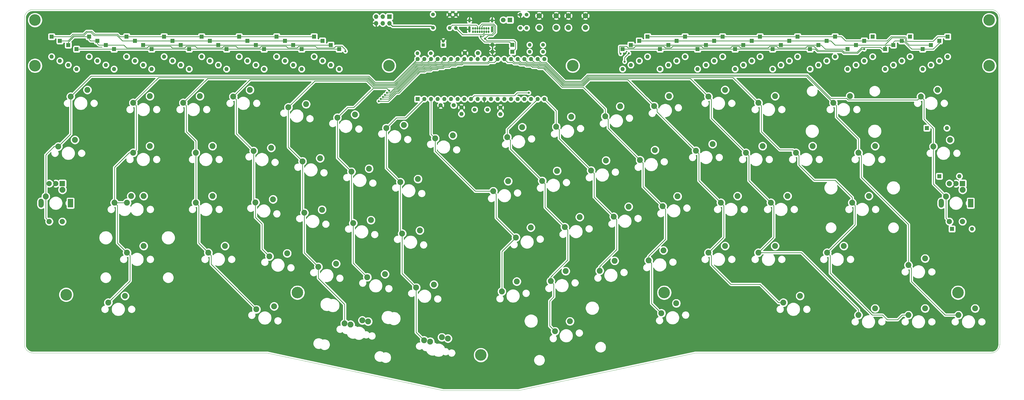
<source format=gbr>
%TF.GenerationSoftware,KiCad,Pcbnew,5.1.10-88a1d61d58~89~ubuntu21.04.1*%
%TF.CreationDate,2021-07-11T01:11:13+02:00*%
%TF.ProjectId,basketweave,6261736b-6574-4776-9561-76652e6b6963,rev?*%
%TF.SameCoordinates,Original*%
%TF.FileFunction,Copper,L2,Bot*%
%TF.FilePolarity,Positive*%
%FSLAX46Y46*%
G04 Gerber Fmt 4.6, Leading zero omitted, Abs format (unit mm)*
G04 Created by KiCad (PCBNEW 5.1.10-88a1d61d58~89~ubuntu21.04.1) date 2021-07-11 01:11:13*
%MOMM*%
%LPD*%
G01*
G04 APERTURE LIST*
%TA.AperFunction,Profile*%
%ADD10C,0.050000*%
%TD*%
%TA.AperFunction,ComponentPad*%
%ADD11C,2.000000*%
%TD*%
%TA.AperFunction,ComponentPad*%
%ADD12R,2.000000X3.200000*%
%TD*%
%TA.AperFunction,ComponentPad*%
%ADD13R,2.000000X2.000000*%
%TD*%
%TA.AperFunction,ComponentPad*%
%ADD14O,1.600000X1.600000*%
%TD*%
%TA.AperFunction,ComponentPad*%
%ADD15R,1.600000X1.600000*%
%TD*%
%TA.AperFunction,ComponentPad*%
%ADD16C,2.250000*%
%TD*%
%TA.AperFunction,ComponentPad*%
%ADD17C,4.400000*%
%TD*%
%TA.AperFunction,ComponentPad*%
%ADD18C,1.800000*%
%TD*%
%TA.AperFunction,ComponentPad*%
%ADD19R,1.800000X1.800000*%
%TD*%
%TA.AperFunction,ComponentPad*%
%ADD20O,0.650000X1.000000*%
%TD*%
%TA.AperFunction,ComponentPad*%
%ADD21O,0.900000X2.400000*%
%TD*%
%TA.AperFunction,ComponentPad*%
%ADD22O,0.900000X1.700000*%
%TD*%
%TA.AperFunction,ComponentPad*%
%ADD23R,1.700000X1.700000*%
%TD*%
%TA.AperFunction,ComponentPad*%
%ADD24O,1.700000X1.700000*%
%TD*%
%TA.AperFunction,ComponentPad*%
%ADD25C,1.600000*%
%TD*%
%TA.AperFunction,ComponentPad*%
%ADD26O,1.400000X1.400000*%
%TD*%
%TA.AperFunction,ComponentPad*%
%ADD27C,1.400000*%
%TD*%
%TA.AperFunction,ComponentPad*%
%ADD28C,1.500000*%
%TD*%
%TA.AperFunction,ComponentPad*%
%ADD29C,1.200000*%
%TD*%
%TA.AperFunction,ComponentPad*%
%ADD30R,1.200000X1.200000*%
%TD*%
%TA.AperFunction,ViaPad*%
%ADD31C,0.800000*%
%TD*%
%TA.AperFunction,Conductor*%
%ADD32C,0.381000*%
%TD*%
%TA.AperFunction,Conductor*%
%ADD33C,0.254000*%
%TD*%
%TA.AperFunction,Conductor*%
%ADD34C,0.150000*%
%TD*%
G04 APERTURE END LIST*
D10*
X25400000Y-83343750D02*
G75*
G02*
X28575000Y-80168750I3175000J0D01*
G01*
X184943750Y-225425000D02*
X213518750Y-225425000D01*
X28575000Y-211137500D02*
G75*
G02*
X25400000Y-207962500I0J3175000D01*
G01*
X396875000Y-207962500D02*
G75*
G02*
X393700000Y-211137500I-3175000J0D01*
G01*
X393700000Y-80168750D02*
G75*
G02*
X396875000Y-83343750I0J-3175000D01*
G01*
X280987500Y-211137500D02*
X213518750Y-225425000D01*
X393700000Y-211137500D02*
X280987500Y-211137500D01*
X117824250Y-211137500D02*
X184943750Y-225425000D01*
X28575000Y-211137500D02*
X117824250Y-211137500D01*
X396875000Y-83343750D02*
X396875000Y-207962500D01*
X28575000Y-80168750D02*
X393700000Y-80168750D01*
X25400000Y-83343750D02*
X25400000Y-207962500D01*
D11*
X377726250Y-161007500D03*
X382726250Y-161007500D03*
%TA.AperFunction,ComponentPad*%
G36*
G01*
X374626250Y-152307500D02*
X374626250Y-152307500D01*
G75*
G02*
X375626250Y-153307500I0J-1000000D01*
G01*
X375626250Y-154707500D01*
G75*
G02*
X374626250Y-155707500I-1000000J0D01*
G01*
X374626250Y-155707500D01*
G75*
G02*
X373626250Y-154707500I0J1000000D01*
G01*
X373626250Y-153307500D01*
G75*
G02*
X374626250Y-152307500I1000000J0D01*
G01*
G37*
%TD.AperFunction*%
D12*
X385826250Y-154007500D03*
D11*
X377726250Y-146507500D03*
X380226250Y-146507500D03*
D13*
X382726250Y-146507500D03*
D11*
X34827200Y-161007200D03*
X39827200Y-161007200D03*
%TA.AperFunction,ComponentPad*%
G36*
G01*
X31727200Y-152307200D02*
X31727200Y-152307200D01*
G75*
G02*
X32727200Y-153307200I0J-1000000D01*
G01*
X32727200Y-154707200D01*
G75*
G02*
X31727200Y-155707200I-1000000J0D01*
G01*
X31727200Y-155707200D01*
G75*
G02*
X30727200Y-154707200I0J1000000D01*
G01*
X30727200Y-153307200D01*
G75*
G02*
X31727200Y-152307200I1000000J0D01*
G01*
G37*
%TD.AperFunction*%
D12*
X42927200Y-154007200D03*
D11*
X34827200Y-146507200D03*
X37327200Y-146507200D03*
D13*
X39827200Y-146507200D03*
D14*
X376745500Y-125349000D03*
D15*
X369125500Y-125349000D03*
D16*
X39846250Y-148907500D03*
X33496250Y-151447500D03*
X44608750Y-129857500D03*
X38258750Y-132397500D03*
X377983750Y-129857500D03*
X371633750Y-132397500D03*
X373221250Y-110807500D03*
X366871250Y-113347500D03*
X382746250Y-148907500D03*
X376396250Y-151447500D03*
D14*
X386334000Y-163830000D03*
D15*
X378714000Y-163830000D03*
D14*
X381508000Y-143700500D03*
D15*
X373888000Y-143700500D03*
D16*
X233181626Y-199061357D03*
X227498484Y-202866092D03*
X156321686Y-199140106D03*
X149582353Y-200304362D03*
X186674686Y-205617106D03*
X179935353Y-206781362D03*
X268001412Y-196002376D03*
X273684554Y-192197641D03*
D17*
X269081250Y-188118750D03*
D16*
X333533750Y-115728750D03*
X339883750Y-113188750D03*
X66833750Y-134778750D03*
X73183750Y-132238750D03*
X343058750Y-134778750D03*
X349408750Y-132238750D03*
X59690000Y-153828750D03*
X66040000Y-151288750D03*
X64452500Y-153828750D03*
X70802500Y-151288750D03*
X347027500Y-151288750D03*
X340677500Y-153828750D03*
X70802500Y-170338750D03*
X64452500Y-172878750D03*
X331152500Y-172878750D03*
X337502500Y-170338750D03*
X57308750Y-191928750D03*
X63658750Y-189388750D03*
X113736603Y-194496793D03*
X120475936Y-193332537D03*
X154098377Y-198710984D03*
X147359044Y-199875240D03*
X177638826Y-206311406D03*
X184378159Y-205147150D03*
X314483750Y-191928750D03*
X320833750Y-189388750D03*
X209326399Y-128826335D03*
X215009541Y-125021600D03*
X163201915Y-125340393D03*
X169941248Y-124176137D03*
X181835627Y-129301110D03*
X188574960Y-128136854D03*
X304958750Y-172878750D03*
X311308750Y-170338750D03*
X319246250Y-134778750D03*
X325596250Y-132238750D03*
X212589407Y-167083938D03*
X218272549Y-163279203D03*
X227960111Y-124865617D03*
X233643253Y-121060882D03*
X285908750Y-113347500D03*
X292258750Y-110807500D03*
X203970261Y-149440405D03*
X209653403Y-145635670D03*
X265227534Y-116944182D03*
X270910676Y-113139447D03*
X281146250Y-133985000D03*
X287496250Y-131445000D03*
X381158750Y-196691250D03*
X387508750Y-194151250D03*
X132673825Y-116254701D03*
X125934492Y-117418957D03*
X111283750Y-110807500D03*
X104933750Y-113347500D03*
X95408750Y-172878750D03*
X101758750Y-170338750D03*
X73183750Y-113188750D03*
X66833750Y-115728750D03*
X246593823Y-120904899D03*
X252276965Y-117100164D03*
X144568203Y-121379675D03*
X151307536Y-120215419D03*
X362108750Y-196691250D03*
X368458750Y-194151250D03*
X343058750Y-196691250D03*
X349408750Y-194151250D03*
X362108750Y-177641250D03*
X368458750Y-175101250D03*
X285908750Y-172878750D03*
X292258750Y-170338750D03*
X263134404Y-175815855D03*
X268817546Y-172011120D03*
X244500692Y-179776573D03*
X250183834Y-175971838D03*
X225866980Y-183737291D03*
X231550122Y-179932556D03*
X174611902Y-186192425D03*
X181351235Y-185028169D03*
X155978190Y-182231707D03*
X162717523Y-181067451D03*
X137344478Y-178270990D03*
X144083811Y-177106734D03*
X118710766Y-174310272D03*
X125450099Y-173146016D03*
X309721250Y-153828750D03*
X316071250Y-151288750D03*
X290671250Y-153828750D03*
X297021250Y-151288750D03*
X268490542Y-155201785D03*
X274173684Y-151397050D03*
X249856830Y-159162502D03*
X255539972Y-155357767D03*
X231223118Y-163123220D03*
X236906260Y-159318485D03*
X169255764Y-165578354D03*
X175995097Y-164414098D03*
X150622052Y-161617637D03*
X157361385Y-160453381D03*
X131988340Y-157656919D03*
X138727673Y-156492663D03*
X113354628Y-153696201D03*
X120093961Y-152531945D03*
X90646250Y-153828750D03*
X96996250Y-151288750D03*
X300196250Y-134778750D03*
X306546250Y-132238750D03*
X259871396Y-137558252D03*
X265554538Y-133753517D03*
X241237684Y-141518970D03*
X246920826Y-137714235D03*
X222603973Y-145479688D03*
X228287115Y-141674953D03*
X168558053Y-145954463D03*
X175297386Y-144790207D03*
X149924342Y-141993745D03*
X156663675Y-140829489D03*
X131290630Y-138033028D03*
X138029963Y-136868772D03*
X112656918Y-134072310D03*
X119396251Y-132908054D03*
X90646250Y-134778750D03*
X96996250Y-132238750D03*
X304958750Y-115728750D03*
X311308750Y-113188750D03*
X92233750Y-113188750D03*
X85883750Y-115728750D03*
D18*
X207803750Y-84137500D03*
D19*
X210343750Y-84137500D03*
D20*
X200506250Y-88650000D03*
X202206250Y-88650000D03*
X201356250Y-88650000D03*
X199656250Y-88650000D03*
X198806250Y-88650000D03*
X197956250Y-88650000D03*
X197106250Y-88650000D03*
X196256250Y-88650000D03*
X202206250Y-87325000D03*
X201351250Y-87325000D03*
X200501250Y-87325000D03*
X199651250Y-87325000D03*
X198801250Y-87325000D03*
X197951250Y-87325000D03*
X197101250Y-87325000D03*
X196251250Y-87325000D03*
D21*
X203556250Y-87670000D03*
X194906250Y-87670000D03*
D22*
X203556250Y-84290000D03*
X194906250Y-84290000D03*
D11*
X227956250Y-82550000D03*
X227956250Y-87050000D03*
X221456250Y-82550000D03*
X221456250Y-87050000D03*
X239068750Y-82550000D03*
X239068750Y-87050000D03*
X232568750Y-82550000D03*
X232568750Y-87050000D03*
D23*
X164433250Y-82847511D03*
D24*
X164433250Y-85387511D03*
X161893250Y-82847511D03*
X161893250Y-85387511D03*
X159353250Y-82847511D03*
X159353250Y-85387511D03*
D17*
X129381250Y-188118750D03*
D15*
X175133000Y-114300000D03*
D14*
X223393000Y-99060000D03*
X177673000Y-114300000D03*
X220853000Y-99060000D03*
X180213000Y-114300000D03*
X218313000Y-99060000D03*
X182753000Y-114300000D03*
X215773000Y-99060000D03*
X185293000Y-114300000D03*
X213233000Y-99060000D03*
X187833000Y-114300000D03*
X210693000Y-99060000D03*
X190373000Y-114300000D03*
X208153000Y-99060000D03*
X192913000Y-114300000D03*
X205613000Y-99060000D03*
X195453000Y-114300000D03*
X203073000Y-99060000D03*
X197993000Y-114300000D03*
X200533000Y-99060000D03*
X200533000Y-114300000D03*
X197993000Y-99060000D03*
X203073000Y-114300000D03*
X195453000Y-99060000D03*
X205613000Y-114300000D03*
X192913000Y-99060000D03*
X208153000Y-114300000D03*
X190373000Y-99060000D03*
X210693000Y-114300000D03*
X187833000Y-99060000D03*
X213233000Y-114300000D03*
X185293000Y-99060000D03*
X215773000Y-114300000D03*
X182753000Y-99060000D03*
X218313000Y-114300000D03*
X180213000Y-99060000D03*
X220853000Y-114300000D03*
X177673000Y-99060000D03*
X223393000Y-114300000D03*
X175133000Y-99060000D03*
D25*
X193120000Y-96742250D03*
X198120000Y-96742250D03*
D14*
X203644500Y-93630750D03*
D15*
X211264500Y-93630750D03*
D26*
X187325000Y-87149000D03*
D27*
X187325000Y-82069000D03*
D26*
X189706250Y-87149000D03*
D27*
X189706250Y-82069000D03*
D25*
X206692500Y-120070250D03*
X206692500Y-117570250D03*
D27*
X180975000Y-82010250D03*
X180975000Y-87110250D03*
D26*
X214312500Y-82137250D03*
D27*
X214312500Y-87217250D03*
D26*
X217805000Y-96234250D03*
D27*
X222885000Y-96234250D03*
D26*
X217805000Y-93599000D03*
D27*
X222885000Y-93599000D03*
D14*
X203644500Y-96234250D03*
D15*
X211264500Y-96234250D03*
D25*
X183912500Y-116681250D03*
X188912500Y-116681250D03*
X191833500Y-117475000D03*
X191833500Y-119975000D03*
D28*
X201739500Y-118332250D03*
X196859500Y-118332250D03*
D17*
X29402500Y-84167500D03*
X164226250Y-101563750D03*
X199231250Y-211931250D03*
X381000000Y-188118750D03*
X392872500Y-84167500D03*
X29402500Y-101563750D03*
X392872500Y-101563750D03*
X234236250Y-101563750D03*
X41275000Y-188912500D03*
D14*
X259556250Y-99695000D03*
D15*
X259556250Y-92075000D03*
D14*
X116681250Y-102870000D03*
D15*
X116681250Y-95250000D03*
D16*
X43021250Y-113347500D03*
X49371250Y-110807500D03*
D14*
X127793750Y-101282500D03*
D15*
X127793750Y-93662500D03*
D27*
X216693750Y-82137250D03*
D26*
X216693750Y-87217250D03*
D14*
X370681250Y-101282500D03*
D15*
X370681250Y-93662500D03*
D14*
X373856250Y-99695000D03*
D15*
X373856250Y-92075000D03*
D14*
X367506250Y-102870000D03*
D15*
X367506250Y-95250000D03*
D14*
X359568750Y-99695000D03*
D15*
X359568750Y-92075000D03*
D14*
X356393750Y-101282500D03*
D15*
X356393750Y-93662500D03*
D14*
X353218750Y-102870000D03*
D15*
X353218750Y-95250000D03*
D14*
X56356250Y-101282500D03*
D15*
X56356250Y-93662500D03*
D14*
X53181250Y-99695000D03*
D15*
X53181250Y-92075000D03*
D14*
X50006250Y-98107500D03*
D15*
X50006250Y-90487500D03*
D14*
X42068750Y-101282500D03*
D15*
X42068750Y-93662500D03*
D14*
X377031250Y-98107500D03*
D15*
X377031250Y-90487500D03*
D14*
X342106250Y-101282500D03*
D15*
X342106250Y-93662500D03*
D14*
X330993750Y-99695000D03*
D15*
X330993750Y-92075000D03*
D14*
X316706250Y-99695000D03*
D15*
X316706250Y-92075000D03*
D14*
X302418750Y-99695000D03*
D15*
X302418750Y-92075000D03*
D14*
X288131250Y-99695000D03*
D15*
X288131250Y-92075000D03*
D14*
X273843750Y-99695000D03*
D15*
X273843750Y-92075000D03*
D14*
X142081250Y-101282500D03*
D15*
X142081250Y-93662500D03*
X113506250Y-93662500D03*
D14*
X113506250Y-101282500D03*
X99218750Y-101282500D03*
D15*
X99218750Y-93662500D03*
D14*
X84931250Y-101282500D03*
D15*
X84931250Y-93662500D03*
D14*
X70643750Y-101282500D03*
D15*
X70643750Y-93662500D03*
D14*
X345281250Y-99695000D03*
D15*
X345281250Y-92075000D03*
D14*
X334168750Y-98107500D03*
D15*
X334168750Y-90487500D03*
D14*
X319881250Y-98107500D03*
D15*
X319881250Y-90487500D03*
D14*
X305593750Y-98107500D03*
D15*
X305593750Y-90487500D03*
D14*
X291306250Y-98107500D03*
D15*
X291306250Y-90487500D03*
D14*
X277018750Y-98107500D03*
D15*
X277018750Y-90487500D03*
D14*
X262731250Y-98107500D03*
D15*
X262731250Y-90487500D03*
D14*
X138906250Y-99695000D03*
D15*
X138906250Y-92075000D03*
D14*
X124618750Y-99695000D03*
D15*
X124618750Y-92075000D03*
D14*
X110331250Y-99695000D03*
D15*
X110331250Y-92075000D03*
D14*
X96043750Y-99695000D03*
D15*
X96043750Y-92075000D03*
D14*
X81756250Y-99695000D03*
D15*
X81756250Y-92075000D03*
D14*
X67468750Y-99695000D03*
D15*
X67468750Y-92075000D03*
D14*
X38893750Y-99695000D03*
D15*
X38893750Y-92075000D03*
D14*
X362743750Y-98107500D03*
D15*
X362743750Y-90487500D03*
D14*
X338931250Y-102870000D03*
D15*
X338931250Y-95250000D03*
D14*
X327818750Y-101282500D03*
D15*
X327818750Y-93662500D03*
D14*
X313531250Y-101282500D03*
D15*
X313531250Y-93662500D03*
D14*
X299243750Y-101282500D03*
D15*
X299243750Y-93662500D03*
D14*
X284956250Y-101282500D03*
D15*
X284956250Y-93662500D03*
D14*
X270668750Y-101282500D03*
D15*
X270668750Y-93662500D03*
D14*
X256381250Y-101282500D03*
D15*
X256381250Y-93662500D03*
D14*
X135731250Y-98107500D03*
D15*
X135731250Y-90487500D03*
D14*
X121443750Y-98107500D03*
D15*
X121443750Y-90487500D03*
D14*
X107156250Y-98107500D03*
D15*
X107156250Y-90487500D03*
D14*
X92868750Y-98107500D03*
D15*
X92868750Y-90487500D03*
D14*
X78581250Y-98107500D03*
D15*
X78581250Y-90487500D03*
X64293750Y-90487500D03*
D14*
X64293750Y-98107500D03*
D15*
X35718750Y-90487500D03*
D14*
X35718750Y-98107500D03*
X348456250Y-98107500D03*
D15*
X348456250Y-90487500D03*
D14*
X324643750Y-102870000D03*
D15*
X324643750Y-95250000D03*
D14*
X310356250Y-102870000D03*
D15*
X310356250Y-95250000D03*
D14*
X296068750Y-102870000D03*
D15*
X296068750Y-95250000D03*
D14*
X281781250Y-102870000D03*
D15*
X281781250Y-95250000D03*
D14*
X267493750Y-102870000D03*
D15*
X267493750Y-95250000D03*
D14*
X253206250Y-102870000D03*
D15*
X253206250Y-95250000D03*
D14*
X145256250Y-102870000D03*
D15*
X145256250Y-95250000D03*
D14*
X130968750Y-102870000D03*
D15*
X130968750Y-95250000D03*
D14*
X102393750Y-102870000D03*
D15*
X102393750Y-95250000D03*
D14*
X88106250Y-102870000D03*
D15*
X88106250Y-95250000D03*
D14*
X73818750Y-102870000D03*
D15*
X73818750Y-95250000D03*
D14*
X59531250Y-102870000D03*
D15*
X59531250Y-95250000D03*
D14*
X45243750Y-102870000D03*
D15*
X45243750Y-95250000D03*
D27*
X180181250Y-96837500D03*
D26*
X175101250Y-96837500D03*
D16*
X207233268Y-187698008D03*
X212916410Y-183893273D03*
D29*
X184943750Y-92162500D03*
D30*
X184943750Y-93662500D03*
D31*
X366966500Y-133096000D03*
X214630000Y-94869000D03*
X171450000Y-99218750D03*
X159543750Y-115887500D03*
X216693750Y-106362500D03*
X181768750Y-106362500D03*
X368046000Y-90932000D03*
X42164000Y-140462000D03*
X37592000Y-115824000D03*
X377380500Y-141986000D03*
X345281250Y-95250000D03*
X162718750Y-112712500D03*
X255587500Y-96837500D03*
X254000000Y-100012500D03*
X160337500Y-115093750D03*
X161131250Y-114300000D03*
X161925000Y-113506250D03*
X147637500Y-96043750D03*
X163512500Y-111918750D03*
X252459333Y-97011333D03*
X217487500Y-111918750D03*
X164306250Y-111125000D03*
X199231250Y-90487500D03*
X200818750Y-91281250D03*
D32*
X200533000Y-114300000D02*
X200533000Y-115601750D01*
X201612500Y-116681250D02*
X205803500Y-116681250D01*
X205803500Y-116681250D02*
X206692500Y-117570250D01*
X200533000Y-115601750D02*
X201612500Y-116681250D01*
X199453500Y-116681250D02*
X200533000Y-115601750D01*
X192627250Y-116681250D02*
X199453500Y-116681250D01*
X191833500Y-117475000D02*
X192627250Y-116681250D01*
X164433250Y-85387511D02*
X165564489Y-86518750D01*
X180383500Y-86518750D02*
X180975000Y-87110250D01*
X165564489Y-86518750D02*
X180383500Y-86518750D01*
D33*
X45243750Y-95250000D02*
X59531250Y-95250000D01*
X59531250Y-95250000D02*
X73818750Y-95250000D01*
X74872750Y-95250000D02*
X88106250Y-95250000D01*
X73818750Y-95250000D02*
X74872750Y-95250000D01*
X88106250Y-95250000D02*
X102393750Y-95250000D01*
X102393750Y-95250000D02*
X116681250Y-95250000D01*
X116681250Y-95250000D02*
X130968750Y-95250000D01*
X130968750Y-95250000D02*
X145256250Y-95250000D01*
X267493750Y-95250000D02*
X281781250Y-95250000D01*
X281781250Y-95250000D02*
X296068750Y-95250000D01*
X296068750Y-95250000D02*
X310356250Y-95250000D01*
X310356250Y-95250000D02*
X324643750Y-95250000D01*
X253206250Y-95250000D02*
X254260250Y-95250000D01*
X265906250Y-95250000D02*
X267493750Y-95250000D01*
X254260250Y-95250000D02*
X267493750Y-95250000D01*
X326575582Y-95250000D02*
X324643750Y-95250000D01*
X327483601Y-96158020D02*
X326575582Y-95250000D01*
X344335816Y-95250000D02*
X342754806Y-96831011D01*
X345281250Y-95250000D02*
X344335816Y-95250000D01*
X342754806Y-96831011D02*
X337488945Y-96831011D01*
X336815954Y-96158020D02*
X327483601Y-96158020D01*
X337488945Y-96831011D02*
X336815954Y-96158020D01*
X177343285Y-102600050D02*
X177797295Y-102146040D01*
X182478941Y-101260260D02*
X184376873Y-101260260D01*
X179695228Y-102146040D02*
X180149238Y-101692030D01*
X187205066Y-100330000D02*
X189103000Y-100330000D01*
X189103000Y-100330000D02*
X190373000Y-99060000D01*
X184853123Y-100784010D02*
X186751057Y-100784010D01*
X177797295Y-102146040D02*
X179695228Y-102146040D01*
X180149238Y-101692030D02*
X182047171Y-101692030D01*
X186751057Y-100784010D02*
X187205066Y-100330000D01*
X182047171Y-101692030D02*
X182478941Y-101260260D01*
X184376873Y-101260260D02*
X184853123Y-100784010D01*
X175453769Y-102600050D02*
X177343285Y-102600050D01*
X167379760Y-110674059D02*
X175453769Y-102600050D01*
X164436778Y-112712500D02*
X166475219Y-110674059D01*
X166475219Y-110674059D02*
X167379760Y-110674059D01*
X162718750Y-112712500D02*
X164436778Y-112712500D01*
X135731250Y-90487500D02*
X121443750Y-90487500D01*
X121443750Y-90487500D02*
X107156250Y-90487500D01*
X107156250Y-90487500D02*
X92868750Y-90487500D01*
X92868750Y-90487500D02*
X78581250Y-90487500D01*
X78581250Y-90487500D02*
X64293750Y-90487500D01*
X61760816Y-90487500D02*
X64293750Y-90487500D01*
X60852797Y-89579480D02*
X61760816Y-90487500D01*
X42905617Y-90487500D02*
X43813636Y-89579480D01*
X35718750Y-90487500D02*
X42905617Y-90487500D01*
X256381250Y-93662500D02*
X270668750Y-93662500D01*
X270668750Y-93662500D02*
X284956250Y-93662500D01*
X284956250Y-93662500D02*
X299243750Y-93662500D01*
X313531250Y-93662500D02*
X299243750Y-93662500D01*
X313531250Y-93662500D02*
X327818750Y-93662500D01*
X337877250Y-95250000D02*
X338931250Y-95250000D01*
X330460250Y-95250000D02*
X337877250Y-95250000D01*
X328872750Y-93662500D02*
X330460250Y-95250000D01*
X327818750Y-93662500D02*
X328872750Y-93662500D01*
X43813636Y-89579480D02*
X47890954Y-89579480D01*
X50988057Y-88445990D02*
X52121547Y-89579480D01*
X47890954Y-89579480D02*
X49024443Y-88445990D01*
X52121547Y-89579480D02*
X60852797Y-89579480D01*
X49024443Y-88445990D02*
X50988057Y-88445990D01*
X254000000Y-100012500D02*
X254000000Y-98425000D01*
X254000000Y-98425000D02*
X255587500Y-96837500D01*
X183043112Y-102622290D02*
X184941044Y-102622290D01*
X182611342Y-103054060D02*
X183043112Y-102622290D01*
X180713409Y-103054060D02*
X182611342Y-103054060D01*
X180259399Y-103508070D02*
X180713409Y-103054060D01*
X184941044Y-102622290D02*
X185417294Y-102146040D01*
X167039387Y-112036089D02*
X167943930Y-112036089D01*
X176017939Y-103962080D02*
X177907456Y-103962080D01*
X190121180Y-101238020D02*
X192019114Y-101238020D01*
X163981726Y-115093750D02*
X167039387Y-112036089D01*
X167943930Y-112036089D02*
X176017939Y-103962080D01*
X185417294Y-102146040D02*
X187315228Y-102146040D01*
X178361466Y-103508070D02*
X180259399Y-103508070D01*
X177907456Y-103962080D02*
X178361466Y-103508070D01*
X201991057Y-100784010D02*
X202445067Y-100330000D01*
X187315228Y-102146040D02*
X187769238Y-101692030D01*
X187769238Y-101692030D02*
X189291058Y-101692030D01*
X202445067Y-100330000D02*
X204343000Y-100330000D01*
X189291058Y-101692030D02*
X189667172Y-101692028D01*
X189667172Y-101692028D02*
X190121180Y-101238020D01*
X192019114Y-101238020D02*
X192473124Y-100784010D01*
X192473124Y-100784010D02*
X201991057Y-100784010D01*
X204343000Y-100330000D02*
X205613000Y-99060000D01*
X160337500Y-115093750D02*
X163981726Y-115093750D01*
X124618750Y-92075000D02*
X138906250Y-92075000D01*
X110331250Y-92075000D02*
X124618750Y-92075000D01*
X81756250Y-92075000D02*
X96043750Y-92075000D01*
X96043750Y-92075000D02*
X110331250Y-92075000D01*
X81756250Y-92075000D02*
X67468750Y-92075000D01*
X44001693Y-90033490D02*
X48079010Y-90033490D01*
X41960184Y-92075000D02*
X44001693Y-90033490D01*
X38893750Y-92075000D02*
X41960184Y-92075000D01*
X51933490Y-90033490D02*
X60664740Y-90033490D01*
X62706250Y-92075000D02*
X67468750Y-92075000D01*
X48079010Y-90033490D02*
X49212500Y-88900000D01*
X50800000Y-88900000D02*
X51933490Y-90033490D01*
X60664740Y-90033490D02*
X62706250Y-92075000D01*
X262731250Y-90487500D02*
X277018750Y-90487500D01*
X277018750Y-90487500D02*
X291306250Y-90487500D01*
X292360250Y-90487500D02*
X305593750Y-90487500D01*
X291306250Y-90487500D02*
X292360250Y-90487500D01*
X305593750Y-90487500D02*
X319881250Y-90487500D01*
X319881250Y-90487500D02*
X334168750Y-90487500D01*
X345281250Y-92075000D02*
X338137500Y-92075000D01*
X336550000Y-90487500D02*
X334168750Y-90487500D01*
X338137500Y-92075000D02*
X336550000Y-90487500D01*
X49212500Y-88900000D02*
X50800000Y-88900000D01*
X184752987Y-102168280D02*
X185229237Y-101692030D01*
X180525352Y-102600050D02*
X182423285Y-102600050D01*
X180071342Y-103054060D02*
X180525352Y-102600050D01*
X178173409Y-103054060D02*
X180071342Y-103054060D01*
X166851331Y-111582079D02*
X167755873Y-111582079D01*
X182423285Y-102600050D02*
X182855055Y-102168280D01*
X167755873Y-111582079D02*
X175829882Y-103508070D01*
X164133410Y-114300000D02*
X166851331Y-111582079D01*
X175829882Y-103508070D02*
X177719399Y-103508070D01*
X182855055Y-102168280D02*
X184752987Y-102168280D01*
X177719399Y-103508070D02*
X178173409Y-103054060D01*
X185229237Y-101692030D02*
X187127171Y-101692030D01*
X187127171Y-101692030D02*
X187581181Y-101238020D01*
X187581181Y-101238020D02*
X189479114Y-101238020D01*
X189479114Y-101238020D02*
X189933122Y-100784010D01*
X192285066Y-100330000D02*
X201803000Y-100330000D01*
X189933122Y-100784010D02*
X191831057Y-100784010D01*
X191831057Y-100784010D02*
X192285066Y-100330000D01*
X201803000Y-100330000D02*
X203073000Y-99060000D01*
X161131250Y-114300000D02*
X164133410Y-114300000D01*
X373255148Y-90487500D02*
X377031250Y-90487500D01*
X361646632Y-92265500D02*
X371477148Y-92265500D01*
X361388010Y-92006878D02*
X361646632Y-92265500D01*
X360818408Y-90493989D02*
X361388010Y-91063591D01*
X355530011Y-90493989D02*
X360818408Y-90493989D01*
X353949000Y-92075000D02*
X355530011Y-90493989D01*
X371477148Y-92265500D02*
X373255148Y-90487500D01*
X361388010Y-91063591D02*
X361388010Y-92006878D01*
X345281250Y-92075000D02*
X353949000Y-92075000D01*
X142081250Y-93662500D02*
X127793750Y-93662500D01*
X113506250Y-93662500D02*
X127793750Y-93662500D01*
X99218750Y-93662500D02*
X113506250Y-93662500D01*
X99218750Y-93662500D02*
X84931250Y-93662500D01*
X84931250Y-93662500D02*
X70643750Y-93662500D01*
X259556250Y-92075000D02*
X273843750Y-92075000D01*
X273843750Y-92075000D02*
X288131250Y-92075000D01*
X288131250Y-92075000D02*
X302418750Y-92075000D01*
X330993750Y-92075000D02*
X316706250Y-92075000D01*
X302418750Y-92075000D02*
X316706250Y-92075000D01*
X342106250Y-93662500D02*
X334168750Y-93662500D01*
X332581250Y-92075000D02*
X330993750Y-92075000D01*
X334168750Y-93662500D02*
X332581250Y-92075000D01*
X184564930Y-101714270D02*
X185041180Y-101238020D01*
X167567817Y-111128069D02*
X175641826Y-103054060D01*
X180337295Y-102146040D02*
X182235228Y-102146040D01*
X191643000Y-100330000D02*
X192913000Y-99060000D01*
X182666997Y-101714270D02*
X184564930Y-101714270D01*
X182235228Y-102146040D02*
X182666997Y-101714270D01*
X177531342Y-103054060D02*
X177985351Y-102600050D01*
X185041180Y-101238020D02*
X186939114Y-101238020D01*
X179883285Y-102600050D02*
X180337295Y-102146040D01*
X186939114Y-101238020D02*
X187393123Y-100784010D01*
X175641826Y-103054060D02*
X177531342Y-103054060D01*
X189745066Y-100330000D02*
X191643000Y-100330000D01*
X177985351Y-102600050D02*
X179883285Y-102600050D01*
X187393123Y-100784010D02*
X189291057Y-100784010D01*
X189291057Y-100784010D02*
X189745066Y-100330000D01*
X164285094Y-113506250D02*
X166663275Y-111128069D01*
X166663275Y-111128069D02*
X167567817Y-111128069D01*
X161925000Y-113506250D02*
X164285094Y-113506250D01*
X362401566Y-93662500D02*
X370681250Y-93662500D01*
X360934000Y-92194934D02*
X362401566Y-93662500D01*
X360934000Y-91251648D02*
X360934000Y-92194934D01*
X360630351Y-90947999D02*
X360934000Y-91251648D01*
X353564194Y-93208490D02*
X355824685Y-90947999D01*
X355824685Y-90947999D02*
X360630351Y-90947999D01*
X353110184Y-93662500D02*
X353564194Y-93208490D01*
X342106250Y-93662500D02*
X353110184Y-93662500D01*
X52127250Y-92075000D02*
X53181250Y-92075000D01*
X50539750Y-92075000D02*
X52127250Y-92075000D01*
X50006250Y-91541500D02*
X50539750Y-92075000D01*
X50006250Y-90487500D02*
X50006250Y-91541500D01*
X55302250Y-93662500D02*
X56356250Y-93662500D01*
X53714750Y-93662500D02*
X55302250Y-93662500D01*
X53181250Y-93129000D02*
X53714750Y-93662500D01*
X53181250Y-92075000D02*
X53181250Y-93129000D01*
X44189750Y-90487500D02*
X48952250Y-90487500D01*
X42068750Y-93662500D02*
X42068750Y-92608500D01*
X48952250Y-90487500D02*
X50006250Y-90487500D01*
X42068750Y-92608500D02*
X44189750Y-90487500D01*
X355339750Y-93662500D02*
X356393750Y-93662500D01*
X353752250Y-93662500D02*
X355339750Y-93662500D01*
X353218750Y-94196000D02*
X353752250Y-93662500D01*
X353218750Y-95250000D02*
X353218750Y-94196000D01*
X356927250Y-92075000D02*
X358514750Y-92075000D01*
X356393750Y-92608500D02*
X356927250Y-92075000D01*
X358514750Y-92075000D02*
X359568750Y-92075000D01*
X356393750Y-93662500D02*
X356393750Y-92608500D01*
X136858251Y-94789501D02*
X143335499Y-94789501D01*
X129907149Y-94122999D02*
X136191749Y-94122999D01*
X129240647Y-94789501D02*
X129907149Y-94122999D01*
X125079249Y-94122999D02*
X125745751Y-94789501D01*
X114953147Y-94789501D02*
X115619649Y-94122999D01*
X106568751Y-94789501D02*
X114953147Y-94789501D01*
X105902249Y-94122999D02*
X106568751Y-94789501D01*
X101332149Y-94122999D02*
X105902249Y-94122999D01*
X100665647Y-94789501D02*
X101332149Y-94122999D01*
X72090647Y-94789501D02*
X72757149Y-94122999D01*
X81010249Y-94122999D02*
X81676751Y-94789501D01*
X63217788Y-93662500D02*
X64344789Y-94789501D01*
X64344789Y-94789501D02*
X72090647Y-94789501D01*
X125745751Y-94789501D02*
X129240647Y-94789501D01*
X81676751Y-94789501D02*
X86378147Y-94789501D01*
X87044649Y-94122999D02*
X90408249Y-94122999D01*
X115619649Y-94122999D02*
X125079249Y-94122999D01*
X56356250Y-93662500D02*
X63217788Y-93662500D01*
X90408249Y-94122999D02*
X91074751Y-94789501D01*
X72757149Y-94122999D02*
X81010249Y-94122999D01*
X86378147Y-94789501D02*
X87044649Y-94122999D01*
X136191749Y-94122999D02*
X136858251Y-94789501D01*
X91074751Y-94789501D02*
X100665647Y-94789501D01*
X143335499Y-94789501D02*
X144002001Y-94122999D01*
X147637500Y-95442648D02*
X147637500Y-96043750D01*
X144002001Y-94122999D02*
X146317851Y-94122999D01*
X146317851Y-94122999D02*
X147637500Y-95442648D01*
X177155228Y-102146040D02*
X177609238Y-101692030D01*
X175265712Y-102146040D02*
X177155228Y-102146040D01*
X179507171Y-101692030D02*
X179961181Y-101238020D01*
X177609238Y-101692030D02*
X179507171Y-101692030D01*
X181859114Y-101238020D02*
X182290884Y-100806250D01*
X179961181Y-101238020D02*
X181859114Y-101238020D01*
X182290884Y-100806250D02*
X184188816Y-100806250D01*
X184188816Y-100806250D02*
X184665066Y-100330000D01*
X186563000Y-100330000D02*
X187833000Y-99060000D01*
X184665066Y-100330000D02*
X186563000Y-100330000D01*
X167191703Y-110220049D02*
X167280876Y-110130876D01*
X167280876Y-110130876D02*
X175265712Y-102146040D01*
X166287163Y-110220049D02*
X167191703Y-110220049D01*
X164588462Y-111918750D02*
X166287163Y-110220049D01*
X163512500Y-111918750D02*
X164588462Y-111918750D01*
X254653147Y-94122999D02*
X255319649Y-94789501D01*
X258109353Y-94122999D02*
X268940647Y-94122999D01*
X283228147Y-94122999D02*
X283894649Y-94789501D01*
X257442851Y-94789501D02*
X258109353Y-94122999D01*
X255319649Y-94789501D02*
X257442851Y-94789501D01*
X309294649Y-94122999D02*
X311803147Y-94122999D01*
X269607149Y-94789501D02*
X271730351Y-94789501D01*
X283894649Y-94789501D02*
X294340647Y-94789501D01*
X295007149Y-94122999D02*
X297515647Y-94122999D01*
X344420751Y-94522999D02*
X351437749Y-94522999D01*
X297515647Y-94122999D02*
X298188638Y-94795990D01*
X308621658Y-94795990D02*
X309294649Y-94122999D01*
X294340647Y-94789501D02*
X295007149Y-94122999D01*
X352164750Y-95250000D02*
X353218750Y-95250000D01*
X351437749Y-94522999D02*
X352164750Y-95250000D01*
X337004010Y-95704010D02*
X337677001Y-96377001D01*
X271730351Y-94789501D02*
X272396853Y-94122999D01*
X298188638Y-94795990D02*
X308621658Y-94795990D01*
X272396853Y-94122999D02*
X283228147Y-94122999D01*
X323582149Y-94122999D02*
X326090647Y-94122999D01*
X327671658Y-95704010D02*
X337004010Y-95704010D01*
X326090647Y-94122999D02*
X327671658Y-95704010D01*
X342566749Y-96377001D02*
X344420751Y-94522999D01*
X322915647Y-94789501D02*
X323582149Y-94122999D01*
X268940647Y-94122999D02*
X269607149Y-94789501D01*
X312469649Y-94789501D02*
X322915647Y-94789501D01*
X337677001Y-96377001D02*
X342566749Y-96377001D01*
X311803147Y-94122999D02*
X312469649Y-94789501D01*
X252079249Y-96631249D02*
X252459333Y-97011333D01*
X252079249Y-94188399D02*
X252079249Y-96631249D01*
X252144649Y-94122999D02*
X252079249Y-94188399D01*
X254653147Y-94122999D02*
X252144649Y-94122999D01*
X373856250Y-92932250D02*
X373856250Y-92075000D01*
X371538500Y-95250000D02*
X373856250Y-92932250D01*
X367506250Y-95250000D02*
X371538500Y-95250000D01*
X366452250Y-95250000D02*
X367506250Y-95250000D01*
X363347000Y-95250000D02*
X366452250Y-95250000D01*
X360172000Y-92075000D02*
X363347000Y-95250000D01*
X359568750Y-92075000D02*
X360172000Y-92075000D01*
X232790069Y-199452914D02*
X233181626Y-199061357D01*
X211963000Y-113030000D02*
X196723000Y-113030000D01*
X213074250Y-111918750D02*
X211963000Y-113030000D01*
X217487500Y-111918750D02*
X213074250Y-111918750D01*
X196723000Y-113030000D02*
X195453000Y-114300000D01*
X158938056Y-107950000D02*
X156556806Y-105568750D01*
X166243000Y-107950000D02*
X158938056Y-107950000D01*
X156556806Y-105568750D02*
X50800000Y-105568750D01*
X175133000Y-99060000D02*
X166243000Y-107950000D01*
X50800000Y-105568750D02*
X43021250Y-113347500D01*
X43021250Y-113347500D02*
X42989500Y-113347500D01*
X43021250Y-127635000D02*
X38258750Y-132397500D01*
X43021250Y-113347500D02*
X43021250Y-127635000D01*
X33496250Y-135569010D02*
X33496250Y-151447500D01*
X36667760Y-132397500D02*
X33496250Y-135569010D01*
X38258750Y-132397500D02*
X36667760Y-132397500D01*
X33496250Y-159676250D02*
X34827200Y-161007200D01*
X33496250Y-151447500D02*
X33496250Y-159676250D01*
X59690000Y-153828750D02*
X64452500Y-153828750D01*
X63327501Y-171753751D02*
X64452500Y-172878750D01*
X60814999Y-169241249D02*
X63327501Y-171753751D01*
X60814999Y-154953749D02*
X60814999Y-169241249D01*
X59690000Y-153828750D02*
X60814999Y-154953749D01*
X65577499Y-183660001D02*
X58433749Y-190803751D01*
X65577499Y-174003749D02*
X65577499Y-183660001D01*
X58433749Y-190803751D02*
X57308750Y-191928750D01*
X64452500Y-172878750D02*
X65577499Y-174003749D01*
X67958749Y-133653751D02*
X66833750Y-134778750D01*
X67958749Y-116853749D02*
X67958749Y-133653751D01*
X66833750Y-115728750D02*
X67958749Y-116853749D01*
X59690000Y-152237760D02*
X59690000Y-153828750D01*
X59690000Y-140331510D02*
X59690000Y-152237760D01*
X65242760Y-134778750D02*
X59690000Y-140331510D01*
X66833750Y-134778750D02*
X65242760Y-134778750D01*
X174505067Y-100330000D02*
X176403000Y-100330000D01*
X176403000Y-100330000D02*
X177673000Y-99060000D01*
X66833750Y-115728750D02*
X76539740Y-106022760D01*
X156368750Y-106022759D02*
X158749999Y-108404010D01*
X158749999Y-108404010D02*
X166431057Y-108404010D01*
X76539740Y-106022760D02*
X156368750Y-106022759D01*
X166431057Y-108404010D02*
X174505067Y-100330000D01*
X90646250Y-134778750D02*
X90646250Y-153828750D01*
X94283751Y-171753751D02*
X95408750Y-172878750D01*
X91771249Y-154953749D02*
X91771249Y-169241249D01*
X91771249Y-169241249D02*
X94283751Y-171753751D01*
X90646250Y-153828750D02*
X91771249Y-154953749D01*
X112611604Y-193371794D02*
X113736603Y-194496793D01*
X96533749Y-174003749D02*
X96533749Y-177293939D01*
X96533749Y-177293939D02*
X112611604Y-193371794D01*
X95408750Y-172878750D02*
X96533749Y-174003749D01*
X87008749Y-116853749D02*
X87008749Y-126696249D01*
X85883750Y-115728750D02*
X87008749Y-116853749D01*
X90646250Y-130333750D02*
X90646250Y-134778750D01*
X87008749Y-126696249D02*
X90646250Y-130333750D01*
X178943000Y-100330000D02*
X180213000Y-99060000D01*
X177045066Y-100330000D02*
X178943000Y-100330000D01*
X176591057Y-100784010D02*
X177045066Y-100330000D01*
X174693123Y-100784010D02*
X176591057Y-100784010D01*
X95135730Y-106476770D02*
X156180695Y-106476770D01*
X85883750Y-115728750D02*
X95135730Y-106476770D01*
X166619114Y-108858019D02*
X174693123Y-100784010D01*
X156180695Y-106476770D02*
X158561943Y-108858019D01*
X158561943Y-108858019D02*
X166619114Y-108858019D01*
X111531919Y-132947311D02*
X112656918Y-134072310D01*
X106058749Y-127474141D02*
X111531919Y-132947311D01*
X106058749Y-114472499D02*
X106058749Y-127474141D01*
X104933750Y-113347500D02*
X106058749Y-114472499D01*
X112656918Y-152998491D02*
X113354628Y-153696201D01*
X112656918Y-134072310D02*
X112656918Y-152998491D01*
X113354628Y-153696201D02*
X113354628Y-159392128D01*
X113354628Y-159392128D02*
X115887500Y-161925000D01*
X115887500Y-171487006D02*
X118710766Y-174310272D01*
X115887500Y-161925000D02*
X115887500Y-171487006D01*
X181483000Y-100330000D02*
X182753000Y-99060000D01*
X179131057Y-100784010D02*
X179585066Y-100330000D01*
X177233124Y-100784010D02*
X179131057Y-100784010D01*
X179585066Y-100330000D02*
X181483000Y-100330000D01*
X176779114Y-101238020D02*
X177233124Y-100784010D01*
X111350470Y-106930780D02*
X155992640Y-106930781D01*
X166815589Y-109312031D02*
X174889600Y-101238020D01*
X174889600Y-101238020D02*
X176779114Y-101238020D01*
X155992640Y-106930781D02*
X158373890Y-109312031D01*
X104933750Y-113347500D02*
X111350470Y-106930780D01*
X158373890Y-109312031D02*
X166815589Y-109312031D01*
X125934492Y-132676890D02*
X131290630Y-138033028D01*
X125934492Y-117418957D02*
X125934492Y-132676890D01*
X131290630Y-156959209D02*
X131988340Y-157656919D01*
X131290630Y-138033028D02*
X131290630Y-156959209D01*
X131988340Y-172914852D02*
X137344478Y-178270990D01*
X131988340Y-157656919D02*
X131988340Y-172914852D01*
X137344478Y-178270990D02*
X137344478Y-182588228D01*
X137344478Y-182588228D02*
X147359044Y-192602794D01*
X184023000Y-100330000D02*
X185293000Y-99060000D01*
X182125066Y-100330000D02*
X184023000Y-100330000D01*
X158185833Y-109766041D02*
X167003646Y-109766040D01*
X181671057Y-100784010D02*
X182125066Y-100330000D01*
X125934492Y-117418957D02*
X135968659Y-107384790D01*
X167003646Y-109766040D02*
X175077656Y-101692030D01*
X155804583Y-107384790D02*
X158185833Y-109766041D01*
X175077656Y-101692030D02*
X176967171Y-101692030D01*
X176967171Y-101692030D02*
X177421181Y-101238020D01*
X177421181Y-101238020D02*
X179319114Y-101238020D01*
X179319114Y-101238020D02*
X179773124Y-100784010D01*
X135968659Y-107384790D02*
X155804583Y-107384790D01*
X179773124Y-100784010D02*
X181671057Y-100784010D01*
X147359044Y-192602794D02*
X147359044Y-199875240D01*
X144568203Y-136637606D02*
X149924342Y-141993745D01*
X144568203Y-121379675D02*
X144568203Y-136637606D01*
X149924342Y-160919927D02*
X150622052Y-161617637D01*
X149924342Y-141993745D02*
X149924342Y-160919927D01*
X150622052Y-176875569D02*
X155978190Y-182231707D01*
X150622052Y-161617637D02*
X150622052Y-176875569D01*
X144568203Y-121379675D02*
X144568203Y-120544297D01*
X144568203Y-121379675D02*
X148472878Y-117475000D01*
X148472878Y-117475000D02*
X150812500Y-117475000D01*
X150812500Y-117475000D02*
X158226200Y-110220050D01*
X158226200Y-110220050D02*
X163401300Y-110220050D01*
X163401300Y-110220050D02*
X164306250Y-111125000D01*
X174611902Y-203284482D02*
X177638826Y-206311406D01*
X174611902Y-186192425D02*
X174611902Y-203284482D01*
X169255764Y-180836287D02*
X174611902Y-186192425D01*
X169255764Y-165578354D02*
X169255764Y-180836287D01*
X168558053Y-164880643D02*
X169255764Y-165578354D01*
X168558053Y-145954463D02*
X168558053Y-164880643D01*
X163201915Y-140598325D02*
X168558053Y-145954463D01*
X163201915Y-125340393D02*
X163201915Y-140598325D01*
X163201915Y-125340393D02*
X167098558Y-121443750D01*
X170529250Y-121443750D02*
X177673000Y-114300000D01*
X167098558Y-121443750D02*
X170529250Y-121443750D01*
X205095260Y-150565404D02*
X203970261Y-149440405D01*
X205095260Y-159589791D02*
X205095260Y-150565404D01*
X212589407Y-167083938D02*
X205095260Y-159589791D01*
X207233268Y-172440077D02*
X212589407Y-167083938D01*
X207233268Y-187698008D02*
X207233268Y-172440077D01*
X180213000Y-127678484D02*
X180254758Y-127720242D01*
X181835627Y-129301110D02*
X180254758Y-127720242D01*
X180213000Y-114300000D02*
X180213000Y-127678484D01*
X181835627Y-134210627D02*
X181835627Y-129301110D01*
X197065405Y-149440405D02*
X203970261Y-149440405D01*
X181835627Y-134210627D02*
X197065405Y-149440405D01*
X223728972Y-155629074D02*
X223728972Y-146604687D01*
X223728972Y-146604687D02*
X222603973Y-145479688D01*
X231223118Y-163123220D02*
X223728972Y-155629074D01*
X210451398Y-133327113D02*
X221478974Y-144354689D01*
X221478974Y-144354689D02*
X222603973Y-145479688D01*
X210451398Y-129951334D02*
X210451398Y-133327113D01*
X209326399Y-128826335D02*
X210451398Y-129951334D01*
X225866980Y-182146301D02*
X225866980Y-183737291D01*
X232348117Y-175665164D02*
X225866980Y-182146301D01*
X232348117Y-164248219D02*
X232348117Y-175665164D01*
X231223118Y-163123220D02*
X232348117Y-164248219D01*
X227106927Y-203257649D02*
X227498484Y-202866092D01*
X226991979Y-184862290D02*
X226991979Y-189726771D01*
X225866980Y-183737291D02*
X226991979Y-184862290D01*
X226991979Y-189726771D02*
X225425000Y-191293750D01*
X225425000Y-200792608D02*
X227498484Y-202866092D01*
X225425000Y-191293750D02*
X225425000Y-200792608D01*
X209326399Y-125826601D02*
X209326399Y-128826335D01*
X220853000Y-114300000D02*
X209326399Y-125826601D01*
X244500692Y-178185583D02*
X244500692Y-179776573D01*
X250981829Y-171704446D02*
X244500692Y-178185583D01*
X250981829Y-160287501D02*
X250981829Y-171704446D01*
X249856830Y-159162502D02*
X250981829Y-160287501D01*
X248731831Y-158037503D02*
X249856830Y-159162502D01*
X242362683Y-151668355D02*
X248731831Y-158037503D01*
X242362683Y-142643969D02*
X242362683Y-151668355D01*
X241237684Y-141518970D02*
X242362683Y-142643969D01*
X240112685Y-140393971D02*
X241237684Y-141518970D01*
X229085110Y-125990616D02*
X229085110Y-129366396D01*
X229085110Y-129366396D02*
X240112685Y-140393971D01*
X227960111Y-124865617D02*
X229085110Y-125990616D01*
X227100617Y-124865617D02*
X227960111Y-124865617D01*
X223393000Y-114300000D02*
X223837500Y-114300000D01*
X227960111Y-118867111D02*
X223393000Y-114300000D01*
X227960111Y-124865617D02*
X227960111Y-118867111D01*
X247718822Y-125405678D02*
X258746397Y-136433253D01*
X247718822Y-122029898D02*
X247718822Y-125405678D01*
X258746397Y-136433253D02*
X259871396Y-137558252D01*
X246593823Y-120904899D02*
X247718822Y-122029898D01*
X260996395Y-138683251D02*
X260996395Y-147707638D01*
X267365543Y-154076786D02*
X268490542Y-155201785D01*
X260996395Y-147707638D02*
X267365543Y-154076786D01*
X259871396Y-137558252D02*
X260996395Y-138683251D01*
X263134404Y-174224865D02*
X263134404Y-175815855D01*
X269615541Y-167743728D02*
X263134404Y-174224865D01*
X269615541Y-156326784D02*
X269615541Y-167743728D01*
X268490542Y-155201785D02*
X269615541Y-156326784D01*
X264259403Y-176940854D02*
X263134404Y-175815855D01*
X264259403Y-192260367D02*
X264259403Y-176940854D01*
X268001412Y-196002376D02*
X264259403Y-192260367D01*
X209423000Y-100330000D02*
X208153000Y-99060000D01*
X211320934Y-100330000D02*
X209423000Y-100330000D01*
X211774943Y-100784010D02*
X211320934Y-100330000D01*
X213672876Y-100784010D02*
X211774943Y-100784010D01*
X214126886Y-101238020D02*
X213672876Y-100784010D01*
X230246638Y-109766037D02*
X223080651Y-102600050D01*
X218376762Y-101692030D02*
X216478829Y-101692030D01*
X221182715Y-102600050D02*
X220728706Y-102146040D01*
X238290040Y-109766040D02*
X230855023Y-109766040D01*
X230855023Y-109766040D02*
X230246638Y-109766037D01*
X246593823Y-120904899D02*
X246593823Y-118069823D01*
X216024820Y-101238020D02*
X214126886Y-101238020D01*
X223080651Y-102600050D02*
X221182715Y-102600050D01*
X220728706Y-102146040D02*
X218830772Y-102146040D01*
X218830772Y-102146040D02*
X218376762Y-101692030D01*
X246593823Y-118069823D02*
X238290040Y-109766040D01*
X216478829Y-101692030D02*
X216024820Y-101238020D01*
X210893010Y-99260010D02*
X210693000Y-99060000D01*
X280021251Y-132860001D02*
X281146250Y-133985000D01*
X266352533Y-118069181D02*
X266352533Y-119191283D01*
X266352533Y-119191283D02*
X280021251Y-132860001D01*
X265227534Y-116944182D02*
X266352533Y-118069181D01*
X289546251Y-152703751D02*
X290671250Y-153828750D01*
X282271249Y-135109999D02*
X282271249Y-145428749D01*
X282271249Y-145428749D02*
X289546251Y-152703751D01*
X281146250Y-133985000D02*
X282271249Y-135109999D01*
X291796249Y-166991251D02*
X287033749Y-171753751D01*
X291796249Y-154953749D02*
X291796249Y-166991251D01*
X287033749Y-171753751D02*
X285908750Y-172878750D01*
X290671250Y-153828750D02*
X291796249Y-154953749D01*
X287033749Y-174003749D02*
X287033749Y-177496249D01*
X285908750Y-172878750D02*
X287033749Y-174003749D01*
X287033749Y-177496249D02*
X294481250Y-184943750D01*
X294481250Y-184943750D02*
X305593750Y-184943750D01*
X312578750Y-191928750D02*
X314483750Y-191928750D01*
X305593750Y-184943750D02*
X312578750Y-191928750D01*
X214314943Y-100784010D02*
X213860933Y-100330000D01*
X216212876Y-100784010D02*
X214314943Y-100784010D01*
X211963000Y-100330000D02*
X210693000Y-99060000D01*
X216666886Y-101238020D02*
X216212876Y-100784010D01*
X230666970Y-109312030D02*
X230434695Y-109312028D01*
X223268707Y-102146040D02*
X221370772Y-102146040D01*
X240652784Y-106930780D02*
X238271535Y-109312030D01*
X219018829Y-101692030D02*
X218564819Y-101238020D01*
X218564819Y-101238020D02*
X216666886Y-101238020D01*
X265227534Y-116944182D02*
X255214132Y-106930780D01*
X255214132Y-106930780D02*
X240652784Y-106930780D01*
X238271535Y-109312030D02*
X230666970Y-109312030D01*
X221370772Y-102146040D02*
X220916762Y-101692030D01*
X213860933Y-100330000D02*
X211963000Y-100330000D01*
X230434695Y-109312028D02*
X223268707Y-102146040D01*
X220916762Y-101692030D02*
X219018829Y-101692030D01*
X310846249Y-166991251D02*
X306083749Y-171753751D01*
X310846249Y-154953749D02*
X310846249Y-166991251D01*
X306083749Y-171753751D02*
X304958750Y-172878750D01*
X309721250Y-153828750D02*
X310846249Y-154953749D01*
X308596251Y-152703751D02*
X309721250Y-153828750D01*
X301321249Y-145428749D02*
X308596251Y-152703751D01*
X301321249Y-135903749D02*
X301321249Y-145428749D01*
X300196250Y-134778750D02*
X301321249Y-135903749D01*
X299071251Y-133653751D02*
X300196250Y-134778750D01*
X287033749Y-121616249D02*
X299071251Y-133653751D01*
X287033749Y-114472499D02*
X287033749Y-121616249D01*
X285908750Y-113347500D02*
X287033749Y-114472499D01*
X343058750Y-194627500D02*
X343058750Y-196691250D01*
X304958750Y-172878750D02*
X321310000Y-172878750D01*
X321310000Y-172878750D02*
X343058750Y-194627500D01*
X214503000Y-100330000D02*
X213233000Y-99060000D01*
X216400933Y-100330000D02*
X214503000Y-100330000D01*
X240464728Y-106476770D02*
X238083478Y-108858020D01*
X218752876Y-100784010D02*
X216854943Y-100784010D01*
X230622752Y-108858019D02*
X223456763Y-101692030D01*
X238083478Y-108858020D02*
X230622752Y-108858019D01*
X221558829Y-101692030D02*
X221104819Y-101238020D01*
X221104819Y-101238020D02*
X219206886Y-101238020D01*
X285908750Y-113347500D02*
X279038020Y-106476770D01*
X279038020Y-106476770D02*
X240464728Y-106476770D01*
X223456763Y-101692030D02*
X221558829Y-101692030D01*
X219206886Y-101238020D02*
X218752876Y-100784010D01*
X216854943Y-100784010D02*
X216400933Y-100330000D01*
X331152500Y-172878750D02*
X341312500Y-162718750D01*
X341802499Y-154953749D02*
X341802499Y-162228751D01*
X340677500Y-153828750D02*
X341802499Y-154953749D01*
X341802499Y-162228751D02*
X341312500Y-162718750D01*
X340677500Y-151765000D02*
X340677500Y-153828750D01*
X320371249Y-135903749D02*
X320371249Y-139396249D01*
X319246250Y-134778750D02*
X320371249Y-135903749D01*
X326231250Y-145256250D02*
X334168750Y-145256250D01*
X320371249Y-139396249D02*
X326231250Y-145256250D01*
X334168750Y-145256250D02*
X340677500Y-151765000D01*
X332277499Y-174003749D02*
X332277499Y-180671249D01*
X331152500Y-172878750D02*
X332277499Y-174003749D01*
X332277499Y-180671249D02*
X348297500Y-196691250D01*
X348297500Y-196691250D02*
X352266250Y-196691250D01*
X352266250Y-196691250D02*
X354012500Y-198437500D01*
X354012500Y-198437500D02*
X357981250Y-198437500D01*
X357981250Y-198437500D02*
X359727500Y-196691250D01*
X306083749Y-116853749D02*
X304958750Y-115728750D01*
X306083749Y-126696249D02*
X306083749Y-116853749D01*
X319246250Y-134778750D02*
X318121251Y-133653751D01*
X313041251Y-133653751D02*
X306083749Y-126696249D01*
X318121251Y-133653751D02*
X313041251Y-133653751D01*
X221292876Y-100784010D02*
X219394943Y-100784010D01*
X218940934Y-100330000D02*
X217043000Y-100330000D01*
X295252760Y-106022760D02*
X240276671Y-106022760D01*
X221746886Y-101238020D02*
X221292876Y-100784010D01*
X237895421Y-108404010D02*
X230810809Y-108404010D01*
X219394943Y-100784010D02*
X218940934Y-100330000D01*
X223644819Y-101238020D02*
X221746886Y-101238020D01*
X230810809Y-108404010D02*
X223644819Y-101238020D01*
X304958750Y-115728750D02*
X295252760Y-106022760D01*
X217043000Y-100330000D02*
X215773000Y-99060000D01*
X240276671Y-106022760D02*
X237895421Y-108404010D01*
X359727500Y-196691250D02*
X362108750Y-196691250D01*
X333533750Y-115728750D02*
X334658749Y-116853749D01*
X334658749Y-116853749D02*
X334658749Y-121139999D01*
X343058750Y-129540000D02*
X343058750Y-134778750D01*
X334658749Y-121139999D02*
X343058750Y-129540000D01*
X221934943Y-100784010D02*
X221480934Y-100330000D01*
X230998866Y-107950000D02*
X223832876Y-100784010D01*
X223832876Y-100784010D02*
X221934943Y-100784010D01*
X221480934Y-100330000D02*
X219583000Y-100330000D01*
X237707364Y-107950000D02*
X230998866Y-107950000D01*
X240088614Y-105568750D02*
X237707364Y-107950000D01*
X219583000Y-100330000D02*
X218313000Y-99060000D01*
X333533750Y-115728750D02*
X323373750Y-105568750D01*
X323373750Y-105568750D02*
X240088614Y-105568750D01*
X344183749Y-135903749D02*
X344183749Y-144158749D01*
X344183749Y-144158749D02*
X362108750Y-162083750D01*
X362108750Y-162083750D02*
X362108750Y-177641250D01*
X363233749Y-178766249D02*
X363233749Y-183846249D01*
X362108750Y-177641250D02*
X363233749Y-178766249D01*
X376078750Y-196691250D02*
X381158750Y-196691250D01*
X363233749Y-183846249D02*
X376078750Y-196691250D01*
X344183749Y-135903749D02*
X343379784Y-135099784D01*
X200506250Y-88650000D02*
X200506250Y-89212500D01*
X200506250Y-89212500D02*
X199979750Y-89739000D01*
X192296250Y-89739000D02*
X189706250Y-87149000D01*
X199979750Y-89739000D02*
X192296250Y-89739000D01*
X188352001Y-86121999D02*
X187325000Y-87149000D01*
X197502249Y-86121999D02*
X188352001Y-86121999D01*
X197951250Y-86571000D02*
X197502249Y-86121999D01*
X197951250Y-87325000D02*
X197951250Y-86571000D01*
X200079260Y-86142990D02*
X199651250Y-86571000D01*
X199651250Y-86571000D02*
X199651250Y-87325000D01*
X203878098Y-86142990D02*
X200079260Y-86142990D01*
X204333260Y-88741848D02*
X204333260Y-86598152D01*
X204333260Y-86598152D02*
X203878098Y-86142990D01*
X204333260Y-88741848D02*
X203457200Y-89617908D01*
X199873317Y-90487500D02*
X199231250Y-90487500D01*
X200742909Y-89617908D02*
X199873317Y-90487500D01*
X203457200Y-89617908D02*
X200742909Y-89617908D01*
X210137499Y-92503749D02*
X211264500Y-93630750D01*
X199231250Y-91053185D02*
X200681814Y-92503749D01*
X200681814Y-92503749D02*
X210137499Y-92503749D01*
X199231250Y-90487500D02*
X199231250Y-91053185D01*
X200818750Y-91281250D02*
X201587239Y-92049739D01*
X212391501Y-95107249D02*
X211264500Y-96234250D01*
X212391501Y-92569149D02*
X212391501Y-95107249D01*
X211872091Y-92049739D02*
X212391501Y-92569149D01*
X201587239Y-92049739D02*
X211872091Y-92049739D01*
X203645257Y-90071918D02*
X202028082Y-90071918D01*
X202028082Y-90071918D02*
X200818750Y-91281250D01*
X204787269Y-88929905D02*
X203645257Y-90071918D01*
X199683270Y-85688980D02*
X204066155Y-85688980D01*
X198801250Y-87325000D02*
X198801250Y-86571000D01*
X198801250Y-86571000D02*
X199683270Y-85688980D01*
X204787270Y-86410095D02*
X204787269Y-88929905D01*
X204066155Y-85688980D02*
X204787270Y-86410095D01*
X365577999Y-114640751D02*
X366871250Y-113347500D01*
X339186789Y-114640751D02*
X365577999Y-114640751D01*
X338592038Y-114046000D02*
X339186789Y-114640751D01*
X239900557Y-105114740D02*
X323561807Y-105114741D01*
X237519307Y-107495990D02*
X239900557Y-105114740D01*
X231186923Y-107495990D02*
X237519307Y-107495990D01*
X323561807Y-105114741D02*
X332493066Y-114046000D01*
X222123000Y-100330000D02*
X224020933Y-100330000D01*
X332493066Y-114046000D02*
X338592038Y-114046000D01*
X224020933Y-100330000D02*
X231186923Y-107495990D01*
X220853000Y-99060000D02*
X222123000Y-100330000D01*
X368046000Y-121920000D02*
X371633750Y-125507750D01*
X368046000Y-114522250D02*
X368046000Y-121920000D01*
X371633750Y-125507750D02*
X371633750Y-132397500D01*
X366871250Y-113347500D02*
X368046000Y-114522250D01*
X371633750Y-146685000D02*
X376396250Y-151447500D01*
X371633750Y-132397500D02*
X371633750Y-146685000D01*
X376396250Y-159677500D02*
X377726250Y-161007500D01*
X376396250Y-151447500D02*
X376396250Y-159677500D01*
X180123987Y-80973288D02*
X179938038Y-81159237D01*
X179791939Y-81377891D01*
X179691304Y-81620845D01*
X179640000Y-81878764D01*
X179640000Y-82141736D01*
X179691304Y-82399655D01*
X179791939Y-82642609D01*
X179938038Y-82861263D01*
X180123987Y-83047212D01*
X180342641Y-83193311D01*
X180585595Y-83293946D01*
X180843514Y-83345250D01*
X181106486Y-83345250D01*
X181364405Y-83293946D01*
X181607359Y-83193311D01*
X181826013Y-83047212D01*
X181882956Y-82990269D01*
X186583336Y-82990269D01*
X186642797Y-83224037D01*
X186881242Y-83334934D01*
X187136740Y-83397183D01*
X187399473Y-83408390D01*
X187659344Y-83368125D01*
X187906366Y-83277935D01*
X188007203Y-83224037D01*
X188066664Y-82990269D01*
X188964586Y-82990269D01*
X189024047Y-83224037D01*
X189262492Y-83334934D01*
X189517990Y-83397183D01*
X189780723Y-83408390D01*
X190040594Y-83368125D01*
X190287616Y-83277935D01*
X190388453Y-83224037D01*
X190447914Y-82990269D01*
X189706250Y-82248605D01*
X188964586Y-82990269D01*
X188066664Y-82990269D01*
X187325000Y-82248605D01*
X186583336Y-82990269D01*
X181882956Y-82990269D01*
X182011962Y-82861263D01*
X182158061Y-82642609D01*
X182258696Y-82399655D01*
X182309654Y-82143473D01*
X185985610Y-82143473D01*
X186025875Y-82403344D01*
X186116065Y-82650366D01*
X186169963Y-82751203D01*
X186403731Y-82810664D01*
X187145395Y-82069000D01*
X187504605Y-82069000D01*
X188246269Y-82810664D01*
X188480037Y-82751203D01*
X188513153Y-82679998D01*
X188551213Y-82751203D01*
X188784981Y-82810664D01*
X189526645Y-82069000D01*
X189885855Y-82069000D01*
X190627519Y-82810664D01*
X190861287Y-82751203D01*
X190972184Y-82512758D01*
X190982460Y-82470580D01*
X213019778Y-82470580D01*
X213109647Y-82716373D01*
X213245741Y-82939910D01*
X213422830Y-83132601D01*
X213634108Y-83287042D01*
X213871456Y-83397297D01*
X213979171Y-83429966D01*
X214185500Y-83306624D01*
X214185500Y-82264250D01*
X213142299Y-82264250D01*
X213019778Y-82470580D01*
X190982460Y-82470580D01*
X191034433Y-82257260D01*
X191045640Y-81994527D01*
X191005375Y-81734656D01*
X190915185Y-81487634D01*
X190861287Y-81386797D01*
X190627519Y-81327336D01*
X189885855Y-82069000D01*
X189526645Y-82069000D01*
X188784981Y-81327336D01*
X188551213Y-81386797D01*
X188518097Y-81458002D01*
X188480037Y-81386797D01*
X188246269Y-81327336D01*
X187504605Y-82069000D01*
X187145395Y-82069000D01*
X186403731Y-81327336D01*
X186169963Y-81386797D01*
X186059066Y-81625242D01*
X185996817Y-81880740D01*
X185985610Y-82143473D01*
X182309654Y-82143473D01*
X182310000Y-82141736D01*
X182310000Y-81878764D01*
X182258696Y-81620845D01*
X182158061Y-81377891D01*
X182011962Y-81159237D01*
X181826013Y-80973288D01*
X181609695Y-80828750D01*
X186829403Y-80828750D01*
X186743634Y-80860065D01*
X186642797Y-80913963D01*
X186583336Y-81147731D01*
X187325000Y-81889395D01*
X188066664Y-81147731D01*
X188007203Y-80913963D01*
X187823982Y-80828750D01*
X189210653Y-80828750D01*
X189124884Y-80860065D01*
X189024047Y-80913963D01*
X188964586Y-81147731D01*
X189706250Y-81889395D01*
X190447914Y-81147731D01*
X190388453Y-80913963D01*
X190205232Y-80828750D01*
X214185498Y-80828750D01*
X214185498Y-80967875D01*
X213979171Y-80844534D01*
X213871456Y-80877203D01*
X213634108Y-80987458D01*
X213422830Y-81141899D01*
X213245741Y-81334590D01*
X213109647Y-81558127D01*
X213019778Y-81803920D01*
X213142299Y-82010250D01*
X214185500Y-82010250D01*
X214185500Y-81990250D01*
X214439500Y-81990250D01*
X214439500Y-82010250D01*
X214459500Y-82010250D01*
X214459500Y-82264250D01*
X214439500Y-82264250D01*
X214439500Y-83306624D01*
X214645829Y-83429966D01*
X214753544Y-83397297D01*
X214990892Y-83287042D01*
X215202170Y-83132601D01*
X215379259Y-82939910D01*
X215499455Y-82742487D01*
X215510689Y-82769609D01*
X215656788Y-82988263D01*
X215842737Y-83174212D01*
X216061391Y-83320311D01*
X216304345Y-83420946D01*
X216562264Y-83472250D01*
X216825236Y-83472250D01*
X217083155Y-83420946D01*
X217326109Y-83320311D01*
X217544763Y-83174212D01*
X217730712Y-82988263D01*
X217876811Y-82769609D01*
X217941848Y-82612595D01*
X219814532Y-82612595D01*
X219858289Y-82931675D01*
X219963455Y-83236088D01*
X220056436Y-83410044D01*
X220320837Y-83505808D01*
X221276645Y-82550000D01*
X221635855Y-82550000D01*
X222591663Y-83505808D01*
X222856064Y-83410044D01*
X222996954Y-83120429D01*
X223078634Y-82808892D01*
X223090439Y-82612595D01*
X226314532Y-82612595D01*
X226358289Y-82931675D01*
X226463455Y-83236088D01*
X226556436Y-83410044D01*
X226820837Y-83505808D01*
X227776645Y-82550000D01*
X228135855Y-82550000D01*
X229091663Y-83505808D01*
X229356064Y-83410044D01*
X229496954Y-83120429D01*
X229578634Y-82808892D01*
X229590439Y-82612595D01*
X230927032Y-82612595D01*
X230970789Y-82931675D01*
X231075955Y-83236088D01*
X231168936Y-83410044D01*
X231433337Y-83505808D01*
X232389145Y-82550000D01*
X232748355Y-82550000D01*
X233704163Y-83505808D01*
X233968564Y-83410044D01*
X234109454Y-83120429D01*
X234191134Y-82808892D01*
X234202939Y-82612595D01*
X237427032Y-82612595D01*
X237470789Y-82931675D01*
X237575955Y-83236088D01*
X237668936Y-83410044D01*
X237933337Y-83505808D01*
X238889145Y-82550000D01*
X239248355Y-82550000D01*
X240204163Y-83505808D01*
X240468564Y-83410044D01*
X240609454Y-83120429D01*
X240691134Y-82808892D01*
X240710468Y-82487405D01*
X240666711Y-82168325D01*
X240561545Y-81863912D01*
X240468564Y-81689956D01*
X240204163Y-81594192D01*
X239248355Y-82550000D01*
X238889145Y-82550000D01*
X237933337Y-81594192D01*
X237668936Y-81689956D01*
X237528046Y-81979571D01*
X237446366Y-82291108D01*
X237427032Y-82612595D01*
X234202939Y-82612595D01*
X234210468Y-82487405D01*
X234166711Y-82168325D01*
X234061545Y-81863912D01*
X233968564Y-81689956D01*
X233704163Y-81594192D01*
X232748355Y-82550000D01*
X232389145Y-82550000D01*
X231433337Y-81594192D01*
X231168936Y-81689956D01*
X231028046Y-81979571D01*
X230946366Y-82291108D01*
X230927032Y-82612595D01*
X229590439Y-82612595D01*
X229597968Y-82487405D01*
X229554211Y-82168325D01*
X229449045Y-81863912D01*
X229356064Y-81689956D01*
X229091663Y-81594192D01*
X228135855Y-82550000D01*
X227776645Y-82550000D01*
X226820837Y-81594192D01*
X226556436Y-81689956D01*
X226415546Y-81979571D01*
X226333866Y-82291108D01*
X226314532Y-82612595D01*
X223090439Y-82612595D01*
X223097968Y-82487405D01*
X223054211Y-82168325D01*
X222949045Y-81863912D01*
X222856064Y-81689956D01*
X222591663Y-81594192D01*
X221635855Y-82550000D01*
X221276645Y-82550000D01*
X220320837Y-81594192D01*
X220056436Y-81689956D01*
X219915546Y-81979571D01*
X219833866Y-82291108D01*
X219814532Y-82612595D01*
X217941848Y-82612595D01*
X217977446Y-82526655D01*
X218028750Y-82268736D01*
X218028750Y-82005764D01*
X217977446Y-81747845D01*
X217876811Y-81504891D01*
X217816473Y-81414587D01*
X220500442Y-81414587D01*
X221456250Y-82370395D01*
X222412058Y-81414587D01*
X227000442Y-81414587D01*
X227956250Y-82370395D01*
X228912058Y-81414587D01*
X231612942Y-81414587D01*
X232568750Y-82370395D01*
X233524558Y-81414587D01*
X238112942Y-81414587D01*
X239068750Y-82370395D01*
X240024558Y-81414587D01*
X239928794Y-81150186D01*
X239639179Y-81009296D01*
X239327642Y-80927616D01*
X239006155Y-80908282D01*
X238687075Y-80952039D01*
X238382662Y-81057205D01*
X238208706Y-81150186D01*
X238112942Y-81414587D01*
X233524558Y-81414587D01*
X233428794Y-81150186D01*
X233139179Y-81009296D01*
X232827642Y-80927616D01*
X232506155Y-80908282D01*
X232187075Y-80952039D01*
X231882662Y-81057205D01*
X231708706Y-81150186D01*
X231612942Y-81414587D01*
X228912058Y-81414587D01*
X228816294Y-81150186D01*
X228526679Y-81009296D01*
X228215142Y-80927616D01*
X227893655Y-80908282D01*
X227574575Y-80952039D01*
X227270162Y-81057205D01*
X227096206Y-81150186D01*
X227000442Y-81414587D01*
X222412058Y-81414587D01*
X222316294Y-81150186D01*
X222026679Y-81009296D01*
X221715142Y-80927616D01*
X221393655Y-80908282D01*
X221074575Y-80952039D01*
X220770162Y-81057205D01*
X220596206Y-81150186D01*
X220500442Y-81414587D01*
X217816473Y-81414587D01*
X217730712Y-81286237D01*
X217544763Y-81100288D01*
X217326109Y-80954189D01*
X217083155Y-80853554D01*
X216958459Y-80828750D01*
X393667722Y-80828750D01*
X394187884Y-80879752D01*
X394657188Y-81021444D01*
X395090025Y-81251587D01*
X395469927Y-81561428D01*
X395782403Y-81939147D01*
X396015569Y-82370377D01*
X396160532Y-82838678D01*
X396215000Y-83356903D01*
X396215001Y-207930212D01*
X396163998Y-208450383D01*
X396022307Y-208919686D01*
X395792161Y-209352528D01*
X395482323Y-209732427D01*
X395104600Y-210044906D01*
X394673373Y-210278069D01*
X394205073Y-210423032D01*
X393686847Y-210477500D01*
X281015832Y-210477500D01*
X280979321Y-210474358D01*
X280918800Y-210481073D01*
X280858117Y-210487050D01*
X280823037Y-210497692D01*
X213449639Y-224765000D01*
X185013222Y-224765000D01*
X126206646Y-212247045D01*
X158592498Y-212247045D01*
X158592498Y-212672331D01*
X158675468Y-213089445D01*
X158838217Y-213482358D01*
X159074494Y-213835970D01*
X159375216Y-214136692D01*
X159728828Y-214372969D01*
X160121741Y-214535718D01*
X160538855Y-214618688D01*
X160964141Y-214618688D01*
X161381255Y-214535718D01*
X161513607Y-214480896D01*
X161598525Y-214565814D01*
X161952137Y-214802091D01*
X162345050Y-214964840D01*
X162762164Y-215047810D01*
X163187450Y-215047810D01*
X163604564Y-214964840D01*
X163997477Y-214802091D01*
X164351089Y-214565814D01*
X164651811Y-214265092D01*
X164888088Y-213911480D01*
X165050837Y-213518567D01*
X165133807Y-213101453D01*
X165133807Y-212676167D01*
X165050837Y-212259053D01*
X164888088Y-211866140D01*
X164651811Y-211512528D01*
X164351089Y-211211806D01*
X163997477Y-210975529D01*
X163604564Y-210812780D01*
X163187450Y-210729810D01*
X162762164Y-210729810D01*
X162345050Y-210812780D01*
X162212698Y-210867602D01*
X162127780Y-210782684D01*
X161774168Y-210546407D01*
X161381255Y-210383658D01*
X160964141Y-210300688D01*
X160538855Y-210300688D01*
X160121741Y-210383658D01*
X159728828Y-210546407D01*
X159375216Y-210782684D01*
X159074494Y-211083406D01*
X158838217Y-211437018D01*
X158675468Y-211829931D01*
X158592498Y-212247045D01*
X126206646Y-212247045D01*
X117989047Y-210497793D01*
X117953633Y-210487050D01*
X117893296Y-210481107D01*
X117833127Y-210474367D01*
X117796265Y-210477500D01*
X28607278Y-210477500D01*
X28087117Y-210426498D01*
X27617814Y-210284807D01*
X27184972Y-210054661D01*
X26805073Y-209744823D01*
X26492594Y-209367100D01*
X26259431Y-208935873D01*
X26114468Y-208467573D01*
X26060000Y-207949347D01*
X26060000Y-207296147D01*
X135300358Y-207296147D01*
X135300358Y-207721433D01*
X135383328Y-208138547D01*
X135546077Y-208531460D01*
X135782354Y-208885072D01*
X136083076Y-209185794D01*
X136436688Y-209422071D01*
X136829601Y-209584820D01*
X137246715Y-209667790D01*
X137672001Y-209667790D01*
X138089115Y-209584820D01*
X138221467Y-209529998D01*
X138306385Y-209614916D01*
X138659997Y-209851193D01*
X139052910Y-210013942D01*
X139470024Y-210096912D01*
X139895310Y-210096912D01*
X140312424Y-210013942D01*
X140705337Y-209851193D01*
X141058949Y-209614916D01*
X141359671Y-209314194D01*
X141595948Y-208960582D01*
X141758697Y-208567669D01*
X141841667Y-208150555D01*
X141841667Y-207725269D01*
X141758697Y-207308155D01*
X141595948Y-206915242D01*
X141359671Y-206561630D01*
X141058949Y-206260908D01*
X140705337Y-206024631D01*
X140312424Y-205861882D01*
X139895310Y-205778912D01*
X139470024Y-205778912D01*
X139052910Y-205861882D01*
X138920558Y-205916704D01*
X138835640Y-205831786D01*
X138482028Y-205595509D01*
X138089115Y-205432760D01*
X137672001Y-205349790D01*
X137246715Y-205349790D01*
X136829601Y-205432760D01*
X136436688Y-205595509D01*
X136083076Y-205831786D01*
X135782354Y-206132508D01*
X135546077Y-206486120D01*
X135383328Y-206879033D01*
X135300358Y-207296147D01*
X26060000Y-207296147D01*
X26060000Y-188633277D01*
X38440000Y-188633277D01*
X38440000Y-189191723D01*
X38548948Y-189739439D01*
X38762656Y-190255376D01*
X39072912Y-190719707D01*
X39467793Y-191114588D01*
X39932124Y-191424844D01*
X40448061Y-191638552D01*
X40995777Y-191747500D01*
X41554223Y-191747500D01*
X42101939Y-191638552D01*
X42617876Y-191424844D01*
X43082207Y-191114588D01*
X43477088Y-190719707D01*
X43787344Y-190255376D01*
X44001052Y-189739439D01*
X44110000Y-189191723D01*
X44110000Y-188633277D01*
X44001052Y-188085561D01*
X43787344Y-187569624D01*
X43477088Y-187105293D01*
X43082207Y-186710412D01*
X42617876Y-186400156D01*
X42101939Y-186186448D01*
X41554223Y-186077500D01*
X40995777Y-186077500D01*
X40448061Y-186186448D01*
X39932124Y-186400156D01*
X39467793Y-186710412D01*
X39072912Y-187105293D01*
X38762656Y-187569624D01*
X38548948Y-188085561D01*
X38440000Y-188633277D01*
X26060000Y-188633277D01*
X26060000Y-182191107D01*
X54197250Y-182191107D01*
X54197250Y-182616393D01*
X54280220Y-183033507D01*
X54442969Y-183426420D01*
X54679246Y-183780032D01*
X54979968Y-184080754D01*
X55333580Y-184317031D01*
X55726493Y-184479780D01*
X56143607Y-184562750D01*
X56568893Y-184562750D01*
X56986007Y-184479780D01*
X57378920Y-184317031D01*
X57732532Y-184080754D01*
X58033254Y-183780032D01*
X58269531Y-183426420D01*
X58432280Y-183033507D01*
X58515250Y-182616393D01*
X58515250Y-182191107D01*
X58432280Y-181773993D01*
X58269531Y-181381080D01*
X58033254Y-181027468D01*
X57732532Y-180726746D01*
X57378920Y-180490469D01*
X56986007Y-180327720D01*
X56568893Y-180244750D01*
X56143607Y-180244750D01*
X55726493Y-180327720D01*
X55333580Y-180490469D01*
X54979968Y-180726746D01*
X54679246Y-181027468D01*
X54442969Y-181381080D01*
X54280220Y-181773993D01*
X54197250Y-182191107D01*
X26060000Y-182191107D01*
X26060000Y-166904826D01*
X53727350Y-166904826D01*
X53727350Y-167422674D01*
X53828377Y-167930572D01*
X54026549Y-168409001D01*
X54314250Y-168839576D01*
X54680424Y-169205750D01*
X55110999Y-169493451D01*
X55589428Y-169691623D01*
X56097326Y-169792650D01*
X56615174Y-169792650D01*
X57123072Y-169691623D01*
X57601501Y-169493451D01*
X58032076Y-169205750D01*
X58398250Y-168839576D01*
X58685951Y-168409001D01*
X58884123Y-167930572D01*
X58985150Y-167422674D01*
X58985150Y-166904826D01*
X58884123Y-166396928D01*
X58685951Y-165918499D01*
X58398250Y-165487924D01*
X58032076Y-165121750D01*
X57601501Y-164834049D01*
X57123072Y-164635877D01*
X56615174Y-164534850D01*
X56097326Y-164534850D01*
X55589428Y-164635877D01*
X55110999Y-164834049D01*
X54680424Y-165121750D01*
X54314250Y-165487924D01*
X54026549Y-165918499D01*
X53828377Y-166396928D01*
X53727350Y-166904826D01*
X26060000Y-166904826D01*
X26060000Y-153307200D01*
X30089127Y-153307200D01*
X30089127Y-154707200D01*
X30120602Y-155026772D01*
X30213818Y-155334063D01*
X30365192Y-155617264D01*
X30568907Y-155865492D01*
X30817135Y-156069207D01*
X31100336Y-156220581D01*
X31407627Y-156313797D01*
X31727199Y-156345272D01*
X31727201Y-156345272D01*
X32046773Y-156313797D01*
X32354064Y-156220581D01*
X32637265Y-156069207D01*
X32734251Y-155989613D01*
X32734251Y-159638817D01*
X32730564Y-159676250D01*
X32745277Y-159825628D01*
X32788849Y-159969265D01*
X32859605Y-160101642D01*
X32905705Y-160157814D01*
X32954829Y-160217672D01*
X32983899Y-160241529D01*
X33260195Y-160517825D01*
X33255032Y-160530288D01*
X33192200Y-160846167D01*
X33192200Y-161168233D01*
X33255032Y-161484112D01*
X33378282Y-161781663D01*
X33557213Y-162049452D01*
X33784948Y-162277187D01*
X34052737Y-162456118D01*
X34350288Y-162579368D01*
X34666167Y-162642200D01*
X34988233Y-162642200D01*
X35304112Y-162579368D01*
X35601663Y-162456118D01*
X35869452Y-162277187D01*
X36097187Y-162049452D01*
X36276118Y-161781663D01*
X36399368Y-161484112D01*
X36462200Y-161168233D01*
X36462200Y-160846167D01*
X38192200Y-160846167D01*
X38192200Y-161168233D01*
X38255032Y-161484112D01*
X38378282Y-161781663D01*
X38557213Y-162049452D01*
X38784948Y-162277187D01*
X39052737Y-162456118D01*
X39350288Y-162579368D01*
X39666167Y-162642200D01*
X39988233Y-162642200D01*
X40304112Y-162579368D01*
X40601663Y-162456118D01*
X40869452Y-162277187D01*
X41097187Y-162049452D01*
X41276118Y-161781663D01*
X41399368Y-161484112D01*
X41462200Y-161168233D01*
X41462200Y-160846167D01*
X41399368Y-160530288D01*
X41276118Y-160232737D01*
X41097187Y-159964948D01*
X40869452Y-159737213D01*
X40601663Y-159558282D01*
X40304112Y-159435032D01*
X39988233Y-159372200D01*
X39666167Y-159372200D01*
X39350288Y-159435032D01*
X39052737Y-159558282D01*
X38784948Y-159737213D01*
X38557213Y-159964948D01*
X38378282Y-160232737D01*
X38255032Y-160530288D01*
X38192200Y-160846167D01*
X36462200Y-160846167D01*
X36399368Y-160530288D01*
X36276118Y-160232737D01*
X36097187Y-159964948D01*
X35869452Y-159737213D01*
X35601663Y-159558282D01*
X35304112Y-159435032D01*
X34988233Y-159372200D01*
X34666167Y-159372200D01*
X34350288Y-159435032D01*
X34337825Y-159440195D01*
X34258250Y-159360620D01*
X34258250Y-153728576D01*
X34677350Y-153728576D01*
X34677350Y-154246424D01*
X34778377Y-154754322D01*
X34976549Y-155232751D01*
X35264250Y-155663326D01*
X35630424Y-156029500D01*
X36060999Y-156317201D01*
X36539428Y-156515373D01*
X37047326Y-156616400D01*
X37565174Y-156616400D01*
X38073072Y-156515373D01*
X38551501Y-156317201D01*
X38982076Y-156029500D01*
X39348250Y-155663326D01*
X39635951Y-155232751D01*
X39834123Y-154754322D01*
X39935150Y-154246424D01*
X39935150Y-153838778D01*
X40876250Y-153838778D01*
X40876250Y-154136222D01*
X40934279Y-154427951D01*
X41048106Y-154702753D01*
X41213357Y-154950069D01*
X41289128Y-155025840D01*
X41289128Y-155607200D01*
X41301388Y-155731682D01*
X41337698Y-155851380D01*
X41396663Y-155961694D01*
X41476015Y-156058385D01*
X41572706Y-156137737D01*
X41683020Y-156196702D01*
X41802718Y-156233012D01*
X41927200Y-156245272D01*
X43927200Y-156245272D01*
X44051682Y-156233012D01*
X44171380Y-156196702D01*
X44281694Y-156137737D01*
X44378385Y-156058385D01*
X44457737Y-155961694D01*
X44516702Y-155851380D01*
X44553012Y-155731682D01*
X44565272Y-155607200D01*
X44565272Y-152407200D01*
X44553012Y-152282718D01*
X44516702Y-152163020D01*
X44457737Y-152052706D01*
X44378385Y-151956015D01*
X44281694Y-151876663D01*
X44171380Y-151817698D01*
X44051682Y-151781388D01*
X43927200Y-151769128D01*
X41927200Y-151769128D01*
X41802718Y-151781388D01*
X41683020Y-151817698D01*
X41572706Y-151876663D01*
X41476015Y-151956015D01*
X41396663Y-152052706D01*
X41337698Y-152163020D01*
X41301388Y-152282718D01*
X41289128Y-152407200D01*
X41289128Y-152949160D01*
X41213357Y-153024931D01*
X41048106Y-153272247D01*
X40934279Y-153547049D01*
X40876250Y-153838778D01*
X39935150Y-153838778D01*
X39935150Y-153728576D01*
X39834123Y-153220678D01*
X39635951Y-152742249D01*
X39348250Y-152311674D01*
X38982076Y-151945500D01*
X38551501Y-151657799D01*
X38073072Y-151459627D01*
X37565174Y-151358600D01*
X37047326Y-151358600D01*
X36539428Y-151459627D01*
X36060999Y-151657799D01*
X35630424Y-151945500D01*
X35264250Y-152311674D01*
X34976549Y-152742249D01*
X34778377Y-153220678D01*
X34677350Y-153728576D01*
X34258250Y-153728576D01*
X34258250Y-153036880D01*
X34329923Y-153007192D01*
X34618185Y-152814581D01*
X34863331Y-152569435D01*
X35055942Y-152281173D01*
X35188614Y-151960873D01*
X35256250Y-151620845D01*
X35256250Y-151274155D01*
X35188614Y-150934127D01*
X35055942Y-150613827D01*
X34863331Y-150325565D01*
X34618185Y-150080419D01*
X34329923Y-149887808D01*
X34258250Y-149858120D01*
X34258250Y-148041245D01*
X34350288Y-148079368D01*
X34666167Y-148142200D01*
X34988233Y-148142200D01*
X35304112Y-148079368D01*
X35601663Y-147956118D01*
X35869452Y-147777187D01*
X36097187Y-147549452D01*
X36162125Y-147452265D01*
X36191787Y-147463008D01*
X37147595Y-146507200D01*
X36191787Y-145551392D01*
X36162125Y-145562135D01*
X36097187Y-145464948D01*
X36004026Y-145371787D01*
X36371392Y-145371787D01*
X37327200Y-146327595D01*
X37341343Y-146313453D01*
X37520948Y-146493058D01*
X37506805Y-146507200D01*
X37520948Y-146521343D01*
X37341343Y-146700948D01*
X37327200Y-146686805D01*
X36371392Y-147642613D01*
X36467156Y-147907014D01*
X36756771Y-148047904D01*
X37068308Y-148129584D01*
X37389795Y-148148918D01*
X37708875Y-148105161D01*
X38013288Y-147999995D01*
X38187244Y-147907014D01*
X38241224Y-147757977D01*
X38296663Y-147861694D01*
X38369224Y-147950110D01*
X38286558Y-148073827D01*
X38153886Y-148394127D01*
X38086250Y-148734155D01*
X38086250Y-149080845D01*
X38153886Y-149420873D01*
X38286558Y-149741173D01*
X38479169Y-150029435D01*
X38724315Y-150274581D01*
X39012577Y-150467192D01*
X39332877Y-150599864D01*
X39672905Y-150667500D01*
X40019595Y-150667500D01*
X40359623Y-150599864D01*
X40679923Y-150467192D01*
X40968185Y-150274581D01*
X41213331Y-150029435D01*
X41405942Y-149741173D01*
X41538614Y-149420873D01*
X41606250Y-149080845D01*
X41606250Y-148734155D01*
X41538614Y-148394127D01*
X41405942Y-148073827D01*
X41306178Y-147924519D01*
X41357737Y-147861694D01*
X41416702Y-147751380D01*
X41453012Y-147631682D01*
X41465272Y-147507200D01*
X41465272Y-145507200D01*
X41453012Y-145382718D01*
X41416702Y-145263020D01*
X41357737Y-145152706D01*
X41278385Y-145056015D01*
X41181694Y-144976663D01*
X41071380Y-144917698D01*
X40951682Y-144881388D01*
X40827200Y-144869128D01*
X38827200Y-144869128D01*
X38702718Y-144881388D01*
X38583020Y-144917698D01*
X38472706Y-144976663D01*
X38376015Y-145056015D01*
X38296663Y-145152706D01*
X38241224Y-145256423D01*
X38187244Y-145107386D01*
X37897629Y-144966496D01*
X37586092Y-144884816D01*
X37264605Y-144865482D01*
X36945525Y-144909239D01*
X36641112Y-145014405D01*
X36467156Y-145107386D01*
X36371392Y-145371787D01*
X36004026Y-145371787D01*
X35869452Y-145237213D01*
X35601663Y-145058282D01*
X35304112Y-144935032D01*
X34988233Y-144872200D01*
X34666167Y-144872200D01*
X34350288Y-144935032D01*
X34258250Y-144973155D01*
X34258250Y-135884640D01*
X35509698Y-134633192D01*
X35478750Y-134788778D01*
X35478750Y-135086222D01*
X35536779Y-135377951D01*
X35650606Y-135652753D01*
X35815857Y-135900069D01*
X36026181Y-136110393D01*
X36273497Y-136275644D01*
X36548299Y-136389471D01*
X36840028Y-136447500D01*
X37137472Y-136447500D01*
X37429201Y-136389471D01*
X37704003Y-136275644D01*
X37951319Y-136110393D01*
X38161643Y-135900069D01*
X38326894Y-135652753D01*
X38440721Y-135377951D01*
X38498750Y-135086222D01*
X38498750Y-134788778D01*
X38476830Y-134678576D01*
X39439850Y-134678576D01*
X39439850Y-135196424D01*
X39540877Y-135704322D01*
X39739049Y-136182751D01*
X40026750Y-136613326D01*
X40392924Y-136979500D01*
X40823499Y-137267201D01*
X41301928Y-137465373D01*
X41809826Y-137566400D01*
X42327674Y-137566400D01*
X42835572Y-137465373D01*
X43314001Y-137267201D01*
X43744576Y-136979500D01*
X44110750Y-136613326D01*
X44398451Y-136182751D01*
X44596623Y-135704322D01*
X44697650Y-135196424D01*
X44697650Y-134788778D01*
X45638750Y-134788778D01*
X45638750Y-135086222D01*
X45696779Y-135377951D01*
X45810606Y-135652753D01*
X45975857Y-135900069D01*
X46186181Y-136110393D01*
X46433497Y-136275644D01*
X46708299Y-136389471D01*
X47000028Y-136447500D01*
X47297472Y-136447500D01*
X47589201Y-136389471D01*
X47864003Y-136275644D01*
X48111319Y-136110393D01*
X48321643Y-135900069D01*
X48486894Y-135652753D01*
X48600721Y-135377951D01*
X48658750Y-135086222D01*
X48658750Y-134788778D01*
X48600721Y-134497049D01*
X48486894Y-134222247D01*
X48321643Y-133974931D01*
X48111319Y-133764607D01*
X47864003Y-133599356D01*
X47589201Y-133485529D01*
X47297472Y-133427500D01*
X47000028Y-133427500D01*
X46708299Y-133485529D01*
X46433497Y-133599356D01*
X46186181Y-133764607D01*
X45975857Y-133974931D01*
X45810606Y-134222247D01*
X45696779Y-134497049D01*
X45638750Y-134788778D01*
X44697650Y-134788778D01*
X44697650Y-134678576D01*
X44596623Y-134170678D01*
X44398451Y-133692249D01*
X44110750Y-133261674D01*
X43744576Y-132895500D01*
X43314001Y-132607799D01*
X42835572Y-132409627D01*
X42327674Y-132308600D01*
X41809826Y-132308600D01*
X41301928Y-132409627D01*
X40823499Y-132607799D01*
X40392924Y-132895500D01*
X40026750Y-133261674D01*
X39739049Y-133692249D01*
X39540877Y-134170678D01*
X39439850Y-134678576D01*
X38476830Y-134678576D01*
X38440721Y-134497049D01*
X38326894Y-134222247D01*
X38283632Y-134157500D01*
X38432095Y-134157500D01*
X38772123Y-134089864D01*
X39092423Y-133957192D01*
X39380685Y-133764581D01*
X39625831Y-133519435D01*
X39818442Y-133231173D01*
X39951114Y-132910873D01*
X40018750Y-132570845D01*
X40018750Y-132224155D01*
X39951114Y-131884127D01*
X39921426Y-131812454D01*
X42049725Y-129684155D01*
X42848750Y-129684155D01*
X42848750Y-130030845D01*
X42916386Y-130370873D01*
X43049058Y-130691173D01*
X43241669Y-130979435D01*
X43486815Y-131224581D01*
X43775077Y-131417192D01*
X44095377Y-131549864D01*
X44435405Y-131617500D01*
X44782095Y-131617500D01*
X45122123Y-131549864D01*
X45442423Y-131417192D01*
X45730685Y-131224581D01*
X45975831Y-130979435D01*
X46168442Y-130691173D01*
X46301114Y-130370873D01*
X46368750Y-130030845D01*
X46368750Y-129684155D01*
X46301114Y-129344127D01*
X46168442Y-129023827D01*
X45975831Y-128735565D01*
X45730685Y-128490419D01*
X45442423Y-128297808D01*
X45122123Y-128165136D01*
X44782095Y-128097500D01*
X44435405Y-128097500D01*
X44095377Y-128165136D01*
X43775077Y-128297808D01*
X43486815Y-128490419D01*
X43241669Y-128735565D01*
X43049058Y-129023827D01*
X42916386Y-129344127D01*
X42848750Y-129684155D01*
X42049725Y-129684155D01*
X43533602Y-128200279D01*
X43562672Y-128176422D01*
X43657895Y-128060392D01*
X43728652Y-127928015D01*
X43772224Y-127784378D01*
X43783250Y-127672426D01*
X43783250Y-127672424D01*
X43786936Y-127635001D01*
X43783250Y-127597578D01*
X43783250Y-115628576D01*
X44202350Y-115628576D01*
X44202350Y-116146424D01*
X44303377Y-116654322D01*
X44501549Y-117132751D01*
X44789250Y-117563326D01*
X45155424Y-117929500D01*
X45585999Y-118217201D01*
X46064428Y-118415373D01*
X46572326Y-118516400D01*
X47090174Y-118516400D01*
X47598072Y-118415373D01*
X48076501Y-118217201D01*
X48507076Y-117929500D01*
X48873250Y-117563326D01*
X49160951Y-117132751D01*
X49359123Y-116654322D01*
X49460150Y-116146424D01*
X49460150Y-115738778D01*
X50401250Y-115738778D01*
X50401250Y-116036222D01*
X50459279Y-116327951D01*
X50573106Y-116602753D01*
X50738357Y-116850069D01*
X50948681Y-117060393D01*
X51195997Y-117225644D01*
X51470799Y-117339471D01*
X51762528Y-117397500D01*
X52059972Y-117397500D01*
X52351701Y-117339471D01*
X52626503Y-117225644D01*
X52873819Y-117060393D01*
X53084143Y-116850069D01*
X53249394Y-116602753D01*
X53363221Y-116327951D01*
X53421250Y-116036222D01*
X53421250Y-115738778D01*
X53363221Y-115447049D01*
X53249394Y-115172247D01*
X53084143Y-114924931D01*
X52873819Y-114714607D01*
X52626503Y-114549356D01*
X52351701Y-114435529D01*
X52059972Y-114377500D01*
X51762528Y-114377500D01*
X51470799Y-114435529D01*
X51195997Y-114549356D01*
X50948681Y-114714607D01*
X50738357Y-114924931D01*
X50573106Y-115172247D01*
X50459279Y-115447049D01*
X50401250Y-115738778D01*
X49460150Y-115738778D01*
X49460150Y-115628576D01*
X49359123Y-115120678D01*
X49160951Y-114642249D01*
X48873250Y-114211674D01*
X48507076Y-113845500D01*
X48076501Y-113557799D01*
X47598072Y-113359627D01*
X47090174Y-113258600D01*
X46572326Y-113258600D01*
X46064428Y-113359627D01*
X45585999Y-113557799D01*
X45155424Y-113845500D01*
X44789250Y-114211674D01*
X44501549Y-114642249D01*
X44303377Y-115120678D01*
X44202350Y-115628576D01*
X43783250Y-115628576D01*
X43783250Y-114936880D01*
X43854923Y-114907192D01*
X44143185Y-114714581D01*
X44388331Y-114469435D01*
X44580942Y-114181173D01*
X44713614Y-113860873D01*
X44781250Y-113520845D01*
X44781250Y-113174155D01*
X44713614Y-112834127D01*
X44683926Y-112762454D01*
X46812225Y-110634155D01*
X47611250Y-110634155D01*
X47611250Y-110980845D01*
X47678886Y-111320873D01*
X47811558Y-111641173D01*
X48004169Y-111929435D01*
X48249315Y-112174581D01*
X48537577Y-112367192D01*
X48857877Y-112499864D01*
X49197905Y-112567500D01*
X49544595Y-112567500D01*
X49884623Y-112499864D01*
X50204923Y-112367192D01*
X50493185Y-112174581D01*
X50738331Y-111929435D01*
X50930942Y-111641173D01*
X51063614Y-111320873D01*
X51131250Y-110980845D01*
X51131250Y-110634155D01*
X51063614Y-110294127D01*
X50930942Y-109973827D01*
X50738331Y-109685565D01*
X50493185Y-109440419D01*
X50204923Y-109247808D01*
X49884623Y-109115136D01*
X49544595Y-109047500D01*
X49197905Y-109047500D01*
X48857877Y-109115136D01*
X48537577Y-109247808D01*
X48249315Y-109440419D01*
X48004169Y-109685565D01*
X47811558Y-109973827D01*
X47678886Y-110294127D01*
X47611250Y-110634155D01*
X46812225Y-110634155D01*
X51115631Y-106330750D01*
X75154120Y-106330750D01*
X67418796Y-114066074D01*
X67347123Y-114036386D01*
X67007095Y-113968750D01*
X66660405Y-113968750D01*
X66320377Y-114036386D01*
X66000077Y-114169058D01*
X65711815Y-114361669D01*
X65466669Y-114606815D01*
X65274058Y-114895077D01*
X65141386Y-115215377D01*
X65073750Y-115555405D01*
X65073750Y-115902095D01*
X65141386Y-116242123D01*
X65274058Y-116562423D01*
X65406388Y-116760469D01*
X65123299Y-116816779D01*
X64848497Y-116930606D01*
X64601181Y-117095857D01*
X64390857Y-117306181D01*
X64225606Y-117553497D01*
X64111779Y-117828299D01*
X64053750Y-118120028D01*
X64053750Y-118417472D01*
X64111779Y-118709201D01*
X64225606Y-118984003D01*
X64390857Y-119231319D01*
X64601181Y-119441643D01*
X64848497Y-119606894D01*
X65123299Y-119720721D01*
X65415028Y-119778750D01*
X65712472Y-119778750D01*
X66004201Y-119720721D01*
X66279003Y-119606894D01*
X66526319Y-119441643D01*
X66736643Y-119231319D01*
X66901894Y-118984003D01*
X67015721Y-118709201D01*
X67073750Y-118417472D01*
X67073750Y-118120028D01*
X67015721Y-117828299D01*
X66901894Y-117553497D01*
X66858632Y-117488750D01*
X67007095Y-117488750D01*
X67196749Y-117451025D01*
X67196750Y-133056475D01*
X67007095Y-133018750D01*
X66660405Y-133018750D01*
X66320377Y-133086386D01*
X66000077Y-133219058D01*
X65711815Y-133411669D01*
X65466669Y-133656815D01*
X65274058Y-133945077D01*
X65245774Y-134013361D01*
X65242760Y-134013064D01*
X65205337Y-134016750D01*
X65205334Y-134016750D01*
X65093382Y-134027776D01*
X64949745Y-134071348D01*
X64935162Y-134079143D01*
X64817367Y-134142105D01*
X64774979Y-134176893D01*
X64701338Y-134237328D01*
X64677476Y-134266404D01*
X59177654Y-139766226D01*
X59148578Y-139790088D01*
X59101583Y-139847352D01*
X59053355Y-139906118D01*
X59036490Y-139937671D01*
X58982598Y-140038496D01*
X58939026Y-140182133D01*
X58928000Y-140294084D01*
X58924314Y-140331510D01*
X58928000Y-140368933D01*
X58928001Y-152200325D01*
X58928000Y-152200335D01*
X58928000Y-152239370D01*
X58856327Y-152269058D01*
X58568065Y-152461669D01*
X58322919Y-152706815D01*
X58130308Y-152995077D01*
X57997636Y-153315377D01*
X57930000Y-153655405D01*
X57930000Y-154002095D01*
X57997636Y-154342123D01*
X58130308Y-154662423D01*
X58262638Y-154860469D01*
X57979549Y-154916779D01*
X57704747Y-155030606D01*
X57457431Y-155195857D01*
X57247107Y-155406181D01*
X57081856Y-155653497D01*
X56968029Y-155928299D01*
X56910000Y-156220028D01*
X56910000Y-156517472D01*
X56968029Y-156809201D01*
X57081856Y-157084003D01*
X57247107Y-157331319D01*
X57457431Y-157541643D01*
X57704747Y-157706894D01*
X57979549Y-157820721D01*
X58271278Y-157878750D01*
X58568722Y-157878750D01*
X58860451Y-157820721D01*
X59135253Y-157706894D01*
X59382569Y-157541643D01*
X59592893Y-157331319D01*
X59758144Y-157084003D01*
X59871971Y-156809201D01*
X59930000Y-156517472D01*
X59930000Y-156220028D01*
X59871971Y-155928299D01*
X59758144Y-155653497D01*
X59714882Y-155588750D01*
X59863345Y-155588750D01*
X60052999Y-155551025D01*
X60053000Y-169203816D01*
X60049313Y-169241249D01*
X60064026Y-169390627D01*
X60107598Y-169534264D01*
X60178354Y-169666641D01*
X60249720Y-169753600D01*
X60273578Y-169782671D01*
X60302648Y-169806528D01*
X62789824Y-172293705D01*
X62760136Y-172365377D01*
X62692500Y-172705405D01*
X62692500Y-173052095D01*
X62760136Y-173392123D01*
X62892808Y-173712423D01*
X63025138Y-173910469D01*
X62742049Y-173966779D01*
X62467247Y-174080606D01*
X62219931Y-174245857D01*
X62009607Y-174456181D01*
X61844356Y-174703497D01*
X61730529Y-174978299D01*
X61672500Y-175270028D01*
X61672500Y-175567472D01*
X61730529Y-175859201D01*
X61844356Y-176134003D01*
X62009607Y-176381319D01*
X62219931Y-176591643D01*
X62467247Y-176756894D01*
X62742049Y-176870721D01*
X63033778Y-176928750D01*
X63331222Y-176928750D01*
X63622951Y-176870721D01*
X63897753Y-176756894D01*
X64145069Y-176591643D01*
X64355393Y-176381319D01*
X64520644Y-176134003D01*
X64634471Y-175859201D01*
X64692500Y-175567472D01*
X64692500Y-175270028D01*
X64634471Y-174978299D01*
X64520644Y-174703497D01*
X64477382Y-174638750D01*
X64625845Y-174638750D01*
X64815499Y-174601025D01*
X64815500Y-183344369D01*
X57921403Y-190238467D01*
X57921397Y-190238472D01*
X57893795Y-190266074D01*
X57822123Y-190236386D01*
X57482095Y-190168750D01*
X57135405Y-190168750D01*
X56795377Y-190236386D01*
X56475077Y-190369058D01*
X56186815Y-190561669D01*
X55941669Y-190806815D01*
X55749058Y-191095077D01*
X55616386Y-191415377D01*
X55548750Y-191755405D01*
X55548750Y-192102095D01*
X55616386Y-192442123D01*
X55749058Y-192762423D01*
X55881388Y-192960469D01*
X55598299Y-193016779D01*
X55323497Y-193130606D01*
X55076181Y-193295857D01*
X54865857Y-193506181D01*
X54700606Y-193753497D01*
X54586779Y-194028299D01*
X54528750Y-194320028D01*
X54528750Y-194617472D01*
X54586779Y-194909201D01*
X54700606Y-195184003D01*
X54865857Y-195431319D01*
X55076181Y-195641643D01*
X55323497Y-195806894D01*
X55598299Y-195920721D01*
X55890028Y-195978750D01*
X56187472Y-195978750D01*
X56479201Y-195920721D01*
X56754003Y-195806894D01*
X57001319Y-195641643D01*
X57211643Y-195431319D01*
X57376894Y-195184003D01*
X57490721Y-194909201D01*
X57548750Y-194617472D01*
X57548750Y-194320028D01*
X57526830Y-194209826D01*
X58489850Y-194209826D01*
X58489850Y-194727674D01*
X58590877Y-195235572D01*
X58789049Y-195714001D01*
X59076750Y-196144576D01*
X59442924Y-196510750D01*
X59873499Y-196798451D01*
X60351928Y-196996623D01*
X60859826Y-197097650D01*
X61377674Y-197097650D01*
X61885572Y-196996623D01*
X62364001Y-196798451D01*
X62794576Y-196510750D01*
X63160750Y-196144576D01*
X63448451Y-195714001D01*
X63646623Y-195235572D01*
X63747650Y-194727674D01*
X63747650Y-194320028D01*
X64688750Y-194320028D01*
X64688750Y-194617472D01*
X64746779Y-194909201D01*
X64860606Y-195184003D01*
X65025857Y-195431319D01*
X65236181Y-195641643D01*
X65483497Y-195806894D01*
X65758299Y-195920721D01*
X66050028Y-195978750D01*
X66347472Y-195978750D01*
X66639201Y-195920721D01*
X66914003Y-195806894D01*
X67161319Y-195641643D01*
X67371643Y-195431319D01*
X67536894Y-195184003D01*
X67650721Y-194909201D01*
X67708750Y-194617472D01*
X67708750Y-194320028D01*
X67650721Y-194028299D01*
X67536894Y-193753497D01*
X67371643Y-193506181D01*
X67161319Y-193295857D01*
X66914003Y-193130606D01*
X66639201Y-193016779D01*
X66347472Y-192958750D01*
X66050028Y-192958750D01*
X65758299Y-193016779D01*
X65483497Y-193130606D01*
X65236181Y-193295857D01*
X65025857Y-193506181D01*
X64860606Y-193753497D01*
X64746779Y-194028299D01*
X64688750Y-194320028D01*
X63747650Y-194320028D01*
X63747650Y-194209826D01*
X63646623Y-193701928D01*
X63448451Y-193223499D01*
X63160750Y-192792924D01*
X62794576Y-192426750D01*
X62364001Y-192139049D01*
X61885572Y-191940877D01*
X61377674Y-191839850D01*
X60859826Y-191839850D01*
X60351928Y-191940877D01*
X59873499Y-192139049D01*
X59442924Y-192426750D01*
X59076750Y-192792924D01*
X58789049Y-193223499D01*
X58590877Y-193701928D01*
X58489850Y-194209826D01*
X57526830Y-194209826D01*
X57490721Y-194028299D01*
X57376894Y-193753497D01*
X57333632Y-193688750D01*
X57482095Y-193688750D01*
X57822123Y-193621114D01*
X58142423Y-193488442D01*
X58430685Y-193295831D01*
X58675831Y-193050685D01*
X58868442Y-192762423D01*
X59001114Y-192442123D01*
X59068750Y-192102095D01*
X59068750Y-191755405D01*
X59001114Y-191415377D01*
X58971426Y-191343705D01*
X58999028Y-191316103D01*
X58999033Y-191316097D01*
X61099725Y-189215405D01*
X61898750Y-189215405D01*
X61898750Y-189562095D01*
X61966386Y-189902123D01*
X62099058Y-190222423D01*
X62291669Y-190510685D01*
X62536815Y-190755831D01*
X62825077Y-190948442D01*
X63145377Y-191081114D01*
X63485405Y-191148750D01*
X63832095Y-191148750D01*
X64172123Y-191081114D01*
X64492423Y-190948442D01*
X64780685Y-190755831D01*
X65025831Y-190510685D01*
X65218442Y-190222423D01*
X65351114Y-189902123D01*
X65418750Y-189562095D01*
X65418750Y-189215405D01*
X65351114Y-188875377D01*
X65218442Y-188555077D01*
X65025831Y-188266815D01*
X64780685Y-188021669D01*
X64492423Y-187829058D01*
X64172123Y-187696386D01*
X63832095Y-187628750D01*
X63485405Y-187628750D01*
X63145377Y-187696386D01*
X62825077Y-187829058D01*
X62536815Y-188021669D01*
X62291669Y-188266815D01*
X62099058Y-188555077D01*
X61966386Y-188875377D01*
X61898750Y-189215405D01*
X61099725Y-189215405D01*
X66089851Y-184225280D01*
X66118921Y-184201423D01*
X66214144Y-184085393D01*
X66284901Y-183953016D01*
X66328473Y-183809379D01*
X66339499Y-183697427D01*
X66339499Y-183697425D01*
X66343185Y-183660002D01*
X66339499Y-183622579D01*
X66339499Y-182191107D01*
X78009750Y-182191107D01*
X78009750Y-182616393D01*
X78092720Y-183033507D01*
X78255469Y-183426420D01*
X78491746Y-183780032D01*
X78792468Y-184080754D01*
X79146080Y-184317031D01*
X79538993Y-184479780D01*
X79956107Y-184562750D01*
X80381393Y-184562750D01*
X80798507Y-184479780D01*
X81191420Y-184317031D01*
X81545032Y-184080754D01*
X81845754Y-183780032D01*
X82082031Y-183426420D01*
X82244780Y-183033507D01*
X82327750Y-182616393D01*
X82327750Y-182191107D01*
X82244780Y-181773993D01*
X82082031Y-181381080D01*
X81845754Y-181027468D01*
X81545032Y-180726746D01*
X81191420Y-180490469D01*
X80798507Y-180327720D01*
X80381393Y-180244750D01*
X79956107Y-180244750D01*
X79538993Y-180327720D01*
X79146080Y-180490469D01*
X78792468Y-180726746D01*
X78491746Y-181027468D01*
X78255469Y-181381080D01*
X78092720Y-181773993D01*
X78009750Y-182191107D01*
X66339499Y-182191107D01*
X66339499Y-177213575D01*
X66586674Y-177460750D01*
X67017249Y-177748451D01*
X67495678Y-177946623D01*
X68003576Y-178047650D01*
X68521424Y-178047650D01*
X69029322Y-177946623D01*
X69507751Y-177748451D01*
X69938326Y-177460750D01*
X70304500Y-177094576D01*
X70592201Y-176664001D01*
X70790373Y-176185572D01*
X70891400Y-175677674D01*
X70891400Y-175270028D01*
X71832500Y-175270028D01*
X71832500Y-175567472D01*
X71890529Y-175859201D01*
X72004356Y-176134003D01*
X72169607Y-176381319D01*
X72379931Y-176591643D01*
X72627247Y-176756894D01*
X72902049Y-176870721D01*
X73193778Y-176928750D01*
X73491222Y-176928750D01*
X73782951Y-176870721D01*
X74057753Y-176756894D01*
X74305069Y-176591643D01*
X74515393Y-176381319D01*
X74680644Y-176134003D01*
X74794471Y-175859201D01*
X74852500Y-175567472D01*
X74852500Y-175270028D01*
X74794471Y-174978299D01*
X74680644Y-174703497D01*
X74515393Y-174456181D01*
X74305069Y-174245857D01*
X74057753Y-174080606D01*
X73782951Y-173966779D01*
X73491222Y-173908750D01*
X73193778Y-173908750D01*
X72902049Y-173966779D01*
X72627247Y-174080606D01*
X72379931Y-174245857D01*
X72169607Y-174456181D01*
X72004356Y-174703497D01*
X71890529Y-174978299D01*
X71832500Y-175270028D01*
X70891400Y-175270028D01*
X70891400Y-175159826D01*
X70790373Y-174651928D01*
X70592201Y-174173499D01*
X70304500Y-173742924D01*
X69938326Y-173376750D01*
X69507751Y-173089049D01*
X69029322Y-172890877D01*
X68521424Y-172789850D01*
X68003576Y-172789850D01*
X67495678Y-172890877D01*
X67017249Y-173089049D01*
X66586674Y-173376750D01*
X66273681Y-173689743D01*
X66241600Y-173629723D01*
X66214144Y-173578356D01*
X66142778Y-173491397D01*
X66118921Y-173462327D01*
X66116580Y-173460406D01*
X66144864Y-173392123D01*
X66212500Y-173052095D01*
X66212500Y-172705405D01*
X66144864Y-172365377D01*
X66012192Y-172045077D01*
X65819581Y-171756815D01*
X65574435Y-171511669D01*
X65286173Y-171319058D01*
X64965873Y-171186386D01*
X64625845Y-171118750D01*
X64279155Y-171118750D01*
X63939127Y-171186386D01*
X63867455Y-171216074D01*
X62816786Y-170165405D01*
X69042500Y-170165405D01*
X69042500Y-170512095D01*
X69110136Y-170852123D01*
X69242808Y-171172423D01*
X69435419Y-171460685D01*
X69680565Y-171705831D01*
X69968827Y-171898442D01*
X70289127Y-172031114D01*
X70629155Y-172098750D01*
X70975845Y-172098750D01*
X71315873Y-172031114D01*
X71636173Y-171898442D01*
X71924435Y-171705831D01*
X72169581Y-171460685D01*
X72362192Y-171172423D01*
X72494864Y-170852123D01*
X72562500Y-170512095D01*
X72562500Y-170165405D01*
X72494864Y-169825377D01*
X72362192Y-169505077D01*
X72169581Y-169216815D01*
X71924435Y-168971669D01*
X71636173Y-168779058D01*
X71315873Y-168646386D01*
X70975845Y-168578750D01*
X70629155Y-168578750D01*
X70289127Y-168646386D01*
X69968827Y-168779058D01*
X69680565Y-168971669D01*
X69435419Y-169216815D01*
X69242808Y-169505077D01*
X69110136Y-169825377D01*
X69042500Y-170165405D01*
X62816786Y-170165405D01*
X61576999Y-168925619D01*
X61576999Y-166904826D01*
X77539850Y-166904826D01*
X77539850Y-167422674D01*
X77640877Y-167930572D01*
X77839049Y-168409001D01*
X78126750Y-168839576D01*
X78492924Y-169205750D01*
X78923499Y-169493451D01*
X79401928Y-169691623D01*
X79909826Y-169792650D01*
X80427674Y-169792650D01*
X80935572Y-169691623D01*
X81414001Y-169493451D01*
X81844576Y-169205750D01*
X82210750Y-168839576D01*
X82498451Y-168409001D01*
X82696623Y-167930572D01*
X82797650Y-167422674D01*
X82797650Y-166904826D01*
X82696623Y-166396928D01*
X82498451Y-165918499D01*
X82210750Y-165487924D01*
X81844576Y-165121750D01*
X81414001Y-164834049D01*
X80935572Y-164635877D01*
X80427674Y-164534850D01*
X79909826Y-164534850D01*
X79401928Y-164635877D01*
X78923499Y-164834049D01*
X78492924Y-165121750D01*
X78126750Y-165487924D01*
X77839049Y-165918499D01*
X77640877Y-166396928D01*
X77539850Y-166904826D01*
X61576999Y-166904826D01*
X61576999Y-158163575D01*
X61824174Y-158410750D01*
X62254749Y-158698451D01*
X62733178Y-158896623D01*
X63241076Y-158997650D01*
X63758924Y-158997650D01*
X64266822Y-158896623D01*
X64745251Y-158698451D01*
X65175826Y-158410750D01*
X65542000Y-158044576D01*
X65829701Y-157614001D01*
X65881250Y-157489551D01*
X65932799Y-157614001D01*
X66220500Y-158044576D01*
X66586674Y-158410750D01*
X67017249Y-158698451D01*
X67495678Y-158896623D01*
X68003576Y-158997650D01*
X68521424Y-158997650D01*
X69029322Y-158896623D01*
X69507751Y-158698451D01*
X69938326Y-158410750D01*
X70304500Y-158044576D01*
X70592201Y-157614001D01*
X70790373Y-157135572D01*
X70891400Y-156627674D01*
X70891400Y-156220028D01*
X71832500Y-156220028D01*
X71832500Y-156517472D01*
X71890529Y-156809201D01*
X72004356Y-157084003D01*
X72169607Y-157331319D01*
X72379931Y-157541643D01*
X72627247Y-157706894D01*
X72902049Y-157820721D01*
X73193778Y-157878750D01*
X73491222Y-157878750D01*
X73782951Y-157820721D01*
X74057753Y-157706894D01*
X74305069Y-157541643D01*
X74515393Y-157331319D01*
X74680644Y-157084003D01*
X74794471Y-156809201D01*
X74852500Y-156517472D01*
X74852500Y-156220028D01*
X74794471Y-155928299D01*
X74680644Y-155653497D01*
X74515393Y-155406181D01*
X74305069Y-155195857D01*
X74057753Y-155030606D01*
X73782951Y-154916779D01*
X73491222Y-154858750D01*
X73193778Y-154858750D01*
X72902049Y-154916779D01*
X72627247Y-155030606D01*
X72379931Y-155195857D01*
X72169607Y-155406181D01*
X72004356Y-155653497D01*
X71890529Y-155928299D01*
X71832500Y-156220028D01*
X70891400Y-156220028D01*
X70891400Y-156109826D01*
X70790373Y-155601928D01*
X70592201Y-155123499D01*
X70304500Y-154692924D01*
X69938326Y-154326750D01*
X69507751Y-154039049D01*
X69029322Y-153840877D01*
X68521424Y-153739850D01*
X68003576Y-153739850D01*
X67495678Y-153840877D01*
X67017249Y-154039049D01*
X66586674Y-154326750D01*
X66220500Y-154692924D01*
X65932799Y-155123499D01*
X65881250Y-155247949D01*
X65829701Y-155123499D01*
X65756428Y-155013838D01*
X65819581Y-154950685D01*
X66012192Y-154662423D01*
X66144864Y-154342123D01*
X66212500Y-154002095D01*
X66212500Y-153655405D01*
X66144864Y-153315377D01*
X66034424Y-153048750D01*
X66213345Y-153048750D01*
X66553373Y-152981114D01*
X66873673Y-152848442D01*
X67161935Y-152655831D01*
X67407081Y-152410685D01*
X67599692Y-152122423D01*
X67732364Y-151802123D01*
X67800000Y-151462095D01*
X67800000Y-151115405D01*
X69042500Y-151115405D01*
X69042500Y-151462095D01*
X69110136Y-151802123D01*
X69242808Y-152122423D01*
X69435419Y-152410685D01*
X69680565Y-152655831D01*
X69968827Y-152848442D01*
X70289127Y-152981114D01*
X70629155Y-153048750D01*
X70975845Y-153048750D01*
X71315873Y-152981114D01*
X71636173Y-152848442D01*
X71924435Y-152655831D01*
X72169581Y-152410685D01*
X72362192Y-152122423D01*
X72494864Y-151802123D01*
X72562500Y-151462095D01*
X72562500Y-151115405D01*
X72494864Y-150775377D01*
X72362192Y-150455077D01*
X72169581Y-150166815D01*
X71924435Y-149921669D01*
X71636173Y-149729058D01*
X71315873Y-149596386D01*
X70975845Y-149528750D01*
X70629155Y-149528750D01*
X70289127Y-149596386D01*
X69968827Y-149729058D01*
X69680565Y-149921669D01*
X69435419Y-150166815D01*
X69242808Y-150455077D01*
X69110136Y-150775377D01*
X69042500Y-151115405D01*
X67800000Y-151115405D01*
X67732364Y-150775377D01*
X67599692Y-150455077D01*
X67407081Y-150166815D01*
X67161935Y-149921669D01*
X66873673Y-149729058D01*
X66553373Y-149596386D01*
X66213345Y-149528750D01*
X65866655Y-149528750D01*
X65526627Y-149596386D01*
X65206327Y-149729058D01*
X64918065Y-149921669D01*
X64672919Y-150166815D01*
X64480308Y-150455077D01*
X64347636Y-150775377D01*
X64280000Y-151115405D01*
X64280000Y-151462095D01*
X64347636Y-151802123D01*
X64458076Y-152068750D01*
X64279155Y-152068750D01*
X63939127Y-152136386D01*
X63618827Y-152269058D01*
X63330565Y-152461669D01*
X63085419Y-152706815D01*
X62892808Y-152995077D01*
X62863120Y-153066750D01*
X61279380Y-153066750D01*
X61249692Y-152995077D01*
X61057081Y-152706815D01*
X60811935Y-152461669D01*
X60523673Y-152269058D01*
X60452000Y-152239370D01*
X60452000Y-140647140D01*
X64084698Y-137014442D01*
X64053750Y-137170028D01*
X64053750Y-137467472D01*
X64111779Y-137759201D01*
X64225606Y-138034003D01*
X64390857Y-138281319D01*
X64601181Y-138491643D01*
X64848497Y-138656894D01*
X65123299Y-138770721D01*
X65415028Y-138828750D01*
X65712472Y-138828750D01*
X66004201Y-138770721D01*
X66279003Y-138656894D01*
X66526319Y-138491643D01*
X66736643Y-138281319D01*
X66901894Y-138034003D01*
X67015721Y-137759201D01*
X67073750Y-137467472D01*
X67073750Y-137170028D01*
X67051830Y-137059826D01*
X68014850Y-137059826D01*
X68014850Y-137577674D01*
X68115877Y-138085572D01*
X68314049Y-138564001D01*
X68601750Y-138994576D01*
X68967924Y-139360750D01*
X69398499Y-139648451D01*
X69876928Y-139846623D01*
X70384826Y-139947650D01*
X70902674Y-139947650D01*
X71410572Y-139846623D01*
X71889001Y-139648451D01*
X72319576Y-139360750D01*
X72685750Y-138994576D01*
X72973451Y-138564001D01*
X73171623Y-138085572D01*
X73272650Y-137577674D01*
X73272650Y-137170028D01*
X74213750Y-137170028D01*
X74213750Y-137467472D01*
X74271779Y-137759201D01*
X74385606Y-138034003D01*
X74550857Y-138281319D01*
X74761181Y-138491643D01*
X75008497Y-138656894D01*
X75283299Y-138770721D01*
X75575028Y-138828750D01*
X75872472Y-138828750D01*
X76164201Y-138770721D01*
X76439003Y-138656894D01*
X76686319Y-138491643D01*
X76896643Y-138281319D01*
X77061894Y-138034003D01*
X77175721Y-137759201D01*
X77233750Y-137467472D01*
X77233750Y-137170028D01*
X77175721Y-136878299D01*
X77061894Y-136603497D01*
X76896643Y-136356181D01*
X76686319Y-136145857D01*
X76439003Y-135980606D01*
X76164201Y-135866779D01*
X75872472Y-135808750D01*
X75575028Y-135808750D01*
X75283299Y-135866779D01*
X75008497Y-135980606D01*
X74761181Y-136145857D01*
X74550857Y-136356181D01*
X74385606Y-136603497D01*
X74271779Y-136878299D01*
X74213750Y-137170028D01*
X73272650Y-137170028D01*
X73272650Y-137059826D01*
X73171623Y-136551928D01*
X72973451Y-136073499D01*
X72685750Y-135642924D01*
X72319576Y-135276750D01*
X71889001Y-134989049D01*
X71410572Y-134790877D01*
X70902674Y-134689850D01*
X70384826Y-134689850D01*
X69876928Y-134790877D01*
X69398499Y-134989049D01*
X68967924Y-135276750D01*
X68601750Y-135642924D01*
X68314049Y-136073499D01*
X68115877Y-136551928D01*
X68014850Y-137059826D01*
X67051830Y-137059826D01*
X67015721Y-136878299D01*
X66901894Y-136603497D01*
X66858632Y-136538750D01*
X67007095Y-136538750D01*
X67347123Y-136471114D01*
X67667423Y-136338442D01*
X67955685Y-136145831D01*
X68200831Y-135900685D01*
X68393442Y-135612423D01*
X68526114Y-135292123D01*
X68593750Y-134952095D01*
X68593750Y-134605405D01*
X68526114Y-134265377D01*
X68497830Y-134197094D01*
X68500171Y-134195173D01*
X68550064Y-134134378D01*
X68595394Y-134079144D01*
X68651096Y-133974931D01*
X68666151Y-133946766D01*
X68709723Y-133803129D01*
X68720749Y-133691177D01*
X68720749Y-133691174D01*
X68724435Y-133653751D01*
X68720749Y-133616328D01*
X68720749Y-132065405D01*
X71423750Y-132065405D01*
X71423750Y-132412095D01*
X71491386Y-132752123D01*
X71624058Y-133072423D01*
X71816669Y-133360685D01*
X72061815Y-133605831D01*
X72350077Y-133798442D01*
X72670377Y-133931114D01*
X73010405Y-133998750D01*
X73357095Y-133998750D01*
X73697123Y-133931114D01*
X74017423Y-133798442D01*
X74305685Y-133605831D01*
X74550831Y-133360685D01*
X74743442Y-133072423D01*
X74876114Y-132752123D01*
X74943750Y-132412095D01*
X74943750Y-132065405D01*
X74876114Y-131725377D01*
X74743442Y-131405077D01*
X74550831Y-131116815D01*
X74305685Y-130871669D01*
X74017423Y-130679058D01*
X73697123Y-130546386D01*
X73357095Y-130478750D01*
X73010405Y-130478750D01*
X72670377Y-130546386D01*
X72350077Y-130679058D01*
X72061815Y-130871669D01*
X71816669Y-131116815D01*
X71624058Y-131405077D01*
X71491386Y-131725377D01*
X71423750Y-132065405D01*
X68720749Y-132065405D01*
X68720749Y-120063575D01*
X68967924Y-120310750D01*
X69398499Y-120598451D01*
X69876928Y-120796623D01*
X70384826Y-120897650D01*
X70902674Y-120897650D01*
X71410572Y-120796623D01*
X71889001Y-120598451D01*
X72319576Y-120310750D01*
X72685750Y-119944576D01*
X72973451Y-119514001D01*
X73171623Y-119035572D01*
X73272650Y-118527674D01*
X73272650Y-118120028D01*
X74213750Y-118120028D01*
X74213750Y-118417472D01*
X74271779Y-118709201D01*
X74385606Y-118984003D01*
X74550857Y-119231319D01*
X74761181Y-119441643D01*
X75008497Y-119606894D01*
X75283299Y-119720721D01*
X75575028Y-119778750D01*
X75872472Y-119778750D01*
X76164201Y-119720721D01*
X76439003Y-119606894D01*
X76686319Y-119441643D01*
X76896643Y-119231319D01*
X77061894Y-118984003D01*
X77175721Y-118709201D01*
X77233750Y-118417472D01*
X77233750Y-118120028D01*
X77175721Y-117828299D01*
X77061894Y-117553497D01*
X76896643Y-117306181D01*
X76686319Y-117095857D01*
X76439003Y-116930606D01*
X76164201Y-116816779D01*
X75872472Y-116758750D01*
X75575028Y-116758750D01*
X75283299Y-116816779D01*
X75008497Y-116930606D01*
X74761181Y-117095857D01*
X74550857Y-117306181D01*
X74385606Y-117553497D01*
X74271779Y-117828299D01*
X74213750Y-118120028D01*
X73272650Y-118120028D01*
X73272650Y-118009826D01*
X73171623Y-117501928D01*
X72973451Y-117023499D01*
X72685750Y-116592924D01*
X72319576Y-116226750D01*
X71889001Y-115939049D01*
X71410572Y-115740877D01*
X70902674Y-115639850D01*
X70384826Y-115639850D01*
X69876928Y-115740877D01*
X69398499Y-115939049D01*
X68967924Y-116226750D01*
X68654931Y-116539743D01*
X68599560Y-116436151D01*
X68595394Y-116428356D01*
X68524028Y-116341397D01*
X68500171Y-116312327D01*
X68497830Y-116310406D01*
X68526114Y-116242123D01*
X68593750Y-115902095D01*
X68593750Y-115555405D01*
X68526114Y-115215377D01*
X68496426Y-115143704D01*
X70624725Y-113015405D01*
X71423750Y-113015405D01*
X71423750Y-113362095D01*
X71491386Y-113702123D01*
X71624058Y-114022423D01*
X71816669Y-114310685D01*
X72061815Y-114555831D01*
X72350077Y-114748442D01*
X72670377Y-114881114D01*
X73010405Y-114948750D01*
X73357095Y-114948750D01*
X73697123Y-114881114D01*
X74017423Y-114748442D01*
X74305685Y-114555831D01*
X74550831Y-114310685D01*
X74743442Y-114022423D01*
X74876114Y-113702123D01*
X74943750Y-113362095D01*
X74943750Y-113015405D01*
X74876114Y-112675377D01*
X74743442Y-112355077D01*
X74550831Y-112066815D01*
X74305685Y-111821669D01*
X74017423Y-111629058D01*
X73697123Y-111496386D01*
X73357095Y-111428750D01*
X73010405Y-111428750D01*
X72670377Y-111496386D01*
X72350077Y-111629058D01*
X72061815Y-111821669D01*
X71816669Y-112066815D01*
X71624058Y-112355077D01*
X71491386Y-112675377D01*
X71423750Y-113015405D01*
X70624725Y-113015405D01*
X76855370Y-106784760D01*
X93750110Y-106784760D01*
X86468796Y-114066074D01*
X86397123Y-114036386D01*
X86057095Y-113968750D01*
X85710405Y-113968750D01*
X85370377Y-114036386D01*
X85050077Y-114169058D01*
X84761815Y-114361669D01*
X84516669Y-114606815D01*
X84324058Y-114895077D01*
X84191386Y-115215377D01*
X84123750Y-115555405D01*
X84123750Y-115902095D01*
X84191386Y-116242123D01*
X84324058Y-116562423D01*
X84456388Y-116760469D01*
X84173299Y-116816779D01*
X83898497Y-116930606D01*
X83651181Y-117095857D01*
X83440857Y-117306181D01*
X83275606Y-117553497D01*
X83161779Y-117828299D01*
X83103750Y-118120028D01*
X83103750Y-118417472D01*
X83161779Y-118709201D01*
X83275606Y-118984003D01*
X83440857Y-119231319D01*
X83651181Y-119441643D01*
X83898497Y-119606894D01*
X84173299Y-119720721D01*
X84465028Y-119778750D01*
X84762472Y-119778750D01*
X85054201Y-119720721D01*
X85329003Y-119606894D01*
X85576319Y-119441643D01*
X85786643Y-119231319D01*
X85951894Y-118984003D01*
X86065721Y-118709201D01*
X86123750Y-118417472D01*
X86123750Y-118120028D01*
X86065721Y-117828299D01*
X85951894Y-117553497D01*
X85908632Y-117488750D01*
X86057095Y-117488750D01*
X86246749Y-117451025D01*
X86246750Y-126658816D01*
X86243063Y-126696249D01*
X86257776Y-126845627D01*
X86301348Y-126989264D01*
X86372104Y-127121641D01*
X86423434Y-127184186D01*
X86467328Y-127237671D01*
X86496398Y-127261528D01*
X89884250Y-130649381D01*
X89884251Y-133189370D01*
X89812577Y-133219058D01*
X89524315Y-133411669D01*
X89279169Y-133656815D01*
X89086558Y-133945077D01*
X88953886Y-134265377D01*
X88886250Y-134605405D01*
X88886250Y-134952095D01*
X88953886Y-135292123D01*
X89086558Y-135612423D01*
X89218888Y-135810469D01*
X88935799Y-135866779D01*
X88660997Y-135980606D01*
X88413681Y-136145857D01*
X88203357Y-136356181D01*
X88038106Y-136603497D01*
X87924279Y-136878299D01*
X87866250Y-137170028D01*
X87866250Y-137467472D01*
X87924279Y-137759201D01*
X88038106Y-138034003D01*
X88203357Y-138281319D01*
X88413681Y-138491643D01*
X88660997Y-138656894D01*
X88935799Y-138770721D01*
X89227528Y-138828750D01*
X89524972Y-138828750D01*
X89816701Y-138770721D01*
X89884250Y-138742741D01*
X89884251Y-152239370D01*
X89812577Y-152269058D01*
X89524315Y-152461669D01*
X89279169Y-152706815D01*
X89086558Y-152995077D01*
X88953886Y-153315377D01*
X88886250Y-153655405D01*
X88886250Y-154002095D01*
X88953886Y-154342123D01*
X89086558Y-154662423D01*
X89218888Y-154860469D01*
X88935799Y-154916779D01*
X88660997Y-155030606D01*
X88413681Y-155195857D01*
X88203357Y-155406181D01*
X88038106Y-155653497D01*
X87924279Y-155928299D01*
X87866250Y-156220028D01*
X87866250Y-156517472D01*
X87924279Y-156809201D01*
X88038106Y-157084003D01*
X88203357Y-157331319D01*
X88413681Y-157541643D01*
X88660997Y-157706894D01*
X88935799Y-157820721D01*
X89227528Y-157878750D01*
X89524972Y-157878750D01*
X89816701Y-157820721D01*
X90091503Y-157706894D01*
X90338819Y-157541643D01*
X90549143Y-157331319D01*
X90714394Y-157084003D01*
X90828221Y-156809201D01*
X90886250Y-156517472D01*
X90886250Y-156220028D01*
X90828221Y-155928299D01*
X90714394Y-155653497D01*
X90671132Y-155588750D01*
X90819595Y-155588750D01*
X91009249Y-155551025D01*
X91009250Y-169203816D01*
X91005563Y-169241249D01*
X91020276Y-169390627D01*
X91063848Y-169534264D01*
X91134604Y-169666641D01*
X91205970Y-169753600D01*
X91229828Y-169782671D01*
X91258898Y-169806528D01*
X93746074Y-172293705D01*
X93716386Y-172365377D01*
X93648750Y-172705405D01*
X93648750Y-173052095D01*
X93716386Y-173392123D01*
X93849058Y-173712423D01*
X93981388Y-173910469D01*
X93698299Y-173966779D01*
X93423497Y-174080606D01*
X93176181Y-174245857D01*
X92965857Y-174456181D01*
X92800606Y-174703497D01*
X92686779Y-174978299D01*
X92628750Y-175270028D01*
X92628750Y-175567472D01*
X92686779Y-175859201D01*
X92800606Y-176134003D01*
X92965857Y-176381319D01*
X93176181Y-176591643D01*
X93423497Y-176756894D01*
X93698299Y-176870721D01*
X93990028Y-176928750D01*
X94287472Y-176928750D01*
X94579201Y-176870721D01*
X94854003Y-176756894D01*
X95101319Y-176591643D01*
X95311643Y-176381319D01*
X95476894Y-176134003D01*
X95590721Y-175859201D01*
X95648750Y-175567472D01*
X95648750Y-175270028D01*
X95590721Y-174978299D01*
X95476894Y-174703497D01*
X95433632Y-174638750D01*
X95582095Y-174638750D01*
X95771749Y-174601025D01*
X95771750Y-177256506D01*
X95768063Y-177293939D01*
X95782776Y-177443317D01*
X95826348Y-177586954D01*
X95897104Y-177719331D01*
X95968470Y-177806290D01*
X95992328Y-177835361D01*
X96021398Y-177859218D01*
X112073927Y-193911747D01*
X112044239Y-193983420D01*
X111976603Y-194323448D01*
X111976603Y-194670138D01*
X112044239Y-195010166D01*
X112126847Y-195209600D01*
X112114982Y-195207240D01*
X111817538Y-195207240D01*
X111525809Y-195265269D01*
X111251007Y-195379096D01*
X111003691Y-195544347D01*
X110793367Y-195754671D01*
X110628116Y-196001987D01*
X110514289Y-196276789D01*
X110456260Y-196568518D01*
X110456260Y-196865962D01*
X110514289Y-197157691D01*
X110628116Y-197432493D01*
X110793367Y-197679809D01*
X111003691Y-197890133D01*
X111251007Y-198055384D01*
X111525809Y-198169211D01*
X111817538Y-198227240D01*
X112114982Y-198227240D01*
X112406711Y-198169211D01*
X112681513Y-198055384D01*
X112928829Y-197890133D01*
X113139153Y-197679809D01*
X113249604Y-197514507D01*
X114306350Y-197514507D01*
X114306350Y-198032355D01*
X114407377Y-198540253D01*
X114605549Y-199018682D01*
X114893250Y-199449257D01*
X115259424Y-199815431D01*
X115689999Y-200103132D01*
X116168428Y-200301304D01*
X116676326Y-200402331D01*
X117194174Y-200402331D01*
X117702072Y-200301304D01*
X118180501Y-200103132D01*
X118611076Y-199815431D01*
X118977250Y-199449257D01*
X119264951Y-199018682D01*
X119404865Y-198680900D01*
X120394240Y-198680900D01*
X120394240Y-198978344D01*
X120452269Y-199270073D01*
X120566096Y-199544875D01*
X120731347Y-199792191D01*
X120941671Y-200002515D01*
X121188987Y-200167766D01*
X121463789Y-200281593D01*
X121755518Y-200339622D01*
X122052962Y-200339622D01*
X122344691Y-200281593D01*
X122619493Y-200167766D01*
X122866809Y-200002515D01*
X123077133Y-199792191D01*
X123242384Y-199544875D01*
X123356211Y-199270073D01*
X123414240Y-198978344D01*
X123414240Y-198680900D01*
X123356211Y-198389171D01*
X123242384Y-198114369D01*
X123077133Y-197867053D01*
X122866809Y-197656729D01*
X122619493Y-197491478D01*
X122344691Y-197377651D01*
X122052962Y-197319622D01*
X121755518Y-197319622D01*
X121463789Y-197377651D01*
X121188987Y-197491478D01*
X120941671Y-197656729D01*
X120731347Y-197867053D01*
X120566096Y-198114369D01*
X120452269Y-198389171D01*
X120394240Y-198680900D01*
X119404865Y-198680900D01*
X119463123Y-198540253D01*
X119564150Y-198032355D01*
X119564150Y-197514507D01*
X119463123Y-197006609D01*
X119264951Y-196528180D01*
X118977250Y-196097605D01*
X118611076Y-195731431D01*
X118180501Y-195443730D01*
X117702072Y-195245558D01*
X117194174Y-195144531D01*
X116676326Y-195144531D01*
X116168428Y-195245558D01*
X115689999Y-195443730D01*
X115259424Y-195731431D01*
X114893250Y-196097605D01*
X114605549Y-196528180D01*
X114407377Y-197006609D01*
X114306350Y-197514507D01*
X113249604Y-197514507D01*
X113304404Y-197432493D01*
X113418231Y-197157691D01*
X113476260Y-196865962D01*
X113476260Y-196568518D01*
X113418231Y-196276789D01*
X113396183Y-196223560D01*
X113563258Y-196256793D01*
X113909948Y-196256793D01*
X114249976Y-196189157D01*
X114570276Y-196056485D01*
X114858538Y-195863874D01*
X115103684Y-195618728D01*
X115296295Y-195330466D01*
X115428967Y-195010166D01*
X115496603Y-194670138D01*
X115496603Y-194323448D01*
X115428967Y-193983420D01*
X115296295Y-193663120D01*
X115103684Y-193374858D01*
X114888018Y-193159192D01*
X118715936Y-193159192D01*
X118715936Y-193505882D01*
X118783572Y-193845910D01*
X118916244Y-194166210D01*
X119108855Y-194454472D01*
X119354001Y-194699618D01*
X119642263Y-194892229D01*
X119962563Y-195024901D01*
X120302591Y-195092537D01*
X120649281Y-195092537D01*
X120989309Y-195024901D01*
X121309609Y-194892229D01*
X121597871Y-194699618D01*
X121843017Y-194454472D01*
X122035628Y-194166210D01*
X122168300Y-193845910D01*
X122235936Y-193505882D01*
X122235936Y-193159192D01*
X122168300Y-192819164D01*
X122035628Y-192498864D01*
X121931414Y-192342897D01*
X137999032Y-192342897D01*
X137999032Y-192860745D01*
X138100059Y-193368643D01*
X138298231Y-193847072D01*
X138585932Y-194277647D01*
X138952106Y-194643821D01*
X139382681Y-194931522D01*
X139861110Y-195129694D01*
X140369008Y-195230721D01*
X140886856Y-195230721D01*
X141291182Y-195150296D01*
X141605990Y-195360644D01*
X142084419Y-195558816D01*
X142592317Y-195659843D01*
X143110165Y-195659843D01*
X143618063Y-195558816D01*
X144096492Y-195360644D01*
X144527067Y-195072943D01*
X144893241Y-194706769D01*
X145180942Y-194276194D01*
X145379114Y-193797765D01*
X145480141Y-193289867D01*
X145480141Y-192772019D01*
X145379114Y-192264121D01*
X145180942Y-191785692D01*
X144893241Y-191355117D01*
X144527067Y-190988943D01*
X144096492Y-190701242D01*
X143618063Y-190503070D01*
X143110165Y-190402043D01*
X142592317Y-190402043D01*
X142187991Y-190482468D01*
X141873183Y-190272120D01*
X141394754Y-190073948D01*
X140886856Y-189972921D01*
X140369008Y-189972921D01*
X139861110Y-190073948D01*
X139382681Y-190272120D01*
X138952106Y-190559821D01*
X138585932Y-190925995D01*
X138298231Y-191356570D01*
X138100059Y-191834999D01*
X137999032Y-192342897D01*
X121931414Y-192342897D01*
X121843017Y-192210602D01*
X121597871Y-191965456D01*
X121309609Y-191772845D01*
X120989309Y-191640173D01*
X120649281Y-191572537D01*
X120302591Y-191572537D01*
X119962563Y-191640173D01*
X119642263Y-191772845D01*
X119354001Y-191965456D01*
X119108855Y-192210602D01*
X118916244Y-192498864D01*
X118783572Y-192819164D01*
X118715936Y-193159192D01*
X114888018Y-193159192D01*
X114858538Y-193129712D01*
X114570276Y-192937101D01*
X114249976Y-192804429D01*
X113909948Y-192736793D01*
X113563258Y-192736793D01*
X113223230Y-192804429D01*
X113151557Y-192834117D01*
X108156967Y-187839527D01*
X126546250Y-187839527D01*
X126546250Y-188397973D01*
X126655198Y-188945689D01*
X126868906Y-189461626D01*
X127179162Y-189925957D01*
X127574043Y-190320838D01*
X128038374Y-190631094D01*
X128554311Y-190844802D01*
X129102027Y-190953750D01*
X129660473Y-190953750D01*
X130208189Y-190844802D01*
X130724126Y-190631094D01*
X131188457Y-190320838D01*
X131583338Y-189925957D01*
X131893594Y-189461626D01*
X132107302Y-188945689D01*
X132216250Y-188397973D01*
X132216250Y-187839527D01*
X132107302Y-187291811D01*
X131893594Y-186775874D01*
X131583338Y-186311543D01*
X131188457Y-185916662D01*
X130724126Y-185606406D01*
X130208189Y-185392698D01*
X129660473Y-185283750D01*
X129102027Y-185283750D01*
X128554311Y-185392698D01*
X128038374Y-185606406D01*
X127574043Y-185916662D01*
X127179162Y-186311543D01*
X126868906Y-186775874D01*
X126655198Y-187291811D01*
X126546250Y-187839527D01*
X108156967Y-187839527D01*
X98131222Y-177813782D01*
X98451928Y-177946623D01*
X98959826Y-178047650D01*
X99477674Y-178047650D01*
X99985572Y-177946623D01*
X100464001Y-177748451D01*
X100894576Y-177460750D01*
X101260750Y-177094576D01*
X101548451Y-176664001D01*
X101746623Y-176185572D01*
X101847650Y-175677674D01*
X101847650Y-175270028D01*
X102788750Y-175270028D01*
X102788750Y-175567472D01*
X102846779Y-175859201D01*
X102960606Y-176134003D01*
X103125857Y-176381319D01*
X103336181Y-176591643D01*
X103583497Y-176756894D01*
X103858299Y-176870721D01*
X104150028Y-176928750D01*
X104447472Y-176928750D01*
X104739201Y-176870721D01*
X105014003Y-176756894D01*
X105261319Y-176591643D01*
X105471643Y-176381319D01*
X105636894Y-176134003D01*
X105750721Y-175859201D01*
X105808750Y-175567472D01*
X105808750Y-175270028D01*
X105750721Y-174978299D01*
X105636894Y-174703497D01*
X105471643Y-174456181D01*
X105261319Y-174245857D01*
X105014003Y-174080606D01*
X104739201Y-173966779D01*
X104447472Y-173908750D01*
X104150028Y-173908750D01*
X103858299Y-173966779D01*
X103583497Y-174080606D01*
X103336181Y-174245857D01*
X103125857Y-174456181D01*
X102960606Y-174703497D01*
X102846779Y-174978299D01*
X102788750Y-175270028D01*
X101847650Y-175270028D01*
X101847650Y-175159826D01*
X101746623Y-174651928D01*
X101548451Y-174173499D01*
X101260750Y-173742924D01*
X100894576Y-173376750D01*
X100464001Y-173089049D01*
X99985572Y-172890877D01*
X99477674Y-172789850D01*
X98959826Y-172789850D01*
X98451928Y-172890877D01*
X97973499Y-173089049D01*
X97542924Y-173376750D01*
X97229931Y-173689743D01*
X97197850Y-173629723D01*
X97170394Y-173578356D01*
X97099028Y-173491397D01*
X97075171Y-173462327D01*
X97072830Y-173460406D01*
X97101114Y-173392123D01*
X97168750Y-173052095D01*
X97168750Y-172705405D01*
X97101114Y-172365377D01*
X96968442Y-172045077D01*
X96775831Y-171756815D01*
X96530685Y-171511669D01*
X96242423Y-171319058D01*
X95922123Y-171186386D01*
X95582095Y-171118750D01*
X95235405Y-171118750D01*
X94895377Y-171186386D01*
X94823705Y-171216074D01*
X93773036Y-170165405D01*
X99998750Y-170165405D01*
X99998750Y-170512095D01*
X100066386Y-170852123D01*
X100199058Y-171172423D01*
X100391669Y-171460685D01*
X100636815Y-171705831D01*
X100925077Y-171898442D01*
X101245377Y-172031114D01*
X101585405Y-172098750D01*
X101932095Y-172098750D01*
X102272123Y-172031114D01*
X102592423Y-171898442D01*
X102880685Y-171705831D01*
X103125831Y-171460685D01*
X103318442Y-171172423D01*
X103451114Y-170852123D01*
X103518750Y-170512095D01*
X103518750Y-170165405D01*
X103451114Y-169825377D01*
X103318442Y-169505077D01*
X103125831Y-169216815D01*
X102880685Y-168971669D01*
X102592423Y-168779058D01*
X102272123Y-168646386D01*
X101932095Y-168578750D01*
X101585405Y-168578750D01*
X101245377Y-168646386D01*
X100925077Y-168779058D01*
X100636815Y-168971669D01*
X100391669Y-169216815D01*
X100199058Y-169505077D01*
X100066386Y-169825377D01*
X99998750Y-170165405D01*
X93773036Y-170165405D01*
X92533249Y-168925619D01*
X92533249Y-158163575D01*
X92780424Y-158410750D01*
X93210999Y-158698451D01*
X93689428Y-158896623D01*
X94197326Y-158997650D01*
X94715174Y-158997650D01*
X95223072Y-158896623D01*
X95701501Y-158698451D01*
X96132076Y-158410750D01*
X96498250Y-158044576D01*
X96785951Y-157614001D01*
X96984123Y-157135572D01*
X97085150Y-156627674D01*
X97085150Y-156220028D01*
X98026250Y-156220028D01*
X98026250Y-156517472D01*
X98084279Y-156809201D01*
X98198106Y-157084003D01*
X98363357Y-157331319D01*
X98573681Y-157541643D01*
X98820997Y-157706894D01*
X99095799Y-157820721D01*
X99387528Y-157878750D01*
X99684972Y-157878750D01*
X99976701Y-157820721D01*
X100251503Y-157706894D01*
X100498819Y-157541643D01*
X100709143Y-157331319D01*
X100874394Y-157084003D01*
X100988221Y-156809201D01*
X101046250Y-156517472D01*
X101046250Y-156220028D01*
X100988221Y-155928299D01*
X100874394Y-155653497D01*
X100709143Y-155406181D01*
X100498819Y-155195857D01*
X100251503Y-155030606D01*
X99976701Y-154916779D01*
X99684972Y-154858750D01*
X99387528Y-154858750D01*
X99095799Y-154916779D01*
X98820997Y-155030606D01*
X98573681Y-155195857D01*
X98363357Y-155406181D01*
X98198106Y-155653497D01*
X98084279Y-155928299D01*
X98026250Y-156220028D01*
X97085150Y-156220028D01*
X97085150Y-156109826D01*
X96984123Y-155601928D01*
X96785951Y-155123499D01*
X96498250Y-154692924D01*
X96132076Y-154326750D01*
X95701501Y-154039049D01*
X95223072Y-153840877D01*
X94715174Y-153739850D01*
X94197326Y-153739850D01*
X93689428Y-153840877D01*
X93210999Y-154039049D01*
X92780424Y-154326750D01*
X92467431Y-154639743D01*
X92407895Y-154528358D01*
X92407894Y-154528356D01*
X92336528Y-154441397D01*
X92312671Y-154412327D01*
X92310330Y-154410406D01*
X92338614Y-154342123D01*
X92406250Y-154002095D01*
X92406250Y-153655405D01*
X92338614Y-153315377D01*
X92205942Y-152995077D01*
X92013331Y-152706815D01*
X91768185Y-152461669D01*
X91479923Y-152269058D01*
X91408250Y-152239370D01*
X91408250Y-151115405D01*
X95236250Y-151115405D01*
X95236250Y-151462095D01*
X95303886Y-151802123D01*
X95436558Y-152122423D01*
X95629169Y-152410685D01*
X95874315Y-152655831D01*
X96162577Y-152848442D01*
X96482877Y-152981114D01*
X96822905Y-153048750D01*
X97169595Y-153048750D01*
X97509623Y-152981114D01*
X97829923Y-152848442D01*
X98118185Y-152655831D01*
X98363331Y-152410685D01*
X98555942Y-152122423D01*
X98688614Y-151802123D01*
X98756250Y-151462095D01*
X98756250Y-151115405D01*
X98688614Y-150775377D01*
X98555942Y-150455077D01*
X98363331Y-150166815D01*
X98118185Y-149921669D01*
X97829923Y-149729058D01*
X97509623Y-149596386D01*
X97169595Y-149528750D01*
X96822905Y-149528750D01*
X96482877Y-149596386D01*
X96162577Y-149729058D01*
X95874315Y-149921669D01*
X95629169Y-150166815D01*
X95436558Y-150455077D01*
X95303886Y-150775377D01*
X95236250Y-151115405D01*
X91408250Y-151115405D01*
X91408250Y-137059826D01*
X91827350Y-137059826D01*
X91827350Y-137577674D01*
X91928377Y-138085572D01*
X92126549Y-138564001D01*
X92414250Y-138994576D01*
X92780424Y-139360750D01*
X93210999Y-139648451D01*
X93689428Y-139846623D01*
X94197326Y-139947650D01*
X94715174Y-139947650D01*
X95223072Y-139846623D01*
X95701501Y-139648451D01*
X96132076Y-139360750D01*
X96498250Y-138994576D01*
X96785951Y-138564001D01*
X96984123Y-138085572D01*
X97085150Y-137577674D01*
X97085150Y-137170028D01*
X98026250Y-137170028D01*
X98026250Y-137467472D01*
X98084279Y-137759201D01*
X98198106Y-138034003D01*
X98363357Y-138281319D01*
X98573681Y-138491643D01*
X98820997Y-138656894D01*
X99095799Y-138770721D01*
X99387528Y-138828750D01*
X99684972Y-138828750D01*
X99976701Y-138770721D01*
X100251503Y-138656894D01*
X100498819Y-138491643D01*
X100709143Y-138281319D01*
X100874394Y-138034003D01*
X100988221Y-137759201D01*
X101046250Y-137467472D01*
X101046250Y-137170028D01*
X100988221Y-136878299D01*
X100874394Y-136603497D01*
X100709143Y-136356181D01*
X100498819Y-136145857D01*
X100251503Y-135980606D01*
X99976701Y-135866779D01*
X99684972Y-135808750D01*
X99387528Y-135808750D01*
X99095799Y-135866779D01*
X98820997Y-135980606D01*
X98573681Y-136145857D01*
X98363357Y-136356181D01*
X98198106Y-136603497D01*
X98084279Y-136878299D01*
X98026250Y-137170028D01*
X97085150Y-137170028D01*
X97085150Y-137059826D01*
X96984123Y-136551928D01*
X96785951Y-136073499D01*
X96498250Y-135642924D01*
X96132076Y-135276750D01*
X95701501Y-134989049D01*
X95223072Y-134790877D01*
X94715174Y-134689850D01*
X94197326Y-134689850D01*
X93689428Y-134790877D01*
X93210999Y-134989049D01*
X92780424Y-135276750D01*
X92414250Y-135642924D01*
X92126549Y-136073499D01*
X91928377Y-136551928D01*
X91827350Y-137059826D01*
X91408250Y-137059826D01*
X91408250Y-136368130D01*
X91479923Y-136338442D01*
X91768185Y-136145831D01*
X92013331Y-135900685D01*
X92205942Y-135612423D01*
X92338614Y-135292123D01*
X92406250Y-134952095D01*
X92406250Y-134605405D01*
X92338614Y-134265377D01*
X92205942Y-133945077D01*
X92013331Y-133656815D01*
X91768185Y-133411669D01*
X91479923Y-133219058D01*
X91408250Y-133189370D01*
X91408250Y-132065405D01*
X95236250Y-132065405D01*
X95236250Y-132412095D01*
X95303886Y-132752123D01*
X95436558Y-133072423D01*
X95629169Y-133360685D01*
X95874315Y-133605831D01*
X96162577Y-133798442D01*
X96482877Y-133931114D01*
X96822905Y-133998750D01*
X97169595Y-133998750D01*
X97509623Y-133931114D01*
X97829923Y-133798442D01*
X98118185Y-133605831D01*
X98363331Y-133360685D01*
X98555942Y-133072423D01*
X98688614Y-132752123D01*
X98756250Y-132412095D01*
X98756250Y-132065405D01*
X98688614Y-131725377D01*
X98555942Y-131405077D01*
X98363331Y-131116815D01*
X98118185Y-130871669D01*
X97829923Y-130679058D01*
X97509623Y-130546386D01*
X97169595Y-130478750D01*
X96822905Y-130478750D01*
X96482877Y-130546386D01*
X96162577Y-130679058D01*
X95874315Y-130871669D01*
X95629169Y-131116815D01*
X95436558Y-131405077D01*
X95303886Y-131725377D01*
X95236250Y-132065405D01*
X91408250Y-132065405D01*
X91408250Y-130371172D01*
X91411936Y-130333749D01*
X91408250Y-130296324D01*
X91397224Y-130184372D01*
X91353652Y-130040735D01*
X91282895Y-129908358D01*
X91187672Y-129792328D01*
X91158603Y-129768472D01*
X87770749Y-126380619D01*
X87770749Y-120063575D01*
X88017924Y-120310750D01*
X88448499Y-120598451D01*
X88926928Y-120796623D01*
X89434826Y-120897650D01*
X89952674Y-120897650D01*
X90460572Y-120796623D01*
X90939001Y-120598451D01*
X91369576Y-120310750D01*
X91735750Y-119944576D01*
X92023451Y-119514001D01*
X92221623Y-119035572D01*
X92322650Y-118527674D01*
X92322650Y-118120028D01*
X93263750Y-118120028D01*
X93263750Y-118417472D01*
X93321779Y-118709201D01*
X93435606Y-118984003D01*
X93600857Y-119231319D01*
X93811181Y-119441643D01*
X94058497Y-119606894D01*
X94333299Y-119720721D01*
X94625028Y-119778750D01*
X94922472Y-119778750D01*
X95214201Y-119720721D01*
X95489003Y-119606894D01*
X95736319Y-119441643D01*
X95946643Y-119231319D01*
X96111894Y-118984003D01*
X96225721Y-118709201D01*
X96283750Y-118417472D01*
X96283750Y-118120028D01*
X96225721Y-117828299D01*
X96111894Y-117553497D01*
X95946643Y-117306181D01*
X95736319Y-117095857D01*
X95489003Y-116930606D01*
X95214201Y-116816779D01*
X94922472Y-116758750D01*
X94625028Y-116758750D01*
X94333299Y-116816779D01*
X94058497Y-116930606D01*
X93811181Y-117095857D01*
X93600857Y-117306181D01*
X93435606Y-117553497D01*
X93321779Y-117828299D01*
X93263750Y-118120028D01*
X92322650Y-118120028D01*
X92322650Y-118009826D01*
X92221623Y-117501928D01*
X92023451Y-117023499D01*
X91735750Y-116592924D01*
X91369576Y-116226750D01*
X90939001Y-115939049D01*
X90460572Y-115740877D01*
X89952674Y-115639850D01*
X89434826Y-115639850D01*
X88926928Y-115740877D01*
X88448499Y-115939049D01*
X88017924Y-116226750D01*
X87704931Y-116539743D01*
X87649560Y-116436151D01*
X87645394Y-116428356D01*
X87574028Y-116341397D01*
X87550171Y-116312327D01*
X87547830Y-116310406D01*
X87576114Y-116242123D01*
X87643750Y-115902095D01*
X87643750Y-115555405D01*
X87576114Y-115215377D01*
X87546426Y-115143704D01*
X89674725Y-113015405D01*
X90473750Y-113015405D01*
X90473750Y-113362095D01*
X90541386Y-113702123D01*
X90674058Y-114022423D01*
X90866669Y-114310685D01*
X91111815Y-114555831D01*
X91400077Y-114748442D01*
X91720377Y-114881114D01*
X92060405Y-114948750D01*
X92407095Y-114948750D01*
X92747123Y-114881114D01*
X93067423Y-114748442D01*
X93355685Y-114555831D01*
X93600831Y-114310685D01*
X93793442Y-114022423D01*
X93926114Y-113702123D01*
X93993750Y-113362095D01*
X93993750Y-113015405D01*
X93926114Y-112675377D01*
X93793442Y-112355077D01*
X93600831Y-112066815D01*
X93355685Y-111821669D01*
X93067423Y-111629058D01*
X92747123Y-111496386D01*
X92407095Y-111428750D01*
X92060405Y-111428750D01*
X91720377Y-111496386D01*
X91400077Y-111629058D01*
X91111815Y-111821669D01*
X90866669Y-112066815D01*
X90674058Y-112355077D01*
X90541386Y-112675377D01*
X90473750Y-113015405D01*
X89674725Y-113015405D01*
X95451360Y-107238770D01*
X109964849Y-107238770D01*
X105518796Y-111684824D01*
X105447123Y-111655136D01*
X105107095Y-111587500D01*
X104760405Y-111587500D01*
X104420377Y-111655136D01*
X104100077Y-111787808D01*
X103811815Y-111980419D01*
X103566669Y-112225565D01*
X103374058Y-112513827D01*
X103241386Y-112834127D01*
X103173750Y-113174155D01*
X103173750Y-113520845D01*
X103241386Y-113860873D01*
X103374058Y-114181173D01*
X103506388Y-114379219D01*
X103223299Y-114435529D01*
X102948497Y-114549356D01*
X102701181Y-114714607D01*
X102490857Y-114924931D01*
X102325606Y-115172247D01*
X102211779Y-115447049D01*
X102153750Y-115738778D01*
X102153750Y-116036222D01*
X102211779Y-116327951D01*
X102325606Y-116602753D01*
X102490857Y-116850069D01*
X102701181Y-117060393D01*
X102948497Y-117225644D01*
X103223299Y-117339471D01*
X103515028Y-117397500D01*
X103812472Y-117397500D01*
X104104201Y-117339471D01*
X104379003Y-117225644D01*
X104626319Y-117060393D01*
X104836643Y-116850069D01*
X105001894Y-116602753D01*
X105115721Y-116327951D01*
X105173750Y-116036222D01*
X105173750Y-115738778D01*
X105115721Y-115447049D01*
X105001894Y-115172247D01*
X104958632Y-115107500D01*
X105107095Y-115107500D01*
X105296749Y-115069775D01*
X105296750Y-127436708D01*
X105293063Y-127474141D01*
X105307776Y-127623519D01*
X105351348Y-127767156D01*
X105422104Y-127899533D01*
X105493470Y-127986492D01*
X105517328Y-128015563D01*
X105546398Y-128039420D01*
X110994242Y-133487265D01*
X110964554Y-133558937D01*
X110896918Y-133898965D01*
X110896918Y-134245655D01*
X110964554Y-134585683D01*
X111047162Y-134785117D01*
X111035297Y-134782757D01*
X110737853Y-134782757D01*
X110446124Y-134840786D01*
X110171322Y-134954613D01*
X109924006Y-135119864D01*
X109713682Y-135330188D01*
X109548431Y-135577504D01*
X109434604Y-135852306D01*
X109376575Y-136144035D01*
X109376575Y-136441479D01*
X109434604Y-136733208D01*
X109548431Y-137008010D01*
X109713682Y-137255326D01*
X109924006Y-137465650D01*
X110171322Y-137630901D01*
X110446124Y-137744728D01*
X110737853Y-137802757D01*
X111035297Y-137802757D01*
X111327026Y-137744728D01*
X111601828Y-137630901D01*
X111849144Y-137465650D01*
X111894918Y-137419876D01*
X111894919Y-152712893D01*
X111794936Y-152862528D01*
X111662264Y-153182828D01*
X111594628Y-153522856D01*
X111594628Y-153869546D01*
X111662264Y-154209574D01*
X111744872Y-154409008D01*
X111733007Y-154406648D01*
X111435563Y-154406648D01*
X111143834Y-154464677D01*
X110869032Y-154578504D01*
X110621716Y-154743755D01*
X110411392Y-154954079D01*
X110246141Y-155201395D01*
X110132314Y-155476197D01*
X110074285Y-155767926D01*
X110074285Y-156065370D01*
X110132314Y-156357099D01*
X110246141Y-156631901D01*
X110411392Y-156879217D01*
X110621716Y-157089541D01*
X110869032Y-157254792D01*
X111143834Y-157368619D01*
X111435563Y-157426648D01*
X111733007Y-157426648D01*
X112024736Y-157368619D01*
X112299538Y-157254792D01*
X112546854Y-157089541D01*
X112592629Y-157043766D01*
X112592629Y-159354695D01*
X112588942Y-159392128D01*
X112603655Y-159541506D01*
X112647227Y-159685143D01*
X112717983Y-159817520D01*
X112789349Y-159904479D01*
X112813207Y-159933550D01*
X112842277Y-159957407D01*
X115125500Y-162240631D01*
X115125501Y-171449573D01*
X115121814Y-171487006D01*
X115136527Y-171636384D01*
X115180099Y-171780021D01*
X115250855Y-171912398D01*
X115320665Y-171997461D01*
X115346079Y-172028428D01*
X115375149Y-172052285D01*
X117048090Y-173725226D01*
X117018402Y-173796899D01*
X116950766Y-174136927D01*
X116950766Y-174483617D01*
X117018402Y-174823645D01*
X117101010Y-175023079D01*
X117089145Y-175020719D01*
X116791701Y-175020719D01*
X116499972Y-175078748D01*
X116225170Y-175192575D01*
X115977854Y-175357826D01*
X115767530Y-175568150D01*
X115602279Y-175815466D01*
X115488452Y-176090268D01*
X115430423Y-176381997D01*
X115430423Y-176679441D01*
X115488452Y-176971170D01*
X115602279Y-177245972D01*
X115767530Y-177493288D01*
X115977854Y-177703612D01*
X116225170Y-177868863D01*
X116499972Y-177982690D01*
X116791701Y-178040719D01*
X117089145Y-178040719D01*
X117380874Y-177982690D01*
X117655676Y-177868863D01*
X117902992Y-177703612D01*
X118113316Y-177493288D01*
X118223767Y-177327986D01*
X119280513Y-177327986D01*
X119280513Y-177845834D01*
X119381540Y-178353732D01*
X119579712Y-178832161D01*
X119867413Y-179262736D01*
X120233587Y-179628910D01*
X120664162Y-179916611D01*
X121142591Y-180114783D01*
X121650489Y-180215810D01*
X122168337Y-180215810D01*
X122676235Y-180114783D01*
X123154664Y-179916611D01*
X123585239Y-179628910D01*
X123951413Y-179262736D01*
X124239114Y-178832161D01*
X124379028Y-178494379D01*
X125368403Y-178494379D01*
X125368403Y-178791823D01*
X125426432Y-179083552D01*
X125540259Y-179358354D01*
X125705510Y-179605670D01*
X125915834Y-179815994D01*
X126163150Y-179981245D01*
X126437952Y-180095072D01*
X126729681Y-180153101D01*
X127027125Y-180153101D01*
X127318854Y-180095072D01*
X127593656Y-179981245D01*
X127840972Y-179815994D01*
X128051296Y-179605670D01*
X128216547Y-179358354D01*
X128330374Y-179083552D01*
X128388403Y-178791823D01*
X128388403Y-178494379D01*
X128330374Y-178202650D01*
X128216547Y-177927848D01*
X128051296Y-177680532D01*
X127840972Y-177470208D01*
X127593656Y-177304957D01*
X127318854Y-177191130D01*
X127027125Y-177133101D01*
X126729681Y-177133101D01*
X126437952Y-177191130D01*
X126163150Y-177304957D01*
X125915834Y-177470208D01*
X125705510Y-177680532D01*
X125540259Y-177927848D01*
X125426432Y-178202650D01*
X125368403Y-178494379D01*
X124379028Y-178494379D01*
X124437286Y-178353732D01*
X124538313Y-177845834D01*
X124538313Y-177327986D01*
X124437286Y-176820088D01*
X124239114Y-176341659D01*
X123951413Y-175911084D01*
X123585239Y-175544910D01*
X123154664Y-175257209D01*
X122676235Y-175059037D01*
X122168337Y-174958010D01*
X121650489Y-174958010D01*
X121142591Y-175059037D01*
X120664162Y-175257209D01*
X120233587Y-175544910D01*
X119867413Y-175911084D01*
X119579712Y-176341659D01*
X119381540Y-176820088D01*
X119280513Y-177327986D01*
X118223767Y-177327986D01*
X118278567Y-177245972D01*
X118392394Y-176971170D01*
X118450423Y-176679441D01*
X118450423Y-176381997D01*
X118392394Y-176090268D01*
X118370346Y-176037039D01*
X118537421Y-176070272D01*
X118884111Y-176070272D01*
X119224139Y-176002636D01*
X119544439Y-175869964D01*
X119832701Y-175677353D01*
X120077847Y-175432207D01*
X120270458Y-175143945D01*
X120403130Y-174823645D01*
X120470766Y-174483617D01*
X120470766Y-174136927D01*
X120403130Y-173796899D01*
X120270458Y-173476599D01*
X120077847Y-173188337D01*
X119862181Y-172972671D01*
X123690099Y-172972671D01*
X123690099Y-173319361D01*
X123757735Y-173659389D01*
X123890407Y-173979689D01*
X124083018Y-174267951D01*
X124328164Y-174513097D01*
X124616426Y-174705708D01*
X124936726Y-174838380D01*
X125276754Y-174906016D01*
X125623444Y-174906016D01*
X125963472Y-174838380D01*
X126283772Y-174705708D01*
X126572034Y-174513097D01*
X126817180Y-174267951D01*
X127009791Y-173979689D01*
X127142463Y-173659389D01*
X127210099Y-173319361D01*
X127210099Y-172972671D01*
X127142463Y-172632643D01*
X127009791Y-172312343D01*
X126817180Y-172024081D01*
X126572034Y-171778935D01*
X126283772Y-171586324D01*
X125963472Y-171453652D01*
X125623444Y-171386016D01*
X125276754Y-171386016D01*
X124936726Y-171453652D01*
X124616426Y-171586324D01*
X124328164Y-171778935D01*
X124083018Y-172024081D01*
X123890407Y-172312343D01*
X123757735Y-172632643D01*
X123690099Y-172972671D01*
X119862181Y-172972671D01*
X119832701Y-172943191D01*
X119544439Y-172750580D01*
X119224139Y-172617908D01*
X118884111Y-172550272D01*
X118537421Y-172550272D01*
X118197393Y-172617908D01*
X118125720Y-172647596D01*
X116649500Y-171171376D01*
X116649500Y-161962423D01*
X116653186Y-161925000D01*
X116649500Y-161887574D01*
X116638474Y-161775622D01*
X116594902Y-161631985D01*
X116550704Y-161549297D01*
X116524145Y-161499607D01*
X116452779Y-161412648D01*
X116428922Y-161383578D01*
X116399853Y-161359722D01*
X114116628Y-159076498D01*
X114116628Y-157959900D01*
X114223574Y-158218090D01*
X114511275Y-158648665D01*
X114877449Y-159014839D01*
X115308024Y-159302540D01*
X115786453Y-159500712D01*
X116294351Y-159601739D01*
X116812199Y-159601739D01*
X117320097Y-159500712D01*
X117798526Y-159302540D01*
X118229101Y-159014839D01*
X118595275Y-158648665D01*
X118882976Y-158218090D01*
X119022890Y-157880308D01*
X120012265Y-157880308D01*
X120012265Y-158177752D01*
X120070294Y-158469481D01*
X120184121Y-158744283D01*
X120349372Y-158991599D01*
X120559696Y-159201923D01*
X120807012Y-159367174D01*
X121081814Y-159481001D01*
X121373543Y-159539030D01*
X121670987Y-159539030D01*
X121962716Y-159481001D01*
X122237518Y-159367174D01*
X122484834Y-159201923D01*
X122695158Y-158991599D01*
X122860409Y-158744283D01*
X122974236Y-158469481D01*
X123032265Y-158177752D01*
X123032265Y-157880308D01*
X122974236Y-157588579D01*
X122860409Y-157313777D01*
X122695158Y-157066461D01*
X122484834Y-156856137D01*
X122237518Y-156690886D01*
X121962716Y-156577059D01*
X121670987Y-156519030D01*
X121373543Y-156519030D01*
X121081814Y-156577059D01*
X120807012Y-156690886D01*
X120559696Y-156856137D01*
X120349372Y-157066461D01*
X120184121Y-157313777D01*
X120070294Y-157588579D01*
X120012265Y-157880308D01*
X119022890Y-157880308D01*
X119081148Y-157739661D01*
X119182175Y-157231763D01*
X119182175Y-156713915D01*
X119081148Y-156206017D01*
X118882976Y-155727588D01*
X118595275Y-155297013D01*
X118229101Y-154930839D01*
X117798526Y-154643138D01*
X117320097Y-154444966D01*
X116812199Y-154343939D01*
X116294351Y-154343939D01*
X115786453Y-154444966D01*
X115308024Y-154643138D01*
X114877449Y-154930839D01*
X114511275Y-155297013D01*
X114223574Y-155727588D01*
X114116628Y-155985778D01*
X114116628Y-155285581D01*
X114188301Y-155255893D01*
X114476563Y-155063282D01*
X114721709Y-154818136D01*
X114914320Y-154529874D01*
X115046992Y-154209574D01*
X115114628Y-153869546D01*
X115114628Y-153522856D01*
X115046992Y-153182828D01*
X114914320Y-152862528D01*
X114721709Y-152574266D01*
X114506043Y-152358600D01*
X118333961Y-152358600D01*
X118333961Y-152705290D01*
X118401597Y-153045318D01*
X118534269Y-153365618D01*
X118726880Y-153653880D01*
X118972026Y-153899026D01*
X119260288Y-154091637D01*
X119580588Y-154224309D01*
X119920616Y-154291945D01*
X120267306Y-154291945D01*
X120607334Y-154224309D01*
X120927634Y-154091637D01*
X121215896Y-153899026D01*
X121461042Y-153653880D01*
X121653653Y-153365618D01*
X121786325Y-153045318D01*
X121853961Y-152705290D01*
X121853961Y-152358600D01*
X121786325Y-152018572D01*
X121653653Y-151698272D01*
X121461042Y-151410010D01*
X121215896Y-151164864D01*
X120927634Y-150972253D01*
X120607334Y-150839581D01*
X120267306Y-150771945D01*
X119920616Y-150771945D01*
X119580588Y-150839581D01*
X119260288Y-150972253D01*
X118972026Y-151164864D01*
X118726880Y-151410010D01*
X118534269Y-151698272D01*
X118401597Y-152018572D01*
X118333961Y-152358600D01*
X114506043Y-152358600D01*
X114476563Y-152329120D01*
X114188301Y-152136509D01*
X113868001Y-152003837D01*
X113527973Y-151936201D01*
X113418918Y-151936201D01*
X113418918Y-138336009D01*
X113525864Y-138594199D01*
X113813565Y-139024774D01*
X114179739Y-139390948D01*
X114610314Y-139678649D01*
X115088743Y-139876821D01*
X115596641Y-139977848D01*
X116114489Y-139977848D01*
X116622387Y-139876821D01*
X117100816Y-139678649D01*
X117531391Y-139390948D01*
X117897565Y-139024774D01*
X118185266Y-138594199D01*
X118325180Y-138256417D01*
X119314555Y-138256417D01*
X119314555Y-138553861D01*
X119372584Y-138845590D01*
X119486411Y-139120392D01*
X119651662Y-139367708D01*
X119861986Y-139578032D01*
X120109302Y-139743283D01*
X120384104Y-139857110D01*
X120675833Y-139915139D01*
X120973277Y-139915139D01*
X121265006Y-139857110D01*
X121539808Y-139743283D01*
X121787124Y-139578032D01*
X121997448Y-139367708D01*
X122162699Y-139120392D01*
X122276526Y-138845590D01*
X122334555Y-138553861D01*
X122334555Y-138256417D01*
X122276526Y-137964688D01*
X122162699Y-137689886D01*
X121997448Y-137442570D01*
X121787124Y-137232246D01*
X121539808Y-137066995D01*
X121265006Y-136953168D01*
X120973277Y-136895139D01*
X120675833Y-136895139D01*
X120384104Y-136953168D01*
X120109302Y-137066995D01*
X119861986Y-137232246D01*
X119651662Y-137442570D01*
X119486411Y-137689886D01*
X119372584Y-137964688D01*
X119314555Y-138256417D01*
X118325180Y-138256417D01*
X118383438Y-138115770D01*
X118484465Y-137607872D01*
X118484465Y-137090024D01*
X118383438Y-136582126D01*
X118185266Y-136103697D01*
X117897565Y-135673122D01*
X117531391Y-135306948D01*
X117100816Y-135019247D01*
X116622387Y-134821075D01*
X116114489Y-134720048D01*
X115596641Y-134720048D01*
X115088743Y-134821075D01*
X114610314Y-135019247D01*
X114179739Y-135306948D01*
X113813565Y-135673122D01*
X113525864Y-136103697D01*
X113418918Y-136361887D01*
X113418918Y-135661690D01*
X113490591Y-135632002D01*
X113778853Y-135439391D01*
X114023999Y-135194245D01*
X114216610Y-134905983D01*
X114349282Y-134585683D01*
X114416918Y-134245655D01*
X114416918Y-133898965D01*
X114349282Y-133558937D01*
X114216610Y-133238637D01*
X114023999Y-132950375D01*
X113808333Y-132734709D01*
X117636251Y-132734709D01*
X117636251Y-133081399D01*
X117703887Y-133421427D01*
X117836559Y-133741727D01*
X118029170Y-134029989D01*
X118274316Y-134275135D01*
X118562578Y-134467746D01*
X118882878Y-134600418D01*
X119222906Y-134668054D01*
X119569596Y-134668054D01*
X119909624Y-134600418D01*
X120229924Y-134467746D01*
X120518186Y-134275135D01*
X120763332Y-134029989D01*
X120955943Y-133741727D01*
X121088615Y-133421427D01*
X121156251Y-133081399D01*
X121156251Y-132734709D01*
X121088615Y-132394681D01*
X120955943Y-132074381D01*
X120763332Y-131786119D01*
X120518186Y-131540973D01*
X120229924Y-131348362D01*
X119909624Y-131215690D01*
X119569596Y-131148054D01*
X119222906Y-131148054D01*
X118882878Y-131215690D01*
X118562578Y-131348362D01*
X118274316Y-131540973D01*
X118029170Y-131786119D01*
X117836559Y-132074381D01*
X117703887Y-132394681D01*
X117636251Y-132734709D01*
X113808333Y-132734709D01*
X113778853Y-132705229D01*
X113490591Y-132512618D01*
X113170291Y-132379946D01*
X112830263Y-132312310D01*
X112483573Y-132312310D01*
X112143545Y-132379946D01*
X112071873Y-132409634D01*
X106820749Y-127158511D01*
X106820749Y-117682325D01*
X107067924Y-117929500D01*
X107498499Y-118217201D01*
X107976928Y-118415373D01*
X108484826Y-118516400D01*
X109002674Y-118516400D01*
X109510572Y-118415373D01*
X109989001Y-118217201D01*
X110419576Y-117929500D01*
X110785750Y-117563326D01*
X111073451Y-117132751D01*
X111271623Y-116654322D01*
X111372650Y-116146424D01*
X111372650Y-115738778D01*
X112313750Y-115738778D01*
X112313750Y-116036222D01*
X112371779Y-116327951D01*
X112485606Y-116602753D01*
X112650857Y-116850069D01*
X112861181Y-117060393D01*
X113108497Y-117225644D01*
X113383299Y-117339471D01*
X113675028Y-117397500D01*
X113972472Y-117397500D01*
X114264201Y-117339471D01*
X114539003Y-117225644D01*
X114786319Y-117060393D01*
X114996643Y-116850069D01*
X115161894Y-116602753D01*
X115275721Y-116327951D01*
X115333750Y-116036222D01*
X115333750Y-115738778D01*
X115275721Y-115447049D01*
X115161894Y-115172247D01*
X114996643Y-114924931D01*
X114786319Y-114714607D01*
X114539003Y-114549356D01*
X114264201Y-114435529D01*
X113972472Y-114377500D01*
X113675028Y-114377500D01*
X113383299Y-114435529D01*
X113108497Y-114549356D01*
X112861181Y-114714607D01*
X112650857Y-114924931D01*
X112485606Y-115172247D01*
X112371779Y-115447049D01*
X112313750Y-115738778D01*
X111372650Y-115738778D01*
X111372650Y-115628576D01*
X111271623Y-115120678D01*
X111073451Y-114642249D01*
X110785750Y-114211674D01*
X110419576Y-113845500D01*
X109989001Y-113557799D01*
X109510572Y-113359627D01*
X109002674Y-113258600D01*
X108484826Y-113258600D01*
X107976928Y-113359627D01*
X107498499Y-113557799D01*
X107067924Y-113845500D01*
X106754931Y-114158493D01*
X106721987Y-114096859D01*
X106695394Y-114047106D01*
X106624028Y-113960147D01*
X106600171Y-113931077D01*
X106597830Y-113929156D01*
X106626114Y-113860873D01*
X106693750Y-113520845D01*
X106693750Y-113174155D01*
X106626114Y-112834127D01*
X106596426Y-112762454D01*
X108724725Y-110634155D01*
X109523750Y-110634155D01*
X109523750Y-110980845D01*
X109591386Y-111320873D01*
X109724058Y-111641173D01*
X109916669Y-111929435D01*
X110161815Y-112174581D01*
X110450077Y-112367192D01*
X110770377Y-112499864D01*
X111110405Y-112567500D01*
X111457095Y-112567500D01*
X111797123Y-112499864D01*
X112117423Y-112367192D01*
X112405685Y-112174581D01*
X112650831Y-111929435D01*
X112843442Y-111641173D01*
X112976114Y-111320873D01*
X113043750Y-110980845D01*
X113043750Y-110634155D01*
X112976114Y-110294127D01*
X112843442Y-109973827D01*
X112650831Y-109685565D01*
X112405685Y-109440419D01*
X112117423Y-109247808D01*
X111797123Y-109115136D01*
X111457095Y-109047500D01*
X111110405Y-109047500D01*
X110770377Y-109115136D01*
X110450077Y-109247808D01*
X110161815Y-109440419D01*
X109916669Y-109685565D01*
X109724058Y-109973827D01*
X109591386Y-110294127D01*
X109523750Y-110634155D01*
X108724725Y-110634155D01*
X111666102Y-107692779D01*
X134583038Y-107692780D01*
X126519538Y-115756281D01*
X126447865Y-115726593D01*
X126107837Y-115658957D01*
X125761147Y-115658957D01*
X125421119Y-115726593D01*
X125100819Y-115859265D01*
X124812557Y-116051876D01*
X124567411Y-116297022D01*
X124374800Y-116585284D01*
X124242128Y-116905584D01*
X124174492Y-117245612D01*
X124174492Y-117592302D01*
X124242128Y-117932330D01*
X124324736Y-118131764D01*
X124312871Y-118129404D01*
X124015427Y-118129404D01*
X123723698Y-118187433D01*
X123448896Y-118301260D01*
X123201580Y-118466511D01*
X122991256Y-118676835D01*
X122826005Y-118924151D01*
X122712178Y-119198953D01*
X122654149Y-119490682D01*
X122654149Y-119788126D01*
X122712178Y-120079855D01*
X122826005Y-120354657D01*
X122991256Y-120601973D01*
X123201580Y-120812297D01*
X123448896Y-120977548D01*
X123723698Y-121091375D01*
X124015427Y-121149404D01*
X124312871Y-121149404D01*
X124604600Y-121091375D01*
X124879402Y-120977548D01*
X125126718Y-120812297D01*
X125172492Y-120766523D01*
X125172493Y-132639457D01*
X125168806Y-132676890D01*
X125183519Y-132826268D01*
X125227091Y-132969905D01*
X125297847Y-133102282D01*
X125338098Y-133151327D01*
X125393071Y-133218312D01*
X125422141Y-133242169D01*
X129627954Y-137447982D01*
X129598266Y-137519655D01*
X129530630Y-137859683D01*
X129530630Y-138206373D01*
X129598266Y-138546401D01*
X129680874Y-138745835D01*
X129669009Y-138743475D01*
X129371565Y-138743475D01*
X129079836Y-138801504D01*
X128805034Y-138915331D01*
X128557718Y-139080582D01*
X128347394Y-139290906D01*
X128182143Y-139538222D01*
X128068316Y-139813024D01*
X128010287Y-140104753D01*
X128010287Y-140402197D01*
X128068316Y-140693926D01*
X128182143Y-140968728D01*
X128347394Y-141216044D01*
X128557718Y-141426368D01*
X128805034Y-141591619D01*
X129079836Y-141705446D01*
X129371565Y-141763475D01*
X129669009Y-141763475D01*
X129960738Y-141705446D01*
X130235540Y-141591619D01*
X130482856Y-141426368D01*
X130528630Y-141380594D01*
X130528631Y-156673611D01*
X130428648Y-156823246D01*
X130295976Y-157143546D01*
X130228340Y-157483574D01*
X130228340Y-157830264D01*
X130295976Y-158170292D01*
X130378584Y-158369726D01*
X130366719Y-158367366D01*
X130069275Y-158367366D01*
X129777546Y-158425395D01*
X129502744Y-158539222D01*
X129255428Y-158704473D01*
X129045104Y-158914797D01*
X128879853Y-159162113D01*
X128766026Y-159436915D01*
X128707997Y-159728644D01*
X128707997Y-160026088D01*
X128766026Y-160317817D01*
X128879853Y-160592619D01*
X129045104Y-160839935D01*
X129255428Y-161050259D01*
X129502744Y-161215510D01*
X129777546Y-161329337D01*
X130069275Y-161387366D01*
X130366719Y-161387366D01*
X130658448Y-161329337D01*
X130933250Y-161215510D01*
X131180566Y-161050259D01*
X131226340Y-161004485D01*
X131226341Y-172877419D01*
X131222654Y-172914852D01*
X131237367Y-173064230D01*
X131280939Y-173207867D01*
X131351695Y-173340244D01*
X131408029Y-173408886D01*
X131446919Y-173456274D01*
X131475989Y-173480131D01*
X135681802Y-177685944D01*
X135652114Y-177757617D01*
X135584478Y-178097645D01*
X135584478Y-178444335D01*
X135652114Y-178784363D01*
X135734722Y-178983797D01*
X135722857Y-178981437D01*
X135425413Y-178981437D01*
X135133684Y-179039466D01*
X134858882Y-179153293D01*
X134611566Y-179318544D01*
X134401242Y-179528868D01*
X134235991Y-179776184D01*
X134122164Y-180050986D01*
X134064135Y-180342715D01*
X134064135Y-180640159D01*
X134122164Y-180931888D01*
X134235991Y-181206690D01*
X134401242Y-181454006D01*
X134611566Y-181664330D01*
X134858882Y-181829581D01*
X135133684Y-181943408D01*
X135425413Y-182001437D01*
X135722857Y-182001437D01*
X136014586Y-181943408D01*
X136289388Y-181829581D01*
X136536704Y-181664330D01*
X136582479Y-181618555D01*
X136582479Y-182550795D01*
X136578792Y-182588228D01*
X136593505Y-182737606D01*
X136637077Y-182881243D01*
X136707833Y-183013620D01*
X136779199Y-183100579D01*
X136803057Y-183129650D01*
X136832127Y-183153507D01*
X146597044Y-192918425D01*
X146597045Y-198285860D01*
X146525371Y-198315548D01*
X146237109Y-198508159D01*
X145991963Y-198753305D01*
X145799352Y-199041567D01*
X145666680Y-199361867D01*
X145599044Y-199701895D01*
X145599044Y-200048585D01*
X145666680Y-200388613D01*
X145749288Y-200588047D01*
X145737423Y-200585687D01*
X145439979Y-200585687D01*
X145148250Y-200643716D01*
X144873448Y-200757543D01*
X144626132Y-200922794D01*
X144415808Y-201133118D01*
X144250557Y-201380434D01*
X144136730Y-201655236D01*
X144078701Y-201946965D01*
X144078701Y-202244409D01*
X144136730Y-202536138D01*
X144250557Y-202810940D01*
X144415808Y-203058256D01*
X144626132Y-203268580D01*
X144873448Y-203433831D01*
X145148250Y-203547658D01*
X145439979Y-203605687D01*
X145737423Y-203605687D01*
X146029152Y-203547658D01*
X146303954Y-203433831D01*
X146510931Y-203295534D01*
X146639117Y-203487378D01*
X146849441Y-203697702D01*
X147096757Y-203862953D01*
X147371559Y-203976780D01*
X147663288Y-204034809D01*
X147960732Y-204034809D01*
X148068992Y-204013275D01*
X148227990Y-204397129D01*
X148515691Y-204827704D01*
X148881865Y-205193878D01*
X149312440Y-205481579D01*
X149790869Y-205679751D01*
X150298767Y-205780778D01*
X150816615Y-205780778D01*
X151220941Y-205700353D01*
X151535749Y-205910701D01*
X152014178Y-206108873D01*
X152522076Y-206209900D01*
X153039924Y-206209900D01*
X153547822Y-206108873D01*
X154026251Y-205910701D01*
X154456826Y-205623000D01*
X154644890Y-205434936D01*
X154811428Y-205546213D01*
X155086230Y-205660040D01*
X155377959Y-205718069D01*
X155675403Y-205718069D01*
X155967132Y-205660040D01*
X156241934Y-205546213D01*
X156448911Y-205407916D01*
X156577097Y-205599760D01*
X156787421Y-205810084D01*
X157034737Y-205975335D01*
X157309539Y-206089162D01*
X157601268Y-206147191D01*
X157898712Y-206147191D01*
X158190441Y-206089162D01*
X158465243Y-205975335D01*
X158712559Y-205810084D01*
X158922883Y-205599760D01*
X159088134Y-205352444D01*
X159201961Y-205077642D01*
X159259990Y-204785913D01*
X159259990Y-204488469D01*
X159201961Y-204196740D01*
X159088134Y-203921938D01*
X158922883Y-203674622D01*
X158712559Y-203464298D01*
X158465243Y-203299047D01*
X158190441Y-203185220D01*
X157898712Y-203127191D01*
X157601268Y-203127191D01*
X157309539Y-203185220D01*
X157034737Y-203299047D01*
X156827760Y-203437344D01*
X156699574Y-203245500D01*
X156489250Y-203035176D01*
X156241934Y-202869925D01*
X155967132Y-202756098D01*
X155675403Y-202698069D01*
X155377959Y-202698069D01*
X155269699Y-202719603D01*
X155110701Y-202335749D01*
X154823000Y-201905174D01*
X154456826Y-201539000D01*
X154026251Y-201251299D01*
X153547822Y-201053127D01*
X153039924Y-200952100D01*
X152522076Y-200952100D01*
X152117750Y-201032525D01*
X151802942Y-200822177D01*
X151324513Y-200624005D01*
X151313681Y-200621850D01*
X151342353Y-200477707D01*
X151342353Y-200131017D01*
X151274717Y-199790989D01*
X151142045Y-199470689D01*
X150949434Y-199182427D01*
X150704288Y-198937281D01*
X150416026Y-198744670D01*
X150095726Y-198611998D01*
X149755698Y-198544362D01*
X149409008Y-198544362D01*
X149068980Y-198611998D01*
X148748680Y-198744670D01*
X148729098Y-198757754D01*
X148726125Y-198753305D01*
X148510459Y-198537639D01*
X152338377Y-198537639D01*
X152338377Y-198884329D01*
X152406013Y-199224357D01*
X152538685Y-199544657D01*
X152731296Y-199832919D01*
X152976442Y-200078065D01*
X153264704Y-200270676D01*
X153585004Y-200403348D01*
X153925032Y-200470984D01*
X154271722Y-200470984D01*
X154611750Y-200403348D01*
X154932050Y-200270676D01*
X154951632Y-200257592D01*
X154954605Y-200262041D01*
X155199751Y-200507187D01*
X155488013Y-200699798D01*
X155808313Y-200832470D01*
X156148341Y-200900106D01*
X156495031Y-200900106D01*
X156835059Y-200832470D01*
X157155359Y-200699798D01*
X157443621Y-200507187D01*
X157688767Y-200262041D01*
X157881378Y-199973779D01*
X158014050Y-199653479D01*
X158081686Y-199313451D01*
X158081686Y-198966761D01*
X158014050Y-198626733D01*
X157881378Y-198306433D01*
X157688767Y-198018171D01*
X157443621Y-197773025D01*
X157155359Y-197580414D01*
X156835059Y-197447742D01*
X156495031Y-197380106D01*
X156148341Y-197380106D01*
X155808313Y-197447742D01*
X155488013Y-197580414D01*
X155468431Y-197593498D01*
X155465458Y-197589049D01*
X155220312Y-197343903D01*
X155145319Y-197293794D01*
X161291172Y-197293794D01*
X161291172Y-197811642D01*
X161392199Y-198319540D01*
X161590371Y-198797969D01*
X161878072Y-199228544D01*
X162244246Y-199594718D01*
X162674821Y-199882419D01*
X163153250Y-200080591D01*
X163661148Y-200181618D01*
X164178996Y-200181618D01*
X164583322Y-200101193D01*
X164898130Y-200311541D01*
X165376559Y-200509713D01*
X165884457Y-200610740D01*
X166402305Y-200610740D01*
X166910203Y-200509713D01*
X167388632Y-200311541D01*
X167819207Y-200023840D01*
X168185381Y-199657666D01*
X168473082Y-199227091D01*
X168671254Y-198748662D01*
X168772281Y-198240764D01*
X168772281Y-197722916D01*
X168671254Y-197215018D01*
X168473082Y-196736589D01*
X168185381Y-196306014D01*
X167819207Y-195939840D01*
X167388632Y-195652139D01*
X166910203Y-195453967D01*
X166402305Y-195352940D01*
X165884457Y-195352940D01*
X165480131Y-195433365D01*
X165165323Y-195223017D01*
X164686894Y-195024845D01*
X164178996Y-194923818D01*
X163661148Y-194923818D01*
X163153250Y-195024845D01*
X162674821Y-195223017D01*
X162244246Y-195510718D01*
X161878072Y-195876892D01*
X161590371Y-196307467D01*
X161392199Y-196785896D01*
X161291172Y-197293794D01*
X155145319Y-197293794D01*
X154932050Y-197151292D01*
X154611750Y-197018620D01*
X154271722Y-196950984D01*
X153925032Y-196950984D01*
X153585004Y-197018620D01*
X153264704Y-197151292D01*
X152976442Y-197343903D01*
X152731296Y-197589049D01*
X152538685Y-197877311D01*
X152406013Y-198197611D01*
X152338377Y-198537639D01*
X148510459Y-198537639D01*
X148480979Y-198508159D01*
X148192717Y-198315548D01*
X148121044Y-198285860D01*
X148121044Y-192640216D01*
X148124730Y-192602793D01*
X148121044Y-192565368D01*
X148110018Y-192453416D01*
X148066446Y-192309779D01*
X147995689Y-192177402D01*
X147900466Y-192061372D01*
X147871397Y-192037516D01*
X139942425Y-184108545D01*
X140284201Y-184176528D01*
X140802049Y-184176528D01*
X141309947Y-184075501D01*
X141788376Y-183877329D01*
X142218951Y-183589628D01*
X142585125Y-183223454D01*
X142872826Y-182792879D01*
X143012740Y-182455097D01*
X144002115Y-182455097D01*
X144002115Y-182752541D01*
X144060144Y-183044270D01*
X144173971Y-183319072D01*
X144339222Y-183566388D01*
X144549546Y-183776712D01*
X144796862Y-183941963D01*
X145071664Y-184055790D01*
X145363393Y-184113819D01*
X145660837Y-184113819D01*
X145952566Y-184055790D01*
X146227368Y-183941963D01*
X146474684Y-183776712D01*
X146685008Y-183566388D01*
X146850259Y-183319072D01*
X146964086Y-183044270D01*
X147022115Y-182752541D01*
X147022115Y-182455097D01*
X146964086Y-182163368D01*
X146850259Y-181888566D01*
X146685008Y-181641250D01*
X146474684Y-181430926D01*
X146227368Y-181265675D01*
X145952566Y-181151848D01*
X145660837Y-181093819D01*
X145363393Y-181093819D01*
X145071664Y-181151848D01*
X144796862Y-181265675D01*
X144549546Y-181430926D01*
X144339222Y-181641250D01*
X144173971Y-181888566D01*
X144060144Y-182163368D01*
X144002115Y-182455097D01*
X143012740Y-182455097D01*
X143070998Y-182314450D01*
X143172025Y-181806552D01*
X143172025Y-181288704D01*
X143070998Y-180780806D01*
X142872826Y-180302377D01*
X142585125Y-179871802D01*
X142218951Y-179505628D01*
X141788376Y-179217927D01*
X141309947Y-179019755D01*
X140802049Y-178918728D01*
X140284201Y-178918728D01*
X139776303Y-179019755D01*
X139297874Y-179217927D01*
X138867299Y-179505628D01*
X138501125Y-179871802D01*
X138213424Y-180302377D01*
X138106478Y-180560567D01*
X138106478Y-179860370D01*
X138178151Y-179830682D01*
X138466413Y-179638071D01*
X138711559Y-179392925D01*
X138904170Y-179104663D01*
X139036842Y-178784363D01*
X139104478Y-178444335D01*
X139104478Y-178097645D01*
X139036842Y-177757617D01*
X138904170Y-177437317D01*
X138711559Y-177149055D01*
X138495893Y-176933389D01*
X142323811Y-176933389D01*
X142323811Y-177280079D01*
X142391447Y-177620107D01*
X142524119Y-177940407D01*
X142716730Y-178228669D01*
X142961876Y-178473815D01*
X143250138Y-178666426D01*
X143570438Y-178799098D01*
X143910466Y-178866734D01*
X144257156Y-178866734D01*
X144597184Y-178799098D01*
X144917484Y-178666426D01*
X145205746Y-178473815D01*
X145450892Y-178228669D01*
X145643503Y-177940407D01*
X145776175Y-177620107D01*
X145843811Y-177280079D01*
X145843811Y-176933389D01*
X145776175Y-176593361D01*
X145643503Y-176273061D01*
X145450892Y-175984799D01*
X145205746Y-175739653D01*
X144917484Y-175547042D01*
X144597184Y-175414370D01*
X144257156Y-175346734D01*
X143910466Y-175346734D01*
X143570438Y-175414370D01*
X143250138Y-175547042D01*
X142961876Y-175739653D01*
X142716730Y-175984799D01*
X142524119Y-176273061D01*
X142391447Y-176593361D01*
X142323811Y-176933389D01*
X138495893Y-176933389D01*
X138466413Y-176903909D01*
X138178151Y-176711298D01*
X137857851Y-176578626D01*
X137517823Y-176510990D01*
X137171133Y-176510990D01*
X136831105Y-176578626D01*
X136759432Y-176608314D01*
X132750340Y-172599222D01*
X132750340Y-161920618D01*
X132857286Y-162178808D01*
X133144987Y-162609383D01*
X133511161Y-162975557D01*
X133941736Y-163263258D01*
X134420165Y-163461430D01*
X134928063Y-163562457D01*
X135445911Y-163562457D01*
X135953809Y-163461430D01*
X136432238Y-163263258D01*
X136862813Y-162975557D01*
X137228987Y-162609383D01*
X137516688Y-162178808D01*
X137656602Y-161841026D01*
X138645977Y-161841026D01*
X138645977Y-162138470D01*
X138704006Y-162430199D01*
X138817833Y-162705001D01*
X138983084Y-162952317D01*
X139193408Y-163162641D01*
X139440724Y-163327892D01*
X139715526Y-163441719D01*
X140007255Y-163499748D01*
X140304699Y-163499748D01*
X140596428Y-163441719D01*
X140871230Y-163327892D01*
X141118546Y-163162641D01*
X141328870Y-162952317D01*
X141494121Y-162705001D01*
X141607948Y-162430199D01*
X141665977Y-162138470D01*
X141665977Y-161841026D01*
X141607948Y-161549297D01*
X141494121Y-161274495D01*
X141328870Y-161027179D01*
X141118546Y-160816855D01*
X140871230Y-160651604D01*
X140596428Y-160537777D01*
X140304699Y-160479748D01*
X140007255Y-160479748D01*
X139715526Y-160537777D01*
X139440724Y-160651604D01*
X139193408Y-160816855D01*
X138983084Y-161027179D01*
X138817833Y-161274495D01*
X138704006Y-161549297D01*
X138645977Y-161841026D01*
X137656602Y-161841026D01*
X137714860Y-161700379D01*
X137815887Y-161192481D01*
X137815887Y-160674633D01*
X137714860Y-160166735D01*
X137516688Y-159688306D01*
X137228987Y-159257731D01*
X136862813Y-158891557D01*
X136432238Y-158603856D01*
X135953809Y-158405684D01*
X135445911Y-158304657D01*
X134928063Y-158304657D01*
X134420165Y-158405684D01*
X133941736Y-158603856D01*
X133511161Y-158891557D01*
X133144987Y-159257731D01*
X132857286Y-159688306D01*
X132750340Y-159946496D01*
X132750340Y-159246299D01*
X132822013Y-159216611D01*
X133110275Y-159024000D01*
X133355421Y-158778854D01*
X133548032Y-158490592D01*
X133680704Y-158170292D01*
X133748340Y-157830264D01*
X133748340Y-157483574D01*
X133680704Y-157143546D01*
X133548032Y-156823246D01*
X133355421Y-156534984D01*
X133139755Y-156319318D01*
X136967673Y-156319318D01*
X136967673Y-156666008D01*
X137035309Y-157006036D01*
X137167981Y-157326336D01*
X137360592Y-157614598D01*
X137605738Y-157859744D01*
X137894000Y-158052355D01*
X138214300Y-158185027D01*
X138554328Y-158252663D01*
X138901018Y-158252663D01*
X139241046Y-158185027D01*
X139561346Y-158052355D01*
X139849608Y-157859744D01*
X140094754Y-157614598D01*
X140287365Y-157326336D01*
X140420037Y-157006036D01*
X140487673Y-156666008D01*
X140487673Y-156319318D01*
X140420037Y-155979290D01*
X140287365Y-155658990D01*
X140094754Y-155370728D01*
X139849608Y-155125582D01*
X139561346Y-154932971D01*
X139241046Y-154800299D01*
X138901018Y-154732663D01*
X138554328Y-154732663D01*
X138214300Y-154800299D01*
X137894000Y-154932971D01*
X137605738Y-155125582D01*
X137360592Y-155370728D01*
X137167981Y-155658990D01*
X137035309Y-155979290D01*
X136967673Y-156319318D01*
X133139755Y-156319318D01*
X133110275Y-156289838D01*
X132822013Y-156097227D01*
X132501713Y-155964555D01*
X132161685Y-155896919D01*
X132052630Y-155896919D01*
X132052630Y-142296727D01*
X132159576Y-142554917D01*
X132447277Y-142985492D01*
X132813451Y-143351666D01*
X133244026Y-143639367D01*
X133722455Y-143837539D01*
X134230353Y-143938566D01*
X134748201Y-143938566D01*
X135256099Y-143837539D01*
X135734528Y-143639367D01*
X136165103Y-143351666D01*
X136531277Y-142985492D01*
X136818978Y-142554917D01*
X136958892Y-142217135D01*
X137948267Y-142217135D01*
X137948267Y-142514579D01*
X138006296Y-142806308D01*
X138120123Y-143081110D01*
X138285374Y-143328426D01*
X138495698Y-143538750D01*
X138743014Y-143704001D01*
X139017816Y-143817828D01*
X139309545Y-143875857D01*
X139606989Y-143875857D01*
X139898718Y-143817828D01*
X140173520Y-143704001D01*
X140420836Y-143538750D01*
X140631160Y-143328426D01*
X140796411Y-143081110D01*
X140910238Y-142806308D01*
X140968267Y-142514579D01*
X140968267Y-142217135D01*
X140910238Y-141925406D01*
X140796411Y-141650604D01*
X140631160Y-141403288D01*
X140420836Y-141192964D01*
X140173520Y-141027713D01*
X139898718Y-140913886D01*
X139606989Y-140855857D01*
X139309545Y-140855857D01*
X139017816Y-140913886D01*
X138743014Y-141027713D01*
X138495698Y-141192964D01*
X138285374Y-141403288D01*
X138120123Y-141650604D01*
X138006296Y-141925406D01*
X137948267Y-142217135D01*
X136958892Y-142217135D01*
X137017150Y-142076488D01*
X137118177Y-141568590D01*
X137118177Y-141050742D01*
X137017150Y-140542844D01*
X136818978Y-140064415D01*
X136531277Y-139633840D01*
X136165103Y-139267666D01*
X135734528Y-138979965D01*
X135256099Y-138781793D01*
X134748201Y-138680766D01*
X134230353Y-138680766D01*
X133722455Y-138781793D01*
X133244026Y-138979965D01*
X132813451Y-139267666D01*
X132447277Y-139633840D01*
X132159576Y-140064415D01*
X132052630Y-140322605D01*
X132052630Y-139622408D01*
X132124303Y-139592720D01*
X132412565Y-139400109D01*
X132657711Y-139154963D01*
X132850322Y-138866701D01*
X132982994Y-138546401D01*
X133050630Y-138206373D01*
X133050630Y-137859683D01*
X132982994Y-137519655D01*
X132850322Y-137199355D01*
X132657711Y-136911093D01*
X132442045Y-136695427D01*
X136269963Y-136695427D01*
X136269963Y-137042117D01*
X136337599Y-137382145D01*
X136470271Y-137702445D01*
X136662882Y-137990707D01*
X136908028Y-138235853D01*
X137196290Y-138428464D01*
X137516590Y-138561136D01*
X137856618Y-138628772D01*
X138203308Y-138628772D01*
X138543336Y-138561136D01*
X138863636Y-138428464D01*
X139151898Y-138235853D01*
X139397044Y-137990707D01*
X139589655Y-137702445D01*
X139722327Y-137382145D01*
X139789963Y-137042117D01*
X139789963Y-136695427D01*
X139722327Y-136355399D01*
X139589655Y-136035099D01*
X139397044Y-135746837D01*
X139151898Y-135501691D01*
X138863636Y-135309080D01*
X138543336Y-135176408D01*
X138203308Y-135108772D01*
X137856618Y-135108772D01*
X137516590Y-135176408D01*
X137196290Y-135309080D01*
X136908028Y-135501691D01*
X136662882Y-135746837D01*
X136470271Y-136035099D01*
X136337599Y-136355399D01*
X136269963Y-136695427D01*
X132442045Y-136695427D01*
X132412565Y-136665947D01*
X132124303Y-136473336D01*
X131804003Y-136340664D01*
X131463975Y-136273028D01*
X131117285Y-136273028D01*
X130777257Y-136340664D01*
X130705584Y-136370352D01*
X126696492Y-132361260D01*
X126696492Y-121682656D01*
X126803438Y-121940846D01*
X127091139Y-122371421D01*
X127457313Y-122737595D01*
X127887888Y-123025296D01*
X128366317Y-123223468D01*
X128874215Y-123324495D01*
X129392063Y-123324495D01*
X129899961Y-123223468D01*
X130378390Y-123025296D01*
X130808965Y-122737595D01*
X131175139Y-122371421D01*
X131462840Y-121940846D01*
X131602754Y-121603064D01*
X132592129Y-121603064D01*
X132592129Y-121900508D01*
X132650158Y-122192237D01*
X132763985Y-122467039D01*
X132929236Y-122714355D01*
X133139560Y-122924679D01*
X133386876Y-123089930D01*
X133661678Y-123203757D01*
X133953407Y-123261786D01*
X134250851Y-123261786D01*
X134542580Y-123203757D01*
X134817382Y-123089930D01*
X135064698Y-122924679D01*
X135275022Y-122714355D01*
X135440273Y-122467039D01*
X135554100Y-122192237D01*
X135612129Y-121900508D01*
X135612129Y-121603064D01*
X135554100Y-121311335D01*
X135440273Y-121036533D01*
X135275022Y-120789217D01*
X135064698Y-120578893D01*
X134817382Y-120413642D01*
X134542580Y-120299815D01*
X134250851Y-120241786D01*
X133953407Y-120241786D01*
X133661678Y-120299815D01*
X133386876Y-120413642D01*
X133139560Y-120578893D01*
X132929236Y-120789217D01*
X132763985Y-121036533D01*
X132650158Y-121311335D01*
X132592129Y-121603064D01*
X131602754Y-121603064D01*
X131661012Y-121462417D01*
X131762039Y-120954519D01*
X131762039Y-120436671D01*
X131661012Y-119928773D01*
X131462840Y-119450344D01*
X131175139Y-119019769D01*
X130808965Y-118653595D01*
X130378390Y-118365894D01*
X129899961Y-118167722D01*
X129392063Y-118066695D01*
X128874215Y-118066695D01*
X128366317Y-118167722D01*
X127887888Y-118365894D01*
X127457313Y-118653595D01*
X127091139Y-119019769D01*
X126803438Y-119450344D01*
X126696492Y-119708534D01*
X126696492Y-119008337D01*
X126768165Y-118978649D01*
X127056427Y-118786038D01*
X127301573Y-118540892D01*
X127494184Y-118252630D01*
X127626856Y-117932330D01*
X127694492Y-117592302D01*
X127694492Y-117245612D01*
X127626856Y-116905584D01*
X127597168Y-116833911D01*
X128349723Y-116081356D01*
X130913825Y-116081356D01*
X130913825Y-116428046D01*
X130981461Y-116768074D01*
X131114133Y-117088374D01*
X131306744Y-117376636D01*
X131551890Y-117621782D01*
X131840152Y-117814393D01*
X132160452Y-117947065D01*
X132500480Y-118014701D01*
X132847170Y-118014701D01*
X133187198Y-117947065D01*
X133507498Y-117814393D01*
X133795760Y-117621782D01*
X134040906Y-117376636D01*
X134233517Y-117088374D01*
X134366189Y-116768074D01*
X134433825Y-116428046D01*
X134433825Y-116081356D01*
X134366189Y-115741328D01*
X134233517Y-115421028D01*
X134040906Y-115132766D01*
X133795760Y-114887620D01*
X133507498Y-114695009D01*
X133187198Y-114562337D01*
X132847170Y-114494701D01*
X132500480Y-114494701D01*
X132160452Y-114562337D01*
X131840152Y-114695009D01*
X131551890Y-114887620D01*
X131306744Y-115132766D01*
X131114133Y-115421028D01*
X130981461Y-115741328D01*
X130913825Y-116081356D01*
X128349723Y-116081356D01*
X136284290Y-108146790D01*
X155488953Y-108146790D01*
X157351766Y-110009604D01*
X150501690Y-116713000D01*
X148510300Y-116713000D01*
X148472877Y-116709314D01*
X148435454Y-116713000D01*
X148435452Y-116713000D01*
X148323500Y-116724026D01*
X148179863Y-116767598D01*
X148047486Y-116838355D01*
X147931456Y-116933578D01*
X147907599Y-116962648D01*
X145153249Y-119716999D01*
X145081576Y-119687311D01*
X144741548Y-119619675D01*
X144394858Y-119619675D01*
X144054830Y-119687311D01*
X143734530Y-119819983D01*
X143446268Y-120012594D01*
X143201122Y-120257740D01*
X143008511Y-120546002D01*
X142875839Y-120866302D01*
X142808203Y-121206330D01*
X142808203Y-121553020D01*
X142875839Y-121893048D01*
X142958447Y-122092482D01*
X142946582Y-122090122D01*
X142649138Y-122090122D01*
X142357409Y-122148151D01*
X142082607Y-122261978D01*
X141835291Y-122427229D01*
X141624967Y-122637553D01*
X141459716Y-122884869D01*
X141345889Y-123159671D01*
X141287860Y-123451400D01*
X141287860Y-123748844D01*
X141345889Y-124040573D01*
X141459716Y-124315375D01*
X141624967Y-124562691D01*
X141835291Y-124773015D01*
X142082607Y-124938266D01*
X142357409Y-125052093D01*
X142649138Y-125110122D01*
X142946582Y-125110122D01*
X143238311Y-125052093D01*
X143513113Y-124938266D01*
X143760429Y-124773015D01*
X143806203Y-124727241D01*
X143806204Y-136600173D01*
X143802517Y-136637606D01*
X143817230Y-136786984D01*
X143860802Y-136930621D01*
X143931558Y-137062998D01*
X143988892Y-137132859D01*
X144026782Y-137179028D01*
X144055852Y-137202885D01*
X148261666Y-141408699D01*
X148231978Y-141480372D01*
X148164342Y-141820400D01*
X148164342Y-142167090D01*
X148231978Y-142507118D01*
X148314586Y-142706552D01*
X148302721Y-142704192D01*
X148005277Y-142704192D01*
X147713548Y-142762221D01*
X147438746Y-142876048D01*
X147191430Y-143041299D01*
X146981106Y-143251623D01*
X146815855Y-143498939D01*
X146702028Y-143773741D01*
X146643999Y-144065470D01*
X146643999Y-144362914D01*
X146702028Y-144654643D01*
X146815855Y-144929445D01*
X146981106Y-145176761D01*
X147191430Y-145387085D01*
X147438746Y-145552336D01*
X147713548Y-145666163D01*
X148005277Y-145724192D01*
X148302721Y-145724192D01*
X148594450Y-145666163D01*
X148869252Y-145552336D01*
X149116568Y-145387085D01*
X149162342Y-145341311D01*
X149162343Y-160634329D01*
X149062360Y-160783964D01*
X148929688Y-161104264D01*
X148862052Y-161444292D01*
X148862052Y-161790982D01*
X148929688Y-162131010D01*
X149012296Y-162330444D01*
X149000431Y-162328084D01*
X148702987Y-162328084D01*
X148411258Y-162386113D01*
X148136456Y-162499940D01*
X147889140Y-162665191D01*
X147678816Y-162875515D01*
X147513565Y-163122831D01*
X147399738Y-163397633D01*
X147341709Y-163689362D01*
X147341709Y-163986806D01*
X147399738Y-164278535D01*
X147513565Y-164553337D01*
X147678816Y-164800653D01*
X147889140Y-165010977D01*
X148136456Y-165176228D01*
X148411258Y-165290055D01*
X148702987Y-165348084D01*
X149000431Y-165348084D01*
X149292160Y-165290055D01*
X149566962Y-165176228D01*
X149814278Y-165010977D01*
X149860052Y-164965203D01*
X149860053Y-176838136D01*
X149856366Y-176875569D01*
X149871079Y-177024947D01*
X149914651Y-177168584D01*
X149985407Y-177300961D01*
X150046619Y-177375547D01*
X150080631Y-177416991D01*
X150109701Y-177440848D01*
X154315514Y-181646661D01*
X154285826Y-181718334D01*
X154218190Y-182058362D01*
X154218190Y-182405052D01*
X154285826Y-182745080D01*
X154368434Y-182944514D01*
X154356569Y-182942154D01*
X154059125Y-182942154D01*
X153767396Y-183000183D01*
X153492594Y-183114010D01*
X153245278Y-183279261D01*
X153034954Y-183489585D01*
X152869703Y-183736901D01*
X152755876Y-184011703D01*
X152697847Y-184303432D01*
X152697847Y-184600876D01*
X152755876Y-184892605D01*
X152869703Y-185167407D01*
X153034954Y-185414723D01*
X153245278Y-185625047D01*
X153492594Y-185790298D01*
X153767396Y-185904125D01*
X154059125Y-185962154D01*
X154356569Y-185962154D01*
X154648298Y-185904125D01*
X154923100Y-185790298D01*
X155170416Y-185625047D01*
X155380740Y-185414723D01*
X155491191Y-185249421D01*
X156547937Y-185249421D01*
X156547937Y-185767269D01*
X156648964Y-186275167D01*
X156847136Y-186753596D01*
X157134837Y-187184171D01*
X157501011Y-187550345D01*
X157931586Y-187838046D01*
X158410015Y-188036218D01*
X158917913Y-188137245D01*
X159435761Y-188137245D01*
X159943659Y-188036218D01*
X160422088Y-187838046D01*
X160852663Y-187550345D01*
X161218837Y-187184171D01*
X161506538Y-186753596D01*
X161646452Y-186415814D01*
X162635827Y-186415814D01*
X162635827Y-186713258D01*
X162693856Y-187004987D01*
X162807683Y-187279789D01*
X162972934Y-187527105D01*
X163183258Y-187737429D01*
X163430574Y-187902680D01*
X163705376Y-188016507D01*
X163997105Y-188074536D01*
X164294549Y-188074536D01*
X164586278Y-188016507D01*
X164861080Y-187902680D01*
X165108396Y-187737429D01*
X165318720Y-187527105D01*
X165483971Y-187279789D01*
X165597798Y-187004987D01*
X165655827Y-186713258D01*
X165655827Y-186415814D01*
X165597798Y-186124085D01*
X165483971Y-185849283D01*
X165318720Y-185601967D01*
X165108396Y-185391643D01*
X164861080Y-185226392D01*
X164586278Y-185112565D01*
X164294549Y-185054536D01*
X163997105Y-185054536D01*
X163705376Y-185112565D01*
X163430574Y-185226392D01*
X163183258Y-185391643D01*
X162972934Y-185601967D01*
X162807683Y-185849283D01*
X162693856Y-186124085D01*
X162635827Y-186415814D01*
X161646452Y-186415814D01*
X161704710Y-186275167D01*
X161805737Y-185767269D01*
X161805737Y-185249421D01*
X161704710Y-184741523D01*
X161506538Y-184263094D01*
X161218837Y-183832519D01*
X160852663Y-183466345D01*
X160422088Y-183178644D01*
X159943659Y-182980472D01*
X159435761Y-182879445D01*
X158917913Y-182879445D01*
X158410015Y-182980472D01*
X157931586Y-183178644D01*
X157501011Y-183466345D01*
X157134837Y-183832519D01*
X156847136Y-184263094D01*
X156648964Y-184741523D01*
X156547937Y-185249421D01*
X155491191Y-185249421D01*
X155545991Y-185167407D01*
X155659818Y-184892605D01*
X155717847Y-184600876D01*
X155717847Y-184303432D01*
X155659818Y-184011703D01*
X155637770Y-183958474D01*
X155804845Y-183991707D01*
X156151535Y-183991707D01*
X156491563Y-183924071D01*
X156811863Y-183791399D01*
X157100125Y-183598788D01*
X157345271Y-183353642D01*
X157537882Y-183065380D01*
X157670554Y-182745080D01*
X157738190Y-182405052D01*
X157738190Y-182058362D01*
X157670554Y-181718334D01*
X157537882Y-181398034D01*
X157345271Y-181109772D01*
X157129605Y-180894106D01*
X160957523Y-180894106D01*
X160957523Y-181240796D01*
X161025159Y-181580824D01*
X161157831Y-181901124D01*
X161350442Y-182189386D01*
X161595588Y-182434532D01*
X161883850Y-182627143D01*
X162204150Y-182759815D01*
X162544178Y-182827451D01*
X162890868Y-182827451D01*
X163230896Y-182759815D01*
X163551196Y-182627143D01*
X163839458Y-182434532D01*
X164084604Y-182189386D01*
X164277215Y-181901124D01*
X164409887Y-181580824D01*
X164477523Y-181240796D01*
X164477523Y-180894106D01*
X164409887Y-180554078D01*
X164277215Y-180233778D01*
X164084604Y-179945516D01*
X163839458Y-179700370D01*
X163551196Y-179507759D01*
X163230896Y-179375087D01*
X162890868Y-179307451D01*
X162544178Y-179307451D01*
X162204150Y-179375087D01*
X161883850Y-179507759D01*
X161595588Y-179700370D01*
X161350442Y-179945516D01*
X161157831Y-180233778D01*
X161025159Y-180554078D01*
X160957523Y-180894106D01*
X157129605Y-180894106D01*
X157100125Y-180864626D01*
X156811863Y-180672015D01*
X156491563Y-180539343D01*
X156151535Y-180471707D01*
X155804845Y-180471707D01*
X155464817Y-180539343D01*
X155393144Y-180569031D01*
X151384052Y-176559939D01*
X151384052Y-165881336D01*
X151490998Y-166139526D01*
X151778699Y-166570101D01*
X152144873Y-166936275D01*
X152575448Y-167223976D01*
X153053877Y-167422148D01*
X153561775Y-167523175D01*
X154079623Y-167523175D01*
X154587521Y-167422148D01*
X155065950Y-167223976D01*
X155496525Y-166936275D01*
X155862699Y-166570101D01*
X156150400Y-166139526D01*
X156290314Y-165801744D01*
X157279689Y-165801744D01*
X157279689Y-166099188D01*
X157337718Y-166390917D01*
X157451545Y-166665719D01*
X157616796Y-166913035D01*
X157827120Y-167123359D01*
X158074436Y-167288610D01*
X158349238Y-167402437D01*
X158640967Y-167460466D01*
X158938411Y-167460466D01*
X159230140Y-167402437D01*
X159504942Y-167288610D01*
X159752258Y-167123359D01*
X159962582Y-166913035D01*
X160127833Y-166665719D01*
X160241660Y-166390917D01*
X160299689Y-166099188D01*
X160299689Y-165801744D01*
X160241660Y-165510015D01*
X160127833Y-165235213D01*
X159962582Y-164987897D01*
X159752258Y-164777573D01*
X159504942Y-164612322D01*
X159230140Y-164498495D01*
X158938411Y-164440466D01*
X158640967Y-164440466D01*
X158349238Y-164498495D01*
X158074436Y-164612322D01*
X157827120Y-164777573D01*
X157616796Y-164987897D01*
X157451545Y-165235213D01*
X157337718Y-165510015D01*
X157279689Y-165801744D01*
X156290314Y-165801744D01*
X156348572Y-165661097D01*
X156449599Y-165153199D01*
X156449599Y-164635351D01*
X156348572Y-164127453D01*
X156150400Y-163649024D01*
X155862699Y-163218449D01*
X155496525Y-162852275D01*
X155065950Y-162564574D01*
X154587521Y-162366402D01*
X154079623Y-162265375D01*
X153561775Y-162265375D01*
X153053877Y-162366402D01*
X152575448Y-162564574D01*
X152144873Y-162852275D01*
X151778699Y-163218449D01*
X151490998Y-163649024D01*
X151384052Y-163907214D01*
X151384052Y-163207017D01*
X151455725Y-163177329D01*
X151743987Y-162984718D01*
X151989133Y-162739572D01*
X152181744Y-162451310D01*
X152314416Y-162131010D01*
X152382052Y-161790982D01*
X152382052Y-161444292D01*
X152314416Y-161104264D01*
X152181744Y-160783964D01*
X151989133Y-160495702D01*
X151773467Y-160280036D01*
X155601385Y-160280036D01*
X155601385Y-160626726D01*
X155669021Y-160966754D01*
X155801693Y-161287054D01*
X155994304Y-161575316D01*
X156239450Y-161820462D01*
X156527712Y-162013073D01*
X156848012Y-162145745D01*
X157188040Y-162213381D01*
X157534730Y-162213381D01*
X157874758Y-162145745D01*
X158195058Y-162013073D01*
X158483320Y-161820462D01*
X158728466Y-161575316D01*
X158921077Y-161287054D01*
X159053749Y-160966754D01*
X159121385Y-160626726D01*
X159121385Y-160280036D01*
X159053749Y-159940008D01*
X158921077Y-159619708D01*
X158728466Y-159331446D01*
X158483320Y-159086300D01*
X158195058Y-158893689D01*
X157874758Y-158761017D01*
X157534730Y-158693381D01*
X157188040Y-158693381D01*
X156848012Y-158761017D01*
X156527712Y-158893689D01*
X156239450Y-159086300D01*
X155994304Y-159331446D01*
X155801693Y-159619708D01*
X155669021Y-159940008D01*
X155601385Y-160280036D01*
X151773467Y-160280036D01*
X151743987Y-160250556D01*
X151455725Y-160057945D01*
X151135425Y-159925273D01*
X150795397Y-159857637D01*
X150686342Y-159857637D01*
X150686342Y-146257444D01*
X150793288Y-146515634D01*
X151080989Y-146946209D01*
X151447163Y-147312383D01*
X151877738Y-147600084D01*
X152356167Y-147798256D01*
X152864065Y-147899283D01*
X153381913Y-147899283D01*
X153889811Y-147798256D01*
X154368240Y-147600084D01*
X154798815Y-147312383D01*
X155164989Y-146946209D01*
X155452690Y-146515634D01*
X155592604Y-146177852D01*
X156581979Y-146177852D01*
X156581979Y-146475296D01*
X156640008Y-146767025D01*
X156753835Y-147041827D01*
X156919086Y-147289143D01*
X157129410Y-147499467D01*
X157376726Y-147664718D01*
X157651528Y-147778545D01*
X157943257Y-147836574D01*
X158240701Y-147836574D01*
X158532430Y-147778545D01*
X158807232Y-147664718D01*
X159054548Y-147499467D01*
X159264872Y-147289143D01*
X159430123Y-147041827D01*
X159543950Y-146767025D01*
X159601979Y-146475296D01*
X159601979Y-146177852D01*
X159543950Y-145886123D01*
X159430123Y-145611321D01*
X159264872Y-145364005D01*
X159054548Y-145153681D01*
X158807232Y-144988430D01*
X158532430Y-144874603D01*
X158240701Y-144816574D01*
X157943257Y-144816574D01*
X157651528Y-144874603D01*
X157376726Y-144988430D01*
X157129410Y-145153681D01*
X156919086Y-145364005D01*
X156753835Y-145611321D01*
X156640008Y-145886123D01*
X156581979Y-146177852D01*
X155592604Y-146177852D01*
X155650862Y-146037205D01*
X155751889Y-145529307D01*
X155751889Y-145011459D01*
X155650862Y-144503561D01*
X155452690Y-144025132D01*
X155164989Y-143594557D01*
X154798815Y-143228383D01*
X154368240Y-142940682D01*
X153889811Y-142742510D01*
X153381913Y-142641483D01*
X152864065Y-142641483D01*
X152356167Y-142742510D01*
X151877738Y-142940682D01*
X151447163Y-143228383D01*
X151080989Y-143594557D01*
X150793288Y-144025132D01*
X150686342Y-144283322D01*
X150686342Y-143583125D01*
X150758015Y-143553437D01*
X151046277Y-143360826D01*
X151291423Y-143115680D01*
X151484034Y-142827418D01*
X151616706Y-142507118D01*
X151684342Y-142167090D01*
X151684342Y-141820400D01*
X151616706Y-141480372D01*
X151484034Y-141160072D01*
X151291423Y-140871810D01*
X151075757Y-140656144D01*
X154903675Y-140656144D01*
X154903675Y-141002834D01*
X154971311Y-141342862D01*
X155103983Y-141663162D01*
X155296594Y-141951424D01*
X155541740Y-142196570D01*
X155830002Y-142389181D01*
X156150302Y-142521853D01*
X156490330Y-142589489D01*
X156837020Y-142589489D01*
X157177048Y-142521853D01*
X157497348Y-142389181D01*
X157785610Y-142196570D01*
X158030756Y-141951424D01*
X158223367Y-141663162D01*
X158356039Y-141342862D01*
X158423675Y-141002834D01*
X158423675Y-140656144D01*
X158356039Y-140316116D01*
X158223367Y-139995816D01*
X158030756Y-139707554D01*
X157785610Y-139462408D01*
X157497348Y-139269797D01*
X157177048Y-139137125D01*
X156837020Y-139069489D01*
X156490330Y-139069489D01*
X156150302Y-139137125D01*
X155830002Y-139269797D01*
X155541740Y-139462408D01*
X155296594Y-139707554D01*
X155103983Y-139995816D01*
X154971311Y-140316116D01*
X154903675Y-140656144D01*
X151075757Y-140656144D01*
X151046277Y-140626664D01*
X150758015Y-140434053D01*
X150437715Y-140301381D01*
X150097687Y-140233745D01*
X149750997Y-140233745D01*
X149410969Y-140301381D01*
X149339296Y-140331069D01*
X145330203Y-136321976D01*
X145330203Y-127412118D01*
X159921572Y-127412118D01*
X159921572Y-127709562D01*
X159979601Y-128001291D01*
X160093428Y-128276093D01*
X160258679Y-128523409D01*
X160469003Y-128733733D01*
X160716319Y-128898984D01*
X160991121Y-129012811D01*
X161282850Y-129070840D01*
X161580294Y-129070840D01*
X161872023Y-129012811D01*
X162146825Y-128898984D01*
X162394141Y-128733733D01*
X162439915Y-128687959D01*
X162439916Y-140560892D01*
X162436229Y-140598325D01*
X162450942Y-140747703D01*
X162494514Y-140891340D01*
X162565270Y-141023717D01*
X162636636Y-141110676D01*
X162660494Y-141139747D01*
X162689564Y-141163604D01*
X166895377Y-145369417D01*
X166865689Y-145441090D01*
X166798053Y-145781118D01*
X166798053Y-146127808D01*
X166865689Y-146467836D01*
X166948297Y-146667270D01*
X166936432Y-146664910D01*
X166638988Y-146664910D01*
X166347259Y-146722939D01*
X166072457Y-146836766D01*
X165825141Y-147002017D01*
X165614817Y-147212341D01*
X165449566Y-147459657D01*
X165335739Y-147734459D01*
X165277710Y-148026188D01*
X165277710Y-148323632D01*
X165335739Y-148615361D01*
X165449566Y-148890163D01*
X165614817Y-149137479D01*
X165825141Y-149347803D01*
X166072457Y-149513054D01*
X166347259Y-149626881D01*
X166638988Y-149684910D01*
X166936432Y-149684910D01*
X167228161Y-149626881D01*
X167502963Y-149513054D01*
X167750279Y-149347803D01*
X167796053Y-149302029D01*
X167796054Y-164595048D01*
X167696072Y-164744681D01*
X167563400Y-165064981D01*
X167495764Y-165405009D01*
X167495764Y-165751699D01*
X167563400Y-166091727D01*
X167646008Y-166291161D01*
X167634143Y-166288801D01*
X167336699Y-166288801D01*
X167044970Y-166346830D01*
X166770168Y-166460657D01*
X166522852Y-166625908D01*
X166312528Y-166836232D01*
X166147277Y-167083548D01*
X166033450Y-167358350D01*
X165975421Y-167650079D01*
X165975421Y-167947523D01*
X166033450Y-168239252D01*
X166147277Y-168514054D01*
X166312528Y-168761370D01*
X166522852Y-168971694D01*
X166770168Y-169136945D01*
X167044970Y-169250772D01*
X167336699Y-169308801D01*
X167634143Y-169308801D01*
X167925872Y-169250772D01*
X168200674Y-169136945D01*
X168447990Y-168971694D01*
X168493764Y-168925920D01*
X168493765Y-180798854D01*
X168490078Y-180836287D01*
X168504791Y-180985665D01*
X168548363Y-181129302D01*
X168619119Y-181261679D01*
X168680331Y-181336265D01*
X168714343Y-181377709D01*
X168743413Y-181401566D01*
X172949226Y-185607379D01*
X172919538Y-185679052D01*
X172851902Y-186019080D01*
X172851902Y-186365770D01*
X172919538Y-186705798D01*
X173002146Y-186905232D01*
X172990281Y-186902872D01*
X172692837Y-186902872D01*
X172401108Y-186960901D01*
X172126306Y-187074728D01*
X171878990Y-187239979D01*
X171668666Y-187450303D01*
X171503415Y-187697619D01*
X171389588Y-187972421D01*
X171331559Y-188264150D01*
X171331559Y-188561594D01*
X171389588Y-188853323D01*
X171503415Y-189128125D01*
X171668666Y-189375441D01*
X171878990Y-189585765D01*
X172126306Y-189751016D01*
X172401108Y-189864843D01*
X172692837Y-189922872D01*
X172990281Y-189922872D01*
X173282010Y-189864843D01*
X173556812Y-189751016D01*
X173804128Y-189585765D01*
X173849902Y-189539991D01*
X173849903Y-203247049D01*
X173846216Y-203284482D01*
X173860929Y-203433860D01*
X173904501Y-203577497D01*
X173975257Y-203709874D01*
X174022647Y-203767618D01*
X174070481Y-203825904D01*
X174099551Y-203849761D01*
X175976150Y-205726360D01*
X175946462Y-205798033D01*
X175878826Y-206138061D01*
X175878826Y-206484751D01*
X175946462Y-206824779D01*
X176029070Y-207024213D01*
X176017205Y-207021853D01*
X175719761Y-207021853D01*
X175428032Y-207079882D01*
X175153230Y-207193709D01*
X174905914Y-207358960D01*
X174695590Y-207569284D01*
X174530339Y-207816600D01*
X174416512Y-208091402D01*
X174358483Y-208383131D01*
X174358483Y-208680575D01*
X174416512Y-208972304D01*
X174530339Y-209247106D01*
X174695590Y-209494422D01*
X174905914Y-209704746D01*
X175153230Y-209869997D01*
X175428032Y-209983824D01*
X175719761Y-210041853D01*
X176017205Y-210041853D01*
X176308934Y-209983824D01*
X176583736Y-209869997D01*
X176823778Y-209709606D01*
X176826866Y-209717062D01*
X176992117Y-209964378D01*
X177202441Y-210174702D01*
X177449757Y-210339953D01*
X177724559Y-210453780D01*
X178016288Y-210511809D01*
X178313732Y-210511809D01*
X178369974Y-210500622D01*
X178507772Y-210833295D01*
X178795473Y-211263870D01*
X179161647Y-211630044D01*
X179592222Y-211917745D01*
X180070651Y-212115917D01*
X180578549Y-212216944D01*
X181096397Y-212216944D01*
X181510051Y-212134663D01*
X181888749Y-212387701D01*
X182367178Y-212585873D01*
X182875076Y-212686900D01*
X183392924Y-212686900D01*
X183900822Y-212585873D01*
X184379251Y-212387701D01*
X184809826Y-212100000D01*
X184993041Y-211916785D01*
X185091210Y-211982379D01*
X185366012Y-212096206D01*
X185657741Y-212154235D01*
X185955185Y-212154235D01*
X186246914Y-212096206D01*
X186521716Y-211982379D01*
X186761758Y-211821988D01*
X186764846Y-211829444D01*
X186930097Y-212076760D01*
X187140421Y-212287084D01*
X187387737Y-212452335D01*
X187662539Y-212566162D01*
X187954268Y-212624191D01*
X188251712Y-212624191D01*
X188543441Y-212566162D01*
X188818243Y-212452335D01*
X189065559Y-212287084D01*
X189275883Y-212076760D01*
X189441134Y-211829444D01*
X189514622Y-211652027D01*
X196396250Y-211652027D01*
X196396250Y-212210473D01*
X196505198Y-212758189D01*
X196718906Y-213274126D01*
X197029162Y-213738457D01*
X197424043Y-214133338D01*
X197888374Y-214443594D01*
X198404311Y-214657302D01*
X198952027Y-214766250D01*
X199510473Y-214766250D01*
X200058189Y-214657302D01*
X200574126Y-214443594D01*
X201038457Y-214133338D01*
X201433338Y-213738457D01*
X201490030Y-213653610D01*
X219400515Y-213653610D01*
X219400515Y-214078896D01*
X219483485Y-214496010D01*
X219646234Y-214888923D01*
X219882511Y-215242535D01*
X220183233Y-215543257D01*
X220536845Y-215779534D01*
X220929758Y-215942283D01*
X221346872Y-216025253D01*
X221772158Y-216025253D01*
X222189272Y-215942283D01*
X222582185Y-215779534D01*
X222935797Y-215543257D01*
X223236519Y-215242535D01*
X223472796Y-214888923D01*
X223635545Y-214496010D01*
X223718515Y-214078896D01*
X223718515Y-213653610D01*
X223635545Y-213236496D01*
X223472796Y-212843583D01*
X223236519Y-212489971D01*
X222935797Y-212189249D01*
X222582185Y-211952972D01*
X222189272Y-211790223D01*
X221772158Y-211707253D01*
X221346872Y-211707253D01*
X220929758Y-211790223D01*
X220536845Y-211952972D01*
X220183233Y-212189249D01*
X219882511Y-212489971D01*
X219646234Y-212843583D01*
X219483485Y-213236496D01*
X219400515Y-213653610D01*
X201490030Y-213653610D01*
X201743594Y-213274126D01*
X201957302Y-212758189D01*
X202066250Y-212210473D01*
X202066250Y-211652027D01*
X201957302Y-211104311D01*
X201743594Y-210588374D01*
X201433338Y-210124043D01*
X201038457Y-209729162D01*
X200574126Y-209418906D01*
X200058189Y-209205198D01*
X199510473Y-209096250D01*
X198952027Y-209096250D01*
X198404311Y-209205198D01*
X197888374Y-209418906D01*
X197424043Y-209729162D01*
X197029162Y-210124043D01*
X196718906Y-210588374D01*
X196505198Y-211104311D01*
X196396250Y-211652027D01*
X189514622Y-211652027D01*
X189554961Y-211554642D01*
X189612990Y-211262913D01*
X189612990Y-210965469D01*
X189554961Y-210673740D01*
X189441134Y-210398938D01*
X189275883Y-210151622D01*
X189065559Y-209941298D01*
X188818243Y-209776047D01*
X188543441Y-209662220D01*
X188251712Y-209604191D01*
X187954268Y-209604191D01*
X187662539Y-209662220D01*
X187387737Y-209776047D01*
X187147695Y-209936438D01*
X187144607Y-209928982D01*
X186979356Y-209681666D01*
X186769032Y-209471342D01*
X186521716Y-209306091D01*
X186246914Y-209192264D01*
X185955185Y-209134235D01*
X185657741Y-209134235D01*
X185601499Y-209145422D01*
X185463701Y-208812749D01*
X185390177Y-208702712D01*
X242692655Y-208702712D01*
X242692655Y-209127998D01*
X242775625Y-209545112D01*
X242938374Y-209938025D01*
X243174651Y-210291637D01*
X243475373Y-210592359D01*
X243828985Y-210828636D01*
X244221898Y-210991385D01*
X244639012Y-211074355D01*
X245064298Y-211074355D01*
X245481412Y-210991385D01*
X245874325Y-210828636D01*
X246227937Y-210592359D01*
X246528659Y-210291637D01*
X246764936Y-209938025D01*
X246927685Y-209545112D01*
X247010655Y-209127998D01*
X247010655Y-208702712D01*
X246927685Y-208285598D01*
X246764936Y-207892685D01*
X246528659Y-207539073D01*
X246227937Y-207238351D01*
X245874325Y-207002074D01*
X245481412Y-206839325D01*
X245064298Y-206756355D01*
X244639012Y-206756355D01*
X244221898Y-206839325D01*
X243828985Y-207002074D01*
X243475373Y-207238351D01*
X243174651Y-207539073D01*
X242938374Y-207892685D01*
X242775625Y-208285598D01*
X242692655Y-208702712D01*
X185390177Y-208702712D01*
X185176000Y-208382174D01*
X184809826Y-208016000D01*
X184379251Y-207728299D01*
X183900822Y-207530127D01*
X183392924Y-207429100D01*
X182875076Y-207429100D01*
X182461422Y-207511381D01*
X182082724Y-207258343D01*
X181669040Y-207086989D01*
X181695353Y-206954707D01*
X181695353Y-206608017D01*
X181627717Y-206267989D01*
X181495045Y-205947689D01*
X181302434Y-205659427D01*
X181057288Y-205414281D01*
X180769026Y-205221670D01*
X180448726Y-205088998D01*
X180108698Y-205021362D01*
X179762008Y-205021362D01*
X179421980Y-205088998D01*
X179101680Y-205221670D01*
X179050342Y-205255973D01*
X179005907Y-205189471D01*
X178790241Y-204973805D01*
X182618159Y-204973805D01*
X182618159Y-205320495D01*
X182685795Y-205660523D01*
X182818467Y-205980823D01*
X183011078Y-206269085D01*
X183256224Y-206514231D01*
X183544486Y-206706842D01*
X183864786Y-206839514D01*
X184204814Y-206907150D01*
X184551504Y-206907150D01*
X184891532Y-206839514D01*
X185211832Y-206706842D01*
X185263170Y-206672539D01*
X185307605Y-206739041D01*
X185552751Y-206984187D01*
X185841013Y-207176798D01*
X186161313Y-207309470D01*
X186501341Y-207377106D01*
X186848031Y-207377106D01*
X187188059Y-207309470D01*
X187508359Y-207176798D01*
X187796621Y-206984187D01*
X188041767Y-206739041D01*
X188234378Y-206450779D01*
X188367050Y-206130479D01*
X188434686Y-205790451D01*
X188434686Y-205443761D01*
X188367050Y-205103733D01*
X188234378Y-204783433D01*
X188041767Y-204495171D01*
X187796621Y-204250025D01*
X187508359Y-204057414D01*
X187188059Y-203924742D01*
X186848031Y-203857106D01*
X186501341Y-203857106D01*
X186161313Y-203924742D01*
X185841013Y-204057414D01*
X185789675Y-204091717D01*
X185745240Y-204025215D01*
X185500094Y-203780069D01*
X185211832Y-203587458D01*
X184891532Y-203454786D01*
X184551504Y-203387150D01*
X184204814Y-203387150D01*
X183864786Y-203454786D01*
X183544486Y-203587458D01*
X183256224Y-203780069D01*
X183011078Y-204025215D01*
X182818467Y-204313477D01*
X182685795Y-204633777D01*
X182618159Y-204973805D01*
X178790241Y-204973805D01*
X178760761Y-204944325D01*
X178472499Y-204751714D01*
X178152199Y-204619042D01*
X177812171Y-204551406D01*
X177465481Y-204551406D01*
X177125453Y-204619042D01*
X177053780Y-204648730D01*
X175373902Y-202968852D01*
X175373902Y-198700359D01*
X215762041Y-198700359D01*
X215762041Y-199218207D01*
X215863068Y-199726105D01*
X216061240Y-200204534D01*
X216348941Y-200635109D01*
X216715115Y-201001283D01*
X217145690Y-201288984D01*
X217624119Y-201487156D01*
X218132017Y-201588183D01*
X218649865Y-201588183D01*
X219157763Y-201487156D01*
X219636192Y-201288984D01*
X220066767Y-201001283D01*
X220432941Y-200635109D01*
X220720642Y-200204534D01*
X220918814Y-199726105D01*
X221019841Y-199218207D01*
X221019841Y-198700359D01*
X220918814Y-198192461D01*
X220720642Y-197714032D01*
X220432941Y-197283457D01*
X220066767Y-196917283D01*
X219636192Y-196629582D01*
X219157763Y-196431410D01*
X218649865Y-196330383D01*
X218132017Y-196330383D01*
X217624119Y-196431410D01*
X217145690Y-196629582D01*
X216715115Y-196917283D01*
X216348941Y-197283457D01*
X216061240Y-197714032D01*
X215863068Y-198192461D01*
X215762041Y-198700359D01*
X175373902Y-198700359D01*
X175373902Y-190456124D01*
X175480848Y-190714314D01*
X175768549Y-191144889D01*
X176134723Y-191511063D01*
X176565298Y-191798764D01*
X177043727Y-191996936D01*
X177551625Y-192097963D01*
X178069473Y-192097963D01*
X178577371Y-191996936D01*
X179055800Y-191798764D01*
X179486375Y-191511063D01*
X179852549Y-191144889D01*
X180140250Y-190714314D01*
X180280164Y-190376532D01*
X181269539Y-190376532D01*
X181269539Y-190673976D01*
X181327568Y-190965705D01*
X181441395Y-191240507D01*
X181606646Y-191487823D01*
X181816970Y-191698147D01*
X182064286Y-191863398D01*
X182339088Y-191977225D01*
X182630817Y-192035254D01*
X182928261Y-192035254D01*
X183219990Y-191977225D01*
X183494792Y-191863398D01*
X183742108Y-191698147D01*
X183952432Y-191487823D01*
X184117683Y-191240507D01*
X184231510Y-190965705D01*
X184289539Y-190673976D01*
X184289539Y-190376532D01*
X184231510Y-190084803D01*
X184117683Y-189810001D01*
X183952432Y-189562685D01*
X183742108Y-189352361D01*
X183494792Y-189187110D01*
X183219990Y-189073283D01*
X182928261Y-189015254D01*
X182630817Y-189015254D01*
X182339088Y-189073283D01*
X182064286Y-189187110D01*
X181816970Y-189352361D01*
X181606646Y-189562685D01*
X181441395Y-189810001D01*
X181327568Y-190084803D01*
X181269539Y-190376532D01*
X180280164Y-190376532D01*
X180338422Y-190235885D01*
X180439449Y-189727987D01*
X180439449Y-189210139D01*
X180338422Y-188702241D01*
X180140250Y-188223812D01*
X179852549Y-187793237D01*
X179486375Y-187427063D01*
X179055800Y-187139362D01*
X178577371Y-186941190D01*
X178069473Y-186840163D01*
X177551625Y-186840163D01*
X177043727Y-186941190D01*
X176565298Y-187139362D01*
X176134723Y-187427063D01*
X175768549Y-187793237D01*
X175480848Y-188223812D01*
X175373902Y-188482002D01*
X175373902Y-187781805D01*
X175445575Y-187752117D01*
X175733837Y-187559506D01*
X175978983Y-187314360D01*
X176171594Y-187026098D01*
X176304266Y-186705798D01*
X176371902Y-186365770D01*
X176371902Y-186019080D01*
X176304266Y-185679052D01*
X176171594Y-185358752D01*
X175978983Y-185070490D01*
X175763317Y-184854824D01*
X179591235Y-184854824D01*
X179591235Y-185201514D01*
X179658871Y-185541542D01*
X179791543Y-185861842D01*
X179984154Y-186150104D01*
X180229300Y-186395250D01*
X180517562Y-186587861D01*
X180837862Y-186720533D01*
X181177890Y-186788169D01*
X181524580Y-186788169D01*
X181864608Y-186720533D01*
X182184908Y-186587861D01*
X182473170Y-186395250D01*
X182718316Y-186150104D01*
X182910927Y-185861842D01*
X183043599Y-185541542D01*
X183111235Y-185201514D01*
X183111235Y-184854824D01*
X183043599Y-184514796D01*
X182910927Y-184194496D01*
X182718316Y-183906234D01*
X182473170Y-183661088D01*
X182184908Y-183468477D01*
X181864608Y-183335805D01*
X181524580Y-183268169D01*
X181177890Y-183268169D01*
X180837862Y-183335805D01*
X180517562Y-183468477D01*
X180229300Y-183661088D01*
X179984154Y-183906234D01*
X179791543Y-184194496D01*
X179658871Y-184514796D01*
X179591235Y-184854824D01*
X175763317Y-184854824D01*
X175733837Y-184825344D01*
X175445575Y-184632733D01*
X175125275Y-184500061D01*
X174785247Y-184432425D01*
X174438557Y-184432425D01*
X174098529Y-184500061D01*
X174026856Y-184529749D01*
X170017764Y-180520657D01*
X170017764Y-169842053D01*
X170124710Y-170100243D01*
X170412411Y-170530818D01*
X170778585Y-170896992D01*
X171209160Y-171184693D01*
X171687589Y-171382865D01*
X172195487Y-171483892D01*
X172713335Y-171483892D01*
X173221233Y-171382865D01*
X173699662Y-171184693D01*
X174130237Y-170896992D01*
X174496411Y-170530818D01*
X174784112Y-170100243D01*
X174924026Y-169762461D01*
X175913401Y-169762461D01*
X175913401Y-170059905D01*
X175971430Y-170351634D01*
X176085257Y-170626436D01*
X176250508Y-170873752D01*
X176460832Y-171084076D01*
X176708148Y-171249327D01*
X176982950Y-171363154D01*
X177274679Y-171421183D01*
X177572123Y-171421183D01*
X177863852Y-171363154D01*
X178138654Y-171249327D01*
X178385970Y-171084076D01*
X178596294Y-170873752D01*
X178761545Y-170626436D01*
X178875372Y-170351634D01*
X178933401Y-170059905D01*
X178933401Y-169762461D01*
X178875372Y-169470732D01*
X178761545Y-169195930D01*
X178596294Y-168948614D01*
X178385970Y-168738290D01*
X178138654Y-168573039D01*
X177863852Y-168459212D01*
X177572123Y-168401183D01*
X177274679Y-168401183D01*
X176982950Y-168459212D01*
X176708148Y-168573039D01*
X176460832Y-168738290D01*
X176250508Y-168948614D01*
X176085257Y-169195930D01*
X175971430Y-169470732D01*
X175913401Y-169762461D01*
X174924026Y-169762461D01*
X174982284Y-169621814D01*
X175083311Y-169113916D01*
X175083311Y-168596068D01*
X174982284Y-168088170D01*
X174784112Y-167609741D01*
X174496411Y-167179166D01*
X174130237Y-166812992D01*
X173699662Y-166525291D01*
X173221233Y-166327119D01*
X172713335Y-166226092D01*
X172195487Y-166226092D01*
X171687589Y-166327119D01*
X171209160Y-166525291D01*
X170778585Y-166812992D01*
X170412411Y-167179166D01*
X170124710Y-167609741D01*
X170017764Y-167867931D01*
X170017764Y-167167734D01*
X170089437Y-167138046D01*
X170377699Y-166945435D01*
X170622845Y-166700289D01*
X170815456Y-166412027D01*
X170948128Y-166091727D01*
X171015764Y-165751699D01*
X171015764Y-165405009D01*
X170948128Y-165064981D01*
X170815456Y-164744681D01*
X170622845Y-164456419D01*
X170407179Y-164240753D01*
X174235097Y-164240753D01*
X174235097Y-164587443D01*
X174302733Y-164927471D01*
X174435405Y-165247771D01*
X174628016Y-165536033D01*
X174873162Y-165781179D01*
X175161424Y-165973790D01*
X175481724Y-166106462D01*
X175821752Y-166174098D01*
X176168442Y-166174098D01*
X176508470Y-166106462D01*
X176828770Y-165973790D01*
X177117032Y-165781179D01*
X177362178Y-165536033D01*
X177554789Y-165247771D01*
X177687461Y-164927471D01*
X177755097Y-164587443D01*
X177755097Y-164240753D01*
X177687461Y-163900725D01*
X177554789Y-163580425D01*
X177362178Y-163292163D01*
X177117032Y-163047017D01*
X176828770Y-162854406D01*
X176508470Y-162721734D01*
X176168442Y-162654098D01*
X175821752Y-162654098D01*
X175481724Y-162721734D01*
X175161424Y-162854406D01*
X174873162Y-163047017D01*
X174628016Y-163292163D01*
X174435405Y-163580425D01*
X174302733Y-163900725D01*
X174235097Y-164240753D01*
X170407179Y-164240753D01*
X170377699Y-164211273D01*
X170089437Y-164018662D01*
X169769137Y-163885990D01*
X169429109Y-163818354D01*
X169320053Y-163818354D01*
X169320053Y-150218162D01*
X169426999Y-150476352D01*
X169714700Y-150906927D01*
X170080874Y-151273101D01*
X170511449Y-151560802D01*
X170989878Y-151758974D01*
X171497776Y-151860001D01*
X172015624Y-151860001D01*
X172523522Y-151758974D01*
X173001951Y-151560802D01*
X173432526Y-151273101D01*
X173798700Y-150906927D01*
X174086401Y-150476352D01*
X174226315Y-150138570D01*
X175215690Y-150138570D01*
X175215690Y-150436014D01*
X175273719Y-150727743D01*
X175387546Y-151002545D01*
X175552797Y-151249861D01*
X175763121Y-151460185D01*
X176010437Y-151625436D01*
X176285239Y-151739263D01*
X176576968Y-151797292D01*
X176874412Y-151797292D01*
X177166141Y-151739263D01*
X177440943Y-151625436D01*
X177688259Y-151460185D01*
X177898583Y-151249861D01*
X178063834Y-151002545D01*
X178177661Y-150727743D01*
X178235690Y-150436014D01*
X178235690Y-150138570D01*
X178177661Y-149846841D01*
X178063834Y-149572039D01*
X177898583Y-149324723D01*
X177688259Y-149114399D01*
X177440943Y-148949148D01*
X177166141Y-148835321D01*
X176874412Y-148777292D01*
X176576968Y-148777292D01*
X176285239Y-148835321D01*
X176010437Y-148949148D01*
X175763121Y-149114399D01*
X175552797Y-149324723D01*
X175387546Y-149572039D01*
X175273719Y-149846841D01*
X175215690Y-150138570D01*
X174226315Y-150138570D01*
X174284573Y-149997923D01*
X174385600Y-149490025D01*
X174385600Y-148972177D01*
X174284573Y-148464279D01*
X174086401Y-147985850D01*
X173798700Y-147555275D01*
X173432526Y-147189101D01*
X173001951Y-146901400D01*
X172523522Y-146703228D01*
X172015624Y-146602201D01*
X171497776Y-146602201D01*
X170989878Y-146703228D01*
X170511449Y-146901400D01*
X170080874Y-147189101D01*
X169714700Y-147555275D01*
X169426999Y-147985850D01*
X169320053Y-148244040D01*
X169320053Y-147543843D01*
X169391726Y-147514155D01*
X169679988Y-147321544D01*
X169925134Y-147076398D01*
X170117745Y-146788136D01*
X170250417Y-146467836D01*
X170318053Y-146127808D01*
X170318053Y-145781118D01*
X170250417Y-145441090D01*
X170117745Y-145120790D01*
X169925134Y-144832528D01*
X169709468Y-144616862D01*
X173537386Y-144616862D01*
X173537386Y-144963552D01*
X173605022Y-145303580D01*
X173737694Y-145623880D01*
X173930305Y-145912142D01*
X174175451Y-146157288D01*
X174463713Y-146349899D01*
X174784013Y-146482571D01*
X175124041Y-146550207D01*
X175470731Y-146550207D01*
X175810759Y-146482571D01*
X176131059Y-146349899D01*
X176419321Y-146157288D01*
X176664467Y-145912142D01*
X176857078Y-145623880D01*
X176989750Y-145303580D01*
X177057386Y-144963552D01*
X177057386Y-144616862D01*
X176989750Y-144276834D01*
X176857078Y-143956534D01*
X176664467Y-143668272D01*
X176419321Y-143423126D01*
X176131059Y-143230515D01*
X175810759Y-143097843D01*
X175470731Y-143030207D01*
X175124041Y-143030207D01*
X174784013Y-143097843D01*
X174463713Y-143230515D01*
X174175451Y-143423126D01*
X173930305Y-143668272D01*
X173737694Y-143956534D01*
X173605022Y-144276834D01*
X173537386Y-144616862D01*
X169709468Y-144616862D01*
X169679988Y-144587382D01*
X169391726Y-144394771D01*
X169071426Y-144262099D01*
X168731398Y-144194463D01*
X168384708Y-144194463D01*
X168044680Y-144262099D01*
X167973007Y-144291787D01*
X163963915Y-140282695D01*
X163963915Y-129604092D01*
X164070861Y-129862282D01*
X164358562Y-130292857D01*
X164724736Y-130659031D01*
X165155311Y-130946732D01*
X165633740Y-131144904D01*
X166141638Y-131245931D01*
X166659486Y-131245931D01*
X167167384Y-131144904D01*
X167645813Y-130946732D01*
X168076388Y-130659031D01*
X168442562Y-130292857D01*
X168730263Y-129862282D01*
X168870177Y-129524500D01*
X169859552Y-129524500D01*
X169859552Y-129821944D01*
X169917581Y-130113673D01*
X170031408Y-130388475D01*
X170196659Y-130635791D01*
X170406983Y-130846115D01*
X170654299Y-131011366D01*
X170929101Y-131125193D01*
X171220830Y-131183222D01*
X171518274Y-131183222D01*
X171810003Y-131125193D01*
X172084805Y-131011366D01*
X172332121Y-130846115D01*
X172542445Y-130635791D01*
X172707696Y-130388475D01*
X172821523Y-130113673D01*
X172879552Y-129821944D01*
X172879552Y-129524500D01*
X172821523Y-129232771D01*
X172707696Y-128957969D01*
X172542445Y-128710653D01*
X172332121Y-128500329D01*
X172084805Y-128335078D01*
X171810003Y-128221251D01*
X171518274Y-128163222D01*
X171220830Y-128163222D01*
X170929101Y-128221251D01*
X170654299Y-128335078D01*
X170406983Y-128500329D01*
X170196659Y-128710653D01*
X170031408Y-128957969D01*
X169917581Y-129232771D01*
X169859552Y-129524500D01*
X168870177Y-129524500D01*
X168928435Y-129383853D01*
X169029462Y-128875955D01*
X169029462Y-128358107D01*
X168928435Y-127850209D01*
X168730263Y-127371780D01*
X168442562Y-126941205D01*
X168076388Y-126575031D01*
X167645813Y-126287330D01*
X167167384Y-126089158D01*
X166659486Y-125988131D01*
X166141638Y-125988131D01*
X165633740Y-126089158D01*
X165155311Y-126287330D01*
X164724736Y-126575031D01*
X164358562Y-126941205D01*
X164070861Y-127371780D01*
X163963915Y-127629970D01*
X163963915Y-126929773D01*
X164035588Y-126900085D01*
X164323850Y-126707474D01*
X164568996Y-126462328D01*
X164761607Y-126174066D01*
X164894279Y-125853766D01*
X164961915Y-125513738D01*
X164961915Y-125167048D01*
X164894279Y-124827020D01*
X164864591Y-124755347D01*
X165617146Y-124002792D01*
X168181248Y-124002792D01*
X168181248Y-124349482D01*
X168248884Y-124689510D01*
X168381556Y-125009810D01*
X168574167Y-125298072D01*
X168819313Y-125543218D01*
X169107575Y-125735829D01*
X169427875Y-125868501D01*
X169767903Y-125936137D01*
X170114593Y-125936137D01*
X170454621Y-125868501D01*
X170774921Y-125735829D01*
X171063183Y-125543218D01*
X171308329Y-125298072D01*
X171500940Y-125009810D01*
X171633612Y-124689510D01*
X171701248Y-124349482D01*
X171701248Y-124002792D01*
X171633612Y-123662764D01*
X171500940Y-123342464D01*
X171308329Y-123054202D01*
X171063183Y-122809056D01*
X170774921Y-122616445D01*
X170454621Y-122483773D01*
X170114593Y-122416137D01*
X169767903Y-122416137D01*
X169427875Y-122483773D01*
X169107575Y-122616445D01*
X168819313Y-122809056D01*
X168574167Y-123054202D01*
X168381556Y-123342464D01*
X168248884Y-123662764D01*
X168181248Y-124002792D01*
X165617146Y-124002792D01*
X167414189Y-122205750D01*
X170491827Y-122205750D01*
X170529250Y-122209436D01*
X170566673Y-122205750D01*
X170566676Y-122205750D01*
X170678628Y-122194724D01*
X170822265Y-122151152D01*
X170954642Y-122080395D01*
X171070672Y-121985172D01*
X171094534Y-121956096D01*
X177351474Y-115699157D01*
X177531665Y-115735000D01*
X177814335Y-115735000D01*
X178091574Y-115679853D01*
X178352727Y-115571680D01*
X178587759Y-115414637D01*
X178787637Y-115214759D01*
X178943000Y-114982241D01*
X179098363Y-115214759D01*
X179298241Y-115414637D01*
X179451000Y-115516707D01*
X179451001Y-127641051D01*
X179447314Y-127678484D01*
X179462027Y-127827862D01*
X179505599Y-127971499D01*
X179576355Y-128103876D01*
X179638152Y-128179175D01*
X179671579Y-128219906D01*
X179700649Y-128243763D01*
X180172951Y-128716064D01*
X180143263Y-128787737D01*
X180075627Y-129127765D01*
X180075627Y-129474455D01*
X180143263Y-129814483D01*
X180225871Y-130013917D01*
X180214006Y-130011557D01*
X179916562Y-130011557D01*
X179624833Y-130069586D01*
X179350031Y-130183413D01*
X179102715Y-130348664D01*
X178892391Y-130558988D01*
X178727140Y-130806304D01*
X178613313Y-131081106D01*
X178555284Y-131372835D01*
X178555284Y-131670279D01*
X178613313Y-131962008D01*
X178727140Y-132236810D01*
X178892391Y-132484126D01*
X179102715Y-132694450D01*
X179350031Y-132859701D01*
X179624833Y-132973528D01*
X179916562Y-133031557D01*
X180214006Y-133031557D01*
X180505735Y-132973528D01*
X180780537Y-132859701D01*
X181027853Y-132694450D01*
X181073627Y-132648676D01*
X181073627Y-134173204D01*
X181069941Y-134210627D01*
X181073627Y-134248050D01*
X181073627Y-134248052D01*
X181084653Y-134360004D01*
X181128225Y-134503641D01*
X181128226Y-134503642D01*
X181198982Y-134636019D01*
X181225273Y-134668054D01*
X181294205Y-134752049D01*
X181323281Y-134775911D01*
X196500121Y-149952751D01*
X196523983Y-149981827D01*
X196597624Y-150042262D01*
X196640012Y-150077050
... [849211 chars truncated]
</source>
